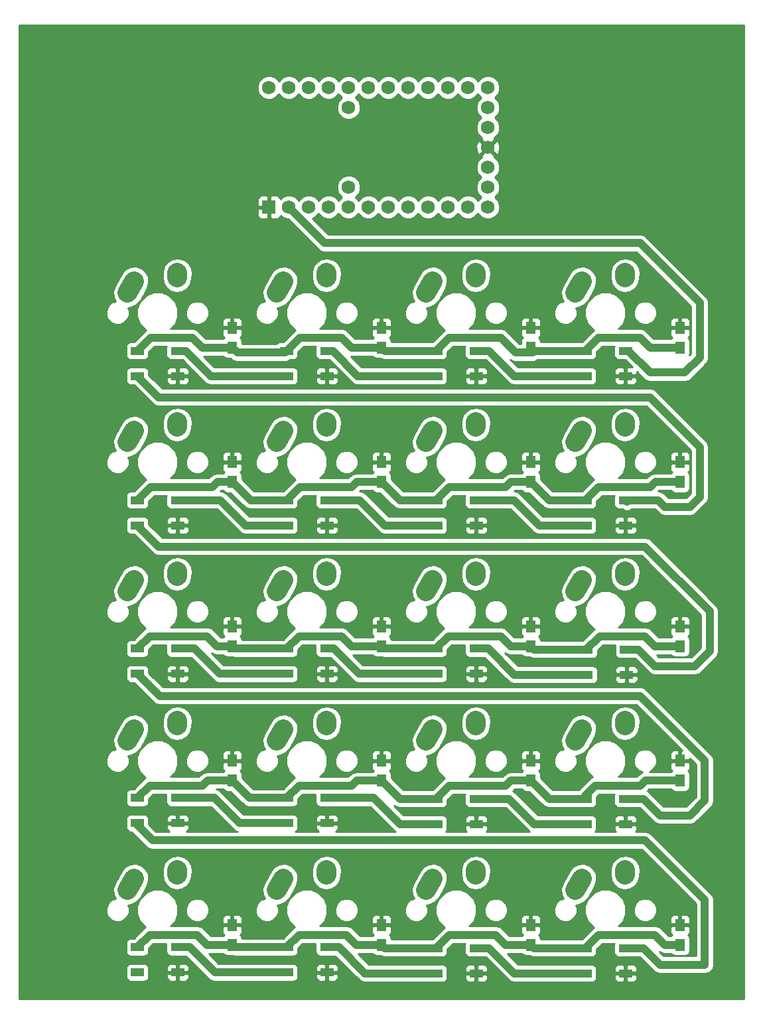
<source format=gbr>
G04 #@! TF.FileFunction,Copper,L1,Top,Signal*
%FSLAX46Y46*%
G04 Gerber Fmt 4.6, Leading zero omitted, Abs format (unit mm)*
G04 Created by KiCad (PCBNEW 4.0.6) date 02/17/18 19:20:01*
%MOMM*%
%LPD*%
G01*
G04 APERTURE LIST*
%ADD10C,0.100000*%
%ADD11R,1.250000X1.500000*%
%ADD12C,2.500000*%
%ADD13R,1.651000X1.000000*%
%ADD14R,1.752600X1.752600*%
%ADD15C,1.752600*%
%ADD16C,1.000000*%
%ADD17C,0.254000*%
G04 APERTURE END LIST*
D10*
D11*
X149225000Y-65425000D03*
X149225000Y-67925000D03*
X168275000Y-65425000D03*
X168275000Y-67925000D03*
X187325000Y-65425000D03*
X187325000Y-67925000D03*
X206375000Y-67925000D03*
X206375000Y-65425000D03*
X149225000Y-85070000D03*
X149225000Y-82570000D03*
X168275000Y-85070000D03*
X168275000Y-82570000D03*
X187325000Y-85070000D03*
X187325000Y-82570000D03*
X206375000Y-85070000D03*
X206375000Y-82570000D03*
X149225000Y-103525000D03*
X149225000Y-106025000D03*
X168275000Y-103525000D03*
X168275000Y-106025000D03*
X187325000Y-103525000D03*
X187325000Y-106025000D03*
X206375000Y-103525000D03*
X206375000Y-106025000D03*
X149225000Y-120670000D03*
X149225000Y-123170000D03*
X168275000Y-120670000D03*
X168275000Y-123170000D03*
X187325000Y-120670000D03*
X187325000Y-123170000D03*
X206375000Y-120670000D03*
X206375000Y-123170000D03*
X149225000Y-141625000D03*
X149225000Y-144125000D03*
X168275000Y-141625000D03*
X168275000Y-144125000D03*
X187325000Y-141625000D03*
X187325000Y-144125000D03*
X206375000Y-141625000D03*
X206375000Y-144125000D03*
D12*
X136700453Y-59500046D02*
X135889547Y-60959954D01*
X142239724Y-58420672D02*
X142200276Y-58999328D01*
X155750453Y-59500046D02*
X154939547Y-60959954D01*
X161289724Y-58420672D02*
X161250276Y-58999328D01*
X174800453Y-59500046D02*
X173989547Y-60959954D01*
X180339724Y-58420672D02*
X180300276Y-58999328D01*
X193850453Y-59500046D02*
X193039547Y-60959954D01*
X199389724Y-58420672D02*
X199350276Y-58999328D01*
X136700453Y-78550046D02*
X135889547Y-80009954D01*
X142239724Y-77470672D02*
X142200276Y-78049328D01*
X155750453Y-78550046D02*
X154939547Y-80009954D01*
X161289724Y-77470672D02*
X161250276Y-78049328D01*
X174800453Y-78550046D02*
X173989547Y-80009954D01*
X180339724Y-77470672D02*
X180300276Y-78049328D01*
X193850453Y-78550046D02*
X193039547Y-80009954D01*
X199389724Y-77470672D02*
X199350276Y-78049328D01*
X136700453Y-97600046D02*
X135889547Y-99059954D01*
X142239724Y-96520672D02*
X142200276Y-97099328D01*
X155750453Y-97600046D02*
X154939547Y-99059954D01*
X161289724Y-96520672D02*
X161250276Y-97099328D01*
X174800453Y-97600046D02*
X173989547Y-99059954D01*
X180339724Y-96520672D02*
X180300276Y-97099328D01*
X193850453Y-97600046D02*
X193039547Y-99059954D01*
X199389724Y-96520672D02*
X199350276Y-97099328D01*
X136700453Y-116650046D02*
X135889547Y-118109954D01*
X142239724Y-115570672D02*
X142200276Y-116149328D01*
X155750453Y-116650046D02*
X154939547Y-118109954D01*
X161289724Y-115570672D02*
X161250276Y-116149328D01*
X174800453Y-116650046D02*
X173989547Y-118109954D01*
X180339724Y-115570672D02*
X180300276Y-116149328D01*
X193850453Y-116650046D02*
X193039547Y-118109954D01*
X199389724Y-115570672D02*
X199350276Y-116149328D01*
X136700453Y-135700046D02*
X135889547Y-137159954D01*
X142239724Y-134620672D02*
X142200276Y-135199328D01*
X155750453Y-135700046D02*
X154939547Y-137159954D01*
X161289724Y-134620672D02*
X161250276Y-135199328D01*
X174800453Y-135700046D02*
X173989547Y-137159954D01*
X180339724Y-134620672D02*
X180300276Y-135199328D01*
X193850453Y-135700046D02*
X193039547Y-137159954D01*
X199389724Y-134620672D02*
X199350276Y-135199328D01*
D13*
X137123000Y-68377000D03*
X142277000Y-68377000D03*
X142277000Y-71577000D03*
X137123000Y-71577000D03*
X156173000Y-68377000D03*
X161327000Y-68377000D03*
X161327000Y-71577000D03*
X156173000Y-71577000D03*
X175223000Y-68377000D03*
X180377000Y-68377000D03*
X180377000Y-71577000D03*
X175223000Y-71577000D03*
X194273000Y-68377000D03*
X199427000Y-68377000D03*
X199427000Y-71577000D03*
X194273000Y-71577000D03*
X137123000Y-87427000D03*
X142277000Y-87427000D03*
X142277000Y-90627000D03*
X137123000Y-90627000D03*
X156173000Y-87427000D03*
X161327000Y-87427000D03*
X161327000Y-90627000D03*
X156173000Y-90627000D03*
X175223000Y-87427000D03*
X180377000Y-87427000D03*
X180377000Y-90627000D03*
X175223000Y-90627000D03*
X194273000Y-87427000D03*
X199427000Y-87427000D03*
X199427000Y-90627000D03*
X194273000Y-90627000D03*
X137123000Y-106350000D03*
X142277000Y-106350000D03*
X142277000Y-109550000D03*
X137123000Y-109550000D03*
X156173000Y-106350000D03*
X161327000Y-106350000D03*
X161327000Y-109550000D03*
X156173000Y-109550000D03*
X175223000Y-106350000D03*
X180377000Y-106350000D03*
X180377000Y-109550000D03*
X175223000Y-109550000D03*
X194400000Y-106477000D03*
X199554000Y-106477000D03*
X199554000Y-109677000D03*
X194400000Y-109677000D03*
X137123000Y-125400000D03*
X142277000Y-125400000D03*
X142277000Y-128600000D03*
X137123000Y-128600000D03*
X156173000Y-125400000D03*
X161327000Y-125400000D03*
X161327000Y-128600000D03*
X156173000Y-128600000D03*
X175223000Y-125527000D03*
X180377000Y-125527000D03*
X180377000Y-128727000D03*
X175223000Y-128727000D03*
X194273000Y-125527000D03*
X199427000Y-125527000D03*
X199427000Y-128727000D03*
X194273000Y-128727000D03*
X137123000Y-144450000D03*
X142277000Y-144450000D03*
X142277000Y-147650000D03*
X137123000Y-147650000D03*
X156173000Y-144450000D03*
X161327000Y-144450000D03*
X161327000Y-147650000D03*
X156173000Y-147650000D03*
X175223000Y-144577000D03*
X180377000Y-144577000D03*
X180377000Y-147777000D03*
X175223000Y-147777000D03*
X194273000Y-144577000D03*
X199427000Y-144577000D03*
X199427000Y-147777000D03*
X194273000Y-147777000D03*
D14*
X153924000Y-50038000D03*
D15*
X156464000Y-50038000D03*
X159004000Y-50038000D03*
X161544000Y-50038000D03*
X164084000Y-50038000D03*
X166624000Y-50038000D03*
X169164000Y-50038000D03*
X171704000Y-50038000D03*
X174244000Y-50038000D03*
X176784000Y-50038000D03*
X179324000Y-50038000D03*
X181864000Y-50038000D03*
X181864000Y-47498000D03*
X181864000Y-44958000D03*
X181864000Y-42418000D03*
X181864000Y-39878000D03*
X181864000Y-37338000D03*
X181864000Y-34798000D03*
X179324000Y-34798000D03*
X176784000Y-34798000D03*
X174244000Y-34798000D03*
X171704000Y-34798000D03*
X169164000Y-34798000D03*
X166624000Y-34798000D03*
X164084000Y-34798000D03*
X161544000Y-34798000D03*
X159004000Y-34798000D03*
X156464000Y-34798000D03*
X153924000Y-34798000D03*
X164084000Y-37338000D03*
X164084000Y-47498000D03*
D16*
X156173000Y-71577000D02*
X146507000Y-71577000D01*
X143307000Y-68377000D02*
X142277000Y-68377000D01*
X146507000Y-71577000D02*
X143307000Y-68377000D01*
X199427000Y-87427000D02*
X203632000Y-87427000D01*
X139841000Y-74295000D02*
X137123000Y-71577000D01*
X202565000Y-74295000D02*
X139841000Y-74295000D01*
X208915000Y-80645000D02*
X202565000Y-74295000D01*
X208915000Y-86995000D02*
X208915000Y-80645000D01*
X207645000Y-88265000D02*
X208915000Y-86995000D01*
X204470000Y-88265000D02*
X207645000Y-88265000D01*
X203632000Y-87427000D02*
X204470000Y-88265000D01*
X199630000Y-87630000D02*
X199427000Y-87427000D01*
X175223000Y-71577000D02*
X165278000Y-71577000D01*
X165278000Y-71577000D02*
X162078000Y-68377000D01*
X162078000Y-68377000D02*
X161327000Y-68377000D01*
X194273000Y-71577000D02*
X185242000Y-71577000D01*
X182042000Y-68377000D02*
X180377000Y-68377000D01*
X185242000Y-71577000D02*
X182042000Y-68377000D01*
X199427000Y-68377000D02*
X199822000Y-68377000D01*
X199822000Y-68377000D02*
X202565000Y-71120000D01*
X161036000Y-54610000D02*
X156464000Y-50038000D01*
X201295000Y-54610000D02*
X161036000Y-54610000D01*
X208915000Y-62230000D02*
X201295000Y-54610000D01*
X208915000Y-69215000D02*
X208915000Y-62230000D01*
X207010000Y-71120000D02*
X208915000Y-69215000D01*
X202565000Y-71120000D02*
X207010000Y-71120000D01*
X156173000Y-90627000D02*
X150952000Y-90627000D01*
X147752000Y-87427000D02*
X142277000Y-87427000D01*
X150952000Y-90627000D02*
X147752000Y-87427000D01*
X199554000Y-106477000D02*
X201092000Y-106477000D01*
X139841000Y-93345000D02*
X137123000Y-90627000D01*
X201930000Y-93345000D02*
X139841000Y-93345000D01*
X210185000Y-101600000D02*
X201930000Y-93345000D01*
X210185000Y-106680000D02*
X210185000Y-101600000D01*
X208280000Y-108585000D02*
X210185000Y-106680000D01*
X203200000Y-108585000D02*
X208280000Y-108585000D01*
X201092000Y-106477000D02*
X203200000Y-108585000D01*
X175223000Y-90627000D02*
X168732000Y-90627000D01*
X165532000Y-87427000D02*
X161327000Y-87427000D01*
X168732000Y-90627000D02*
X165532000Y-87427000D01*
X194273000Y-90627000D02*
X188417000Y-90627000D01*
X185217000Y-87427000D02*
X180377000Y-87427000D01*
X188417000Y-90627000D02*
X185217000Y-87427000D01*
X156173000Y-109550000D02*
X147650000Y-109550000D01*
X144450000Y-106350000D02*
X142277000Y-106350000D01*
X147650000Y-109550000D02*
X144450000Y-106350000D01*
X199427000Y-125527000D02*
X201727000Y-125527000D01*
X139968000Y-112395000D02*
X137123000Y-109550000D01*
X201295000Y-112395000D02*
X139968000Y-112395000D01*
X209550000Y-120650000D02*
X201295000Y-112395000D01*
X209550000Y-125730000D02*
X209550000Y-120650000D01*
X207645000Y-127635000D02*
X209550000Y-125730000D01*
X203835000Y-127635000D02*
X207645000Y-127635000D01*
X201727000Y-125527000D02*
X203835000Y-127635000D01*
X175223000Y-109550000D02*
X165430000Y-109550000D01*
X162230000Y-106350000D02*
X161327000Y-106350000D01*
X165430000Y-109550000D02*
X162230000Y-106350000D01*
X194400000Y-109677000D02*
X185242000Y-109677000D01*
X181915000Y-106350000D02*
X180377000Y-106350000D01*
X185242000Y-109677000D02*
X181915000Y-106350000D01*
X156173000Y-128600000D02*
X150190000Y-128600000D01*
X146990000Y-125400000D02*
X142277000Y-125400000D01*
X150190000Y-128600000D02*
X146990000Y-125400000D01*
X137123000Y-128600000D02*
X137123000Y-128868000D01*
X137123000Y-128868000D02*
X139065000Y-130810000D01*
X139065000Y-130810000D02*
X201930000Y-130810000D01*
X201930000Y-130810000D02*
X209550000Y-138430000D01*
X209550000Y-138430000D02*
X209550000Y-146685000D01*
X209550000Y-146685000D02*
X203835000Y-146685000D01*
X203835000Y-146685000D02*
X201727000Y-144577000D01*
X201727000Y-144577000D02*
X199427000Y-144577000D01*
X175223000Y-128727000D02*
X170637000Y-128727000D01*
X167310000Y-125400000D02*
X161327000Y-125400000D01*
X170637000Y-128727000D02*
X167310000Y-125400000D01*
X194273000Y-128727000D02*
X187782000Y-128727000D01*
X184582000Y-125527000D02*
X180377000Y-125527000D01*
X187782000Y-128727000D02*
X184582000Y-125527000D01*
X156173000Y-147650000D02*
X147015000Y-147650000D01*
X143815000Y-144450000D02*
X142277000Y-144450000D01*
X147015000Y-147650000D02*
X143815000Y-144450000D01*
X175223000Y-147777000D02*
X166192000Y-147777000D01*
X162865000Y-144450000D02*
X161327000Y-144450000D01*
X166192000Y-147777000D02*
X162865000Y-144450000D01*
X194273000Y-147777000D02*
X185242000Y-147777000D01*
X182042000Y-144577000D02*
X180377000Y-144577000D01*
X185242000Y-147777000D02*
X182042000Y-144577000D01*
X149225000Y-144125000D02*
X146030000Y-144125000D01*
X138698000Y-142875000D02*
X137123000Y-144450000D01*
X144780000Y-142875000D02*
X138698000Y-142875000D01*
X146030000Y-144125000D02*
X144780000Y-142875000D01*
X156173000Y-144450000D02*
X149550000Y-144450000D01*
X149550000Y-144450000D02*
X149225000Y-144125000D01*
X168275000Y-144125000D02*
X165080000Y-144125000D01*
X157748000Y-142875000D02*
X156173000Y-144450000D01*
X163830000Y-142875000D02*
X157748000Y-142875000D01*
X165080000Y-144125000D02*
X163830000Y-142875000D01*
X175223000Y-144577000D02*
X168727000Y-144577000D01*
X168727000Y-144577000D02*
X168275000Y-144125000D01*
X187325000Y-144125000D02*
X184130000Y-144125000D01*
X176925000Y-142875000D02*
X175223000Y-144577000D01*
X182880000Y-142875000D02*
X176925000Y-142875000D01*
X184130000Y-144125000D02*
X182880000Y-142875000D01*
X194273000Y-144577000D02*
X187777000Y-144577000D01*
X187777000Y-144577000D02*
X187325000Y-144125000D01*
X206375000Y-144125000D02*
X204450000Y-144125000D01*
X195975000Y-142875000D02*
X194273000Y-144577000D01*
X203200000Y-142875000D02*
X195975000Y-142875000D01*
X204450000Y-144125000D02*
X203200000Y-142875000D01*
X149225000Y-123170000D02*
X146070000Y-123170000D01*
X138698000Y-123825000D02*
X137123000Y-125400000D01*
X145415000Y-123825000D02*
X138698000Y-123825000D01*
X146070000Y-123170000D02*
X145415000Y-123825000D01*
X156173000Y-125400000D02*
X151455000Y-125400000D01*
X151455000Y-125400000D02*
X149225000Y-123170000D01*
X168275000Y-123170000D02*
X165120000Y-123170000D01*
X157748000Y-123825000D02*
X156173000Y-125400000D01*
X164465000Y-123825000D02*
X157748000Y-123825000D01*
X165120000Y-123170000D02*
X164465000Y-123825000D01*
X175223000Y-125527000D02*
X170632000Y-125527000D01*
X170632000Y-125527000D02*
X168275000Y-123170000D01*
X187325000Y-123170000D02*
X184805000Y-123170000D01*
X176925000Y-123825000D02*
X175223000Y-125527000D01*
X184150000Y-123825000D02*
X176925000Y-123825000D01*
X184805000Y-123170000D02*
X184150000Y-123825000D01*
X194273000Y-125527000D02*
X189682000Y-125527000D01*
X189682000Y-125527000D02*
X187325000Y-123170000D01*
X206375000Y-123170000D02*
X201950000Y-123170000D01*
X195580000Y-123825000D02*
X194273000Y-125132000D01*
X201295000Y-123825000D02*
X195580000Y-123825000D01*
X201950000Y-123170000D02*
X201295000Y-123825000D01*
X194273000Y-125132000D02*
X194273000Y-125527000D01*
X149225000Y-106025000D02*
X147300000Y-106025000D01*
X138698000Y-104775000D02*
X137123000Y-106350000D01*
X146050000Y-104775000D02*
X138698000Y-104775000D01*
X147300000Y-106025000D02*
X146050000Y-104775000D01*
X156173000Y-106350000D02*
X149550000Y-106350000D01*
X149550000Y-106350000D02*
X149225000Y-106025000D01*
X168275000Y-106025000D02*
X164445000Y-106025000D01*
X157748000Y-104775000D02*
X156173000Y-106350000D01*
X163195000Y-104775000D02*
X157748000Y-104775000D01*
X164445000Y-106025000D02*
X163195000Y-104775000D01*
X175223000Y-106350000D02*
X168600000Y-106350000D01*
X168600000Y-106350000D02*
X168275000Y-106025000D01*
X187325000Y-106025000D02*
X184765000Y-106025000D01*
X176798000Y-104775000D02*
X175223000Y-106350000D01*
X183515000Y-104775000D02*
X176798000Y-104775000D01*
X184765000Y-106025000D02*
X183515000Y-104775000D01*
X194400000Y-106477000D02*
X187777000Y-106477000D01*
X187777000Y-106477000D02*
X187325000Y-106025000D01*
X206375000Y-106025000D02*
X203180000Y-106025000D01*
X196102000Y-104775000D02*
X194400000Y-106477000D01*
X201930000Y-104775000D02*
X196102000Y-104775000D01*
X203180000Y-106025000D02*
X201930000Y-104775000D01*
X149225000Y-85070000D02*
X147340000Y-85070000D01*
X138825000Y-85725000D02*
X137123000Y-87427000D01*
X146685000Y-85725000D02*
X138825000Y-85725000D01*
X147340000Y-85070000D02*
X146685000Y-85725000D01*
X156173000Y-87427000D02*
X151582000Y-87427000D01*
X151582000Y-87427000D02*
X149225000Y-85070000D01*
X168275000Y-85070000D02*
X165120000Y-85070000D01*
X157875000Y-85725000D02*
X156173000Y-87427000D01*
X164465000Y-85725000D02*
X157875000Y-85725000D01*
X165120000Y-85070000D02*
X164465000Y-85725000D01*
X175223000Y-87427000D02*
X170632000Y-87427000D01*
X170632000Y-87427000D02*
X168275000Y-85070000D01*
X187325000Y-85070000D02*
X184805000Y-85070000D01*
X176925000Y-85725000D02*
X175223000Y-87427000D01*
X184150000Y-85725000D02*
X176925000Y-85725000D01*
X184805000Y-85070000D02*
X184150000Y-85725000D01*
X194273000Y-87427000D02*
X189682000Y-87427000D01*
X189682000Y-87427000D02*
X187325000Y-85070000D01*
X206375000Y-85070000D02*
X203220000Y-85070000D01*
X195975000Y-85725000D02*
X194273000Y-87427000D01*
X202565000Y-85725000D02*
X195975000Y-85725000D01*
X203220000Y-85070000D02*
X202565000Y-85725000D01*
X206375000Y-67925000D02*
X202545000Y-67925000D01*
X195975000Y-66675000D02*
X194273000Y-68377000D01*
X201295000Y-66675000D02*
X195975000Y-66675000D01*
X202545000Y-67925000D02*
X201295000Y-66675000D01*
X175223000Y-68377000D02*
X168727000Y-68377000D01*
X168727000Y-68377000D02*
X168295000Y-67945000D01*
X168295000Y-67945000D02*
X164465000Y-67945000D01*
X164465000Y-67945000D02*
X163195000Y-66675000D01*
X163195000Y-66675000D02*
X157875000Y-66675000D01*
X157875000Y-66675000D02*
X155970000Y-68580000D01*
X155970000Y-68580000D02*
X149880000Y-68580000D01*
X149880000Y-68580000D02*
X149245000Y-67945000D01*
X149245000Y-67945000D02*
X145415000Y-67945000D01*
X145415000Y-67945000D02*
X144145000Y-66675000D01*
X144145000Y-66675000D02*
X138825000Y-66675000D01*
X138825000Y-66675000D02*
X137123000Y-68377000D01*
X194273000Y-68377000D02*
X187777000Y-68377000D01*
X187777000Y-68377000D02*
X187574000Y-68580000D01*
X187574000Y-68580000D02*
X185420000Y-68580000D01*
X185420000Y-68580000D02*
X183515000Y-66675000D01*
X183515000Y-66675000D02*
X176925000Y-66675000D01*
X176925000Y-66675000D02*
X175223000Y-68377000D01*
X166624000Y-50038000D02*
X166624000Y-50419000D01*
D17*
G36*
X214503000Y-151003000D02*
X122047000Y-151003000D01*
X122047000Y-147150000D01*
X135650060Y-147150000D01*
X135650060Y-148150000D01*
X135694338Y-148385317D01*
X135833410Y-148601441D01*
X136045610Y-148746431D01*
X136297500Y-148797440D01*
X137948500Y-148797440D01*
X138183817Y-148753162D01*
X138399941Y-148614090D01*
X138544931Y-148401890D01*
X138595940Y-148150000D01*
X138595940Y-147935750D01*
X140816500Y-147935750D01*
X140816500Y-148276310D01*
X140913173Y-148509699D01*
X141091802Y-148688327D01*
X141325191Y-148785000D01*
X141991250Y-148785000D01*
X142150000Y-148626250D01*
X142150000Y-147777000D01*
X142404000Y-147777000D01*
X142404000Y-148626250D01*
X142562750Y-148785000D01*
X143228809Y-148785000D01*
X143462198Y-148688327D01*
X143640827Y-148509699D01*
X143737500Y-148276310D01*
X143737500Y-147935750D01*
X143578750Y-147777000D01*
X142404000Y-147777000D01*
X142150000Y-147777000D01*
X140975250Y-147777000D01*
X140816500Y-147935750D01*
X138595940Y-147935750D01*
X138595940Y-147150000D01*
X138572174Y-147023690D01*
X140816500Y-147023690D01*
X140816500Y-147364250D01*
X140975250Y-147523000D01*
X142150000Y-147523000D01*
X142150000Y-146673750D01*
X142404000Y-146673750D01*
X142404000Y-147523000D01*
X143578750Y-147523000D01*
X143737500Y-147364250D01*
X143737500Y-147023690D01*
X143640827Y-146790301D01*
X143462198Y-146611673D01*
X143228809Y-146515000D01*
X142562750Y-146515000D01*
X142404000Y-146673750D01*
X142150000Y-146673750D01*
X141991250Y-146515000D01*
X141325191Y-146515000D01*
X141091802Y-146611673D01*
X140913173Y-146790301D01*
X140816500Y-147023690D01*
X138572174Y-147023690D01*
X138551662Y-146914683D01*
X138412590Y-146698559D01*
X138200390Y-146553569D01*
X137948500Y-146502560D01*
X136297500Y-146502560D01*
X136062183Y-146546838D01*
X135846059Y-146685910D01*
X135701069Y-146898110D01*
X135650060Y-147150000D01*
X122047000Y-147150000D01*
X122047000Y-139994267D01*
X133133842Y-139994267D01*
X133359580Y-140540595D01*
X133777206Y-140958951D01*
X134323139Y-141185642D01*
X134914267Y-141186158D01*
X135460595Y-140960420D01*
X135878951Y-140542794D01*
X136105642Y-139996861D01*
X136106158Y-139405733D01*
X135960652Y-139053582D01*
X136381667Y-139018968D01*
X137035825Y-138682777D01*
X137511532Y-138121842D01*
X138374188Y-136568766D01*
X138599024Y-135868484D01*
X138538758Y-135135467D01*
X138527536Y-135113630D01*
X140316742Y-135113630D01*
X140410833Y-135843077D01*
X140776909Y-136480992D01*
X141359238Y-136930257D01*
X142069166Y-137122476D01*
X142798613Y-137028385D01*
X143436528Y-136662309D01*
X143885793Y-136079980D01*
X144078012Y-135370052D01*
X144123258Y-134706369D01*
X144029167Y-133976922D01*
X143663091Y-133339008D01*
X143080762Y-132889743D01*
X142370834Y-132697524D01*
X141641387Y-132791614D01*
X141003472Y-133157691D01*
X140554207Y-133740020D01*
X140361988Y-134449948D01*
X140316742Y-135113630D01*
X138527536Y-135113630D01*
X138202567Y-134481309D01*
X137641632Y-134005602D01*
X136941350Y-133780766D01*
X136208332Y-133841032D01*
X135554175Y-134177223D01*
X135078467Y-134738158D01*
X134215812Y-136291234D01*
X133990976Y-136991516D01*
X134051242Y-137724533D01*
X134306744Y-138221688D01*
X133779405Y-138439580D01*
X133361049Y-138857206D01*
X133134358Y-139403139D01*
X133133842Y-139994267D01*
X122047000Y-139994267D01*
X122047000Y-120944267D01*
X133133842Y-120944267D01*
X133359580Y-121490595D01*
X133777206Y-121908951D01*
X134323139Y-122135642D01*
X134914267Y-122136158D01*
X135460595Y-121910420D01*
X135878951Y-121492794D01*
X136105642Y-120946861D01*
X136106158Y-120355733D01*
X135960652Y-120003582D01*
X136381667Y-119968968D01*
X137035825Y-119632777D01*
X137511532Y-119071842D01*
X138374188Y-117518766D01*
X138599024Y-116818484D01*
X138538758Y-116085467D01*
X138527536Y-116063630D01*
X140316742Y-116063630D01*
X140410833Y-116793077D01*
X140776909Y-117430992D01*
X141359238Y-117880257D01*
X142069166Y-118072476D01*
X142798613Y-117978385D01*
X143436528Y-117612309D01*
X143885793Y-117029980D01*
X144078012Y-116320052D01*
X144123258Y-115656369D01*
X144029167Y-114926922D01*
X143663091Y-114289008D01*
X143080762Y-113839743D01*
X142370834Y-113647524D01*
X141641387Y-113741614D01*
X141003472Y-114107691D01*
X140554207Y-114690020D01*
X140361988Y-115399948D01*
X140316742Y-116063630D01*
X138527536Y-116063630D01*
X138202567Y-115431309D01*
X137641632Y-114955602D01*
X136941350Y-114730766D01*
X136208332Y-114791032D01*
X135554175Y-115127223D01*
X135078467Y-115688158D01*
X134215812Y-117241234D01*
X133990976Y-117941516D01*
X134051242Y-118674533D01*
X134306744Y-119171688D01*
X133779405Y-119389580D01*
X133361049Y-119807206D01*
X133134358Y-120353139D01*
X133133842Y-120944267D01*
X122047000Y-120944267D01*
X122047000Y-109050000D01*
X135650060Y-109050000D01*
X135650060Y-110050000D01*
X135694338Y-110285317D01*
X135833410Y-110501441D01*
X136045610Y-110646431D01*
X136297500Y-110697440D01*
X136665308Y-110697440D01*
X139165434Y-113197566D01*
X139533655Y-113443604D01*
X139968000Y-113530000D01*
X200824868Y-113530000D01*
X206620309Y-119325441D01*
X206502000Y-119443750D01*
X206502000Y-120543000D01*
X207476250Y-120543000D01*
X207635000Y-120384250D01*
X207635000Y-120340132D01*
X208415000Y-121120132D01*
X208415000Y-125259868D01*
X207174868Y-126500000D01*
X204305132Y-126500000D01*
X202529566Y-124724434D01*
X202489487Y-124697654D01*
X202212533Y-124512599D01*
X202420132Y-124305000D01*
X205243156Y-124305000D01*
X205285910Y-124371441D01*
X205498110Y-124516431D01*
X205750000Y-124567440D01*
X207000000Y-124567440D01*
X207235317Y-124523162D01*
X207451441Y-124384090D01*
X207596431Y-124171890D01*
X207647440Y-123920000D01*
X207647440Y-122420000D01*
X207603162Y-122184683D01*
X207464090Y-121968559D01*
X207395994Y-121922031D01*
X207538327Y-121779698D01*
X207635000Y-121546309D01*
X207635000Y-120955750D01*
X207476250Y-120797000D01*
X206502000Y-120797000D01*
X206502000Y-120817000D01*
X206248000Y-120817000D01*
X206248000Y-120797000D01*
X205273750Y-120797000D01*
X205115000Y-120955750D01*
X205115000Y-121546309D01*
X205211673Y-121779698D01*
X205352910Y-121920936D01*
X205298559Y-121955910D01*
X205244519Y-122035000D01*
X202469088Y-122035000D01*
X202770595Y-121910420D01*
X203188951Y-121492794D01*
X203415642Y-120946861D01*
X203416158Y-120355733D01*
X203190420Y-119809405D01*
X203174734Y-119793691D01*
X205115000Y-119793691D01*
X205115000Y-120384250D01*
X205273750Y-120543000D01*
X206248000Y-120543000D01*
X206248000Y-119443750D01*
X206089250Y-119285000D01*
X205623690Y-119285000D01*
X205390301Y-119381673D01*
X205211673Y-119560302D01*
X205115000Y-119793691D01*
X203174734Y-119793691D01*
X202772794Y-119391049D01*
X202226861Y-119164358D01*
X201635733Y-119163842D01*
X201089405Y-119389580D01*
X200671049Y-119807206D01*
X200444358Y-120353139D01*
X200443842Y-120944267D01*
X200669580Y-121490595D01*
X201087206Y-121908951D01*
X201571893Y-122110210D01*
X201515654Y-122121397D01*
X201147434Y-122367434D01*
X200824868Y-122690000D01*
X198527511Y-122690000D01*
X199077373Y-122141096D01*
X199478442Y-121175215D01*
X199479355Y-120129374D01*
X199079972Y-119162793D01*
X198341096Y-118422627D01*
X197375215Y-118021558D01*
X196329374Y-118020645D01*
X195362793Y-118420028D01*
X194622627Y-119158904D01*
X194221558Y-120124785D01*
X194220645Y-121170626D01*
X194620028Y-122137207D01*
X195239474Y-122757735D01*
X195145654Y-122776397D01*
X194777434Y-123022434D01*
X193470434Y-124329434D01*
X193435422Y-124381833D01*
X193381387Y-124392000D01*
X190152132Y-124392000D01*
X188597440Y-122837308D01*
X188597440Y-122420000D01*
X188553162Y-122184683D01*
X188414090Y-121968559D01*
X188345994Y-121922031D01*
X188488327Y-121779698D01*
X188585000Y-121546309D01*
X188585000Y-120955750D01*
X188573517Y-120944267D01*
X190283842Y-120944267D01*
X190509580Y-121490595D01*
X190927206Y-121908951D01*
X191473139Y-122135642D01*
X192064267Y-122136158D01*
X192610595Y-121910420D01*
X193028951Y-121492794D01*
X193255642Y-120946861D01*
X193256158Y-120355733D01*
X193110652Y-120003582D01*
X193531667Y-119968968D01*
X194185825Y-119632777D01*
X194661532Y-119071842D01*
X195524188Y-117518766D01*
X195749024Y-116818484D01*
X195688758Y-116085467D01*
X195677536Y-116063630D01*
X197466742Y-116063630D01*
X197560833Y-116793077D01*
X197926909Y-117430992D01*
X198509238Y-117880257D01*
X199219166Y-118072476D01*
X199948613Y-117978385D01*
X200586528Y-117612309D01*
X201035793Y-117029980D01*
X201228012Y-116320052D01*
X201273258Y-115656369D01*
X201179167Y-114926922D01*
X200813091Y-114289008D01*
X200230762Y-113839743D01*
X199520834Y-113647524D01*
X198791387Y-113741614D01*
X198153472Y-114107691D01*
X197704207Y-114690020D01*
X197511988Y-115399948D01*
X197466742Y-116063630D01*
X195677536Y-116063630D01*
X195352567Y-115431309D01*
X194791632Y-114955602D01*
X194091350Y-114730766D01*
X193358332Y-114791032D01*
X192704175Y-115127223D01*
X192228467Y-115688158D01*
X191365812Y-117241234D01*
X191140976Y-117941516D01*
X191201242Y-118674533D01*
X191456744Y-119171688D01*
X190929405Y-119389580D01*
X190511049Y-119807206D01*
X190284358Y-120353139D01*
X190283842Y-120944267D01*
X188573517Y-120944267D01*
X188426250Y-120797000D01*
X187452000Y-120797000D01*
X187452000Y-120817000D01*
X187198000Y-120817000D01*
X187198000Y-120797000D01*
X186223750Y-120797000D01*
X186065000Y-120955750D01*
X186065000Y-121546309D01*
X186161673Y-121779698D01*
X186302910Y-121920936D01*
X186248559Y-121955910D01*
X186194519Y-122035000D01*
X184805000Y-122035000D01*
X184370654Y-122121397D01*
X184002434Y-122367434D01*
X183679868Y-122690000D01*
X179477511Y-122690000D01*
X180027373Y-122141096D01*
X180428442Y-121175215D01*
X180428643Y-120944267D01*
X181393842Y-120944267D01*
X181619580Y-121490595D01*
X182037206Y-121908951D01*
X182583139Y-122135642D01*
X183174267Y-122136158D01*
X183720595Y-121910420D01*
X184138951Y-121492794D01*
X184365642Y-120946861D01*
X184366158Y-120355733D01*
X184140420Y-119809405D01*
X184124734Y-119793691D01*
X186065000Y-119793691D01*
X186065000Y-120384250D01*
X186223750Y-120543000D01*
X187198000Y-120543000D01*
X187198000Y-119443750D01*
X187452000Y-119443750D01*
X187452000Y-120543000D01*
X188426250Y-120543000D01*
X188585000Y-120384250D01*
X188585000Y-119793691D01*
X188488327Y-119560302D01*
X188309699Y-119381673D01*
X188076310Y-119285000D01*
X187610750Y-119285000D01*
X187452000Y-119443750D01*
X187198000Y-119443750D01*
X187039250Y-119285000D01*
X186573690Y-119285000D01*
X186340301Y-119381673D01*
X186161673Y-119560302D01*
X186065000Y-119793691D01*
X184124734Y-119793691D01*
X183722794Y-119391049D01*
X183176861Y-119164358D01*
X182585733Y-119163842D01*
X182039405Y-119389580D01*
X181621049Y-119807206D01*
X181394358Y-120353139D01*
X181393842Y-120944267D01*
X180428643Y-120944267D01*
X180429355Y-120129374D01*
X180029972Y-119162793D01*
X179291096Y-118422627D01*
X178325215Y-118021558D01*
X177279374Y-118020645D01*
X176312793Y-118420028D01*
X175572627Y-119158904D01*
X175171558Y-120124785D01*
X175170645Y-121170626D01*
X175570028Y-122137207D01*
X176308904Y-122877373D01*
X176327794Y-122885217D01*
X176122433Y-123022434D01*
X174765308Y-124379560D01*
X174397500Y-124379560D01*
X174331387Y-124392000D01*
X171102132Y-124392000D01*
X169547440Y-122837308D01*
X169547440Y-122420000D01*
X169503162Y-122184683D01*
X169364090Y-121968559D01*
X169295994Y-121922031D01*
X169438327Y-121779698D01*
X169535000Y-121546309D01*
X169535000Y-120955750D01*
X169523517Y-120944267D01*
X171233842Y-120944267D01*
X171459580Y-121490595D01*
X171877206Y-121908951D01*
X172423139Y-122135642D01*
X173014267Y-122136158D01*
X173560595Y-121910420D01*
X173978951Y-121492794D01*
X174205642Y-120946861D01*
X174206158Y-120355733D01*
X174060652Y-120003582D01*
X174481667Y-119968968D01*
X175135825Y-119632777D01*
X175611532Y-119071842D01*
X176474188Y-117518766D01*
X176699024Y-116818484D01*
X176638758Y-116085467D01*
X176627536Y-116063630D01*
X178416742Y-116063630D01*
X178510833Y-116793077D01*
X178876909Y-117430992D01*
X179459238Y-117880257D01*
X180169166Y-118072476D01*
X180898613Y-117978385D01*
X181536528Y-117612309D01*
X181985793Y-117029980D01*
X182178012Y-116320052D01*
X182223258Y-115656369D01*
X182129167Y-114926922D01*
X181763091Y-114289008D01*
X181180762Y-113839743D01*
X180470834Y-113647524D01*
X179741387Y-113741614D01*
X179103472Y-114107691D01*
X178654207Y-114690020D01*
X178461988Y-115399948D01*
X178416742Y-116063630D01*
X176627536Y-116063630D01*
X176302567Y-115431309D01*
X175741632Y-114955602D01*
X175041350Y-114730766D01*
X174308332Y-114791032D01*
X173654175Y-115127223D01*
X173178467Y-115688158D01*
X172315812Y-117241234D01*
X172090976Y-117941516D01*
X172151242Y-118674533D01*
X172406744Y-119171688D01*
X171879405Y-119389580D01*
X171461049Y-119807206D01*
X171234358Y-120353139D01*
X171233842Y-120944267D01*
X169523517Y-120944267D01*
X169376250Y-120797000D01*
X168402000Y-120797000D01*
X168402000Y-120817000D01*
X168148000Y-120817000D01*
X168148000Y-120797000D01*
X167173750Y-120797000D01*
X167015000Y-120955750D01*
X167015000Y-121546309D01*
X167111673Y-121779698D01*
X167252910Y-121920936D01*
X167198559Y-121955910D01*
X167144519Y-122035000D01*
X165120000Y-122035000D01*
X164685654Y-122121397D01*
X164317434Y-122367434D01*
X163994868Y-122690000D01*
X160427511Y-122690000D01*
X160977373Y-122141096D01*
X161378442Y-121175215D01*
X161378643Y-120944267D01*
X162343842Y-120944267D01*
X162569580Y-121490595D01*
X162987206Y-121908951D01*
X163533139Y-122135642D01*
X164124267Y-122136158D01*
X164670595Y-121910420D01*
X165088951Y-121492794D01*
X165315642Y-120946861D01*
X165316158Y-120355733D01*
X165090420Y-119809405D01*
X165074734Y-119793691D01*
X167015000Y-119793691D01*
X167015000Y-120384250D01*
X167173750Y-120543000D01*
X168148000Y-120543000D01*
X168148000Y-119443750D01*
X168402000Y-119443750D01*
X168402000Y-120543000D01*
X169376250Y-120543000D01*
X169535000Y-120384250D01*
X169535000Y-119793691D01*
X169438327Y-119560302D01*
X169259699Y-119381673D01*
X169026310Y-119285000D01*
X168560750Y-119285000D01*
X168402000Y-119443750D01*
X168148000Y-119443750D01*
X167989250Y-119285000D01*
X167523690Y-119285000D01*
X167290301Y-119381673D01*
X167111673Y-119560302D01*
X167015000Y-119793691D01*
X165074734Y-119793691D01*
X164672794Y-119391049D01*
X164126861Y-119164358D01*
X163535733Y-119163842D01*
X162989405Y-119389580D01*
X162571049Y-119807206D01*
X162344358Y-120353139D01*
X162343842Y-120944267D01*
X161378643Y-120944267D01*
X161379355Y-120129374D01*
X160979972Y-119162793D01*
X160241096Y-118422627D01*
X159275215Y-118021558D01*
X158229374Y-118020645D01*
X157262793Y-118420028D01*
X156522627Y-119158904D01*
X156121558Y-120124785D01*
X156120645Y-121170626D01*
X156520028Y-122137207D01*
X157220343Y-122838745D01*
X156945434Y-123022434D01*
X155715308Y-124252560D01*
X155347500Y-124252560D01*
X155281387Y-124265000D01*
X151925132Y-124265000D01*
X150497440Y-122837308D01*
X150497440Y-122420000D01*
X150453162Y-122184683D01*
X150314090Y-121968559D01*
X150245994Y-121922031D01*
X150388327Y-121779698D01*
X150485000Y-121546309D01*
X150485000Y-120955750D01*
X150473517Y-120944267D01*
X152183842Y-120944267D01*
X152409580Y-121490595D01*
X152827206Y-121908951D01*
X153373139Y-122135642D01*
X153964267Y-122136158D01*
X154510595Y-121910420D01*
X154928951Y-121492794D01*
X155155642Y-120946861D01*
X155156158Y-120355733D01*
X155010652Y-120003582D01*
X155431667Y-119968968D01*
X156085825Y-119632777D01*
X156561532Y-119071842D01*
X157424188Y-117518766D01*
X157649024Y-116818484D01*
X157588758Y-116085467D01*
X157577536Y-116063630D01*
X159366742Y-116063630D01*
X159460833Y-116793077D01*
X159826909Y-117430992D01*
X160409238Y-117880257D01*
X161119166Y-118072476D01*
X161848613Y-117978385D01*
X162486528Y-117612309D01*
X162935793Y-117029980D01*
X163128012Y-116320052D01*
X163173258Y-115656369D01*
X163079167Y-114926922D01*
X162713091Y-114289008D01*
X162130762Y-113839743D01*
X161420834Y-113647524D01*
X160691387Y-113741614D01*
X160053472Y-114107691D01*
X159604207Y-114690020D01*
X159411988Y-115399948D01*
X159366742Y-116063630D01*
X157577536Y-116063630D01*
X157252567Y-115431309D01*
X156691632Y-114955602D01*
X155991350Y-114730766D01*
X155258332Y-114791032D01*
X154604175Y-115127223D01*
X154128467Y-115688158D01*
X153265812Y-117241234D01*
X153040976Y-117941516D01*
X153101242Y-118674533D01*
X153356744Y-119171688D01*
X152829405Y-119389580D01*
X152411049Y-119807206D01*
X152184358Y-120353139D01*
X152183842Y-120944267D01*
X150473517Y-120944267D01*
X150326250Y-120797000D01*
X149352000Y-120797000D01*
X149352000Y-120817000D01*
X149098000Y-120817000D01*
X149098000Y-120797000D01*
X148123750Y-120797000D01*
X147965000Y-120955750D01*
X147965000Y-121546309D01*
X148061673Y-121779698D01*
X148202910Y-121920936D01*
X148148559Y-121955910D01*
X148094519Y-122035000D01*
X146070000Y-122035000D01*
X145635654Y-122121397D01*
X145267434Y-122367434D01*
X144944868Y-122690000D01*
X141377511Y-122690000D01*
X141927373Y-122141096D01*
X142328442Y-121175215D01*
X142328643Y-120944267D01*
X143293842Y-120944267D01*
X143519580Y-121490595D01*
X143937206Y-121908951D01*
X144483139Y-122135642D01*
X145074267Y-122136158D01*
X145620595Y-121910420D01*
X146038951Y-121492794D01*
X146265642Y-120946861D01*
X146266158Y-120355733D01*
X146040420Y-119809405D01*
X146024734Y-119793691D01*
X147965000Y-119793691D01*
X147965000Y-120384250D01*
X148123750Y-120543000D01*
X149098000Y-120543000D01*
X149098000Y-119443750D01*
X149352000Y-119443750D01*
X149352000Y-120543000D01*
X150326250Y-120543000D01*
X150485000Y-120384250D01*
X150485000Y-119793691D01*
X150388327Y-119560302D01*
X150209699Y-119381673D01*
X149976310Y-119285000D01*
X149510750Y-119285000D01*
X149352000Y-119443750D01*
X149098000Y-119443750D01*
X148939250Y-119285000D01*
X148473690Y-119285000D01*
X148240301Y-119381673D01*
X148061673Y-119560302D01*
X147965000Y-119793691D01*
X146024734Y-119793691D01*
X145622794Y-119391049D01*
X145076861Y-119164358D01*
X144485733Y-119163842D01*
X143939405Y-119389580D01*
X143521049Y-119807206D01*
X143294358Y-120353139D01*
X143293842Y-120944267D01*
X142328643Y-120944267D01*
X142329355Y-120129374D01*
X141929972Y-119162793D01*
X141191096Y-118422627D01*
X140225215Y-118021558D01*
X139179374Y-118020645D01*
X138212793Y-118420028D01*
X137472627Y-119158904D01*
X137071558Y-120124785D01*
X137070645Y-121170626D01*
X137470028Y-122137207D01*
X138170343Y-122838745D01*
X137895434Y-123022434D01*
X136665308Y-124252560D01*
X136297500Y-124252560D01*
X136062183Y-124296838D01*
X135846059Y-124435910D01*
X135701069Y-124648110D01*
X135650060Y-124900000D01*
X135650060Y-125900000D01*
X135694338Y-126135317D01*
X135833410Y-126351441D01*
X136045610Y-126496431D01*
X136297500Y-126547440D01*
X137948500Y-126547440D01*
X138183817Y-126503162D01*
X138399941Y-126364090D01*
X138544931Y-126151890D01*
X138595940Y-125900000D01*
X138595940Y-125532192D01*
X139168132Y-124960000D01*
X140804060Y-124960000D01*
X140804060Y-125900000D01*
X140848338Y-126135317D01*
X140987410Y-126351441D01*
X141199610Y-126496431D01*
X141451500Y-126547440D01*
X143102500Y-126547440D01*
X143168613Y-126535000D01*
X146519868Y-126535000D01*
X149387434Y-129402566D01*
X149755654Y-129648603D01*
X149888360Y-129675000D01*
X143373662Y-129675000D01*
X143462198Y-129638327D01*
X143640827Y-129459699D01*
X143737500Y-129226310D01*
X143737500Y-128885750D01*
X143578750Y-128727000D01*
X142404000Y-128727000D01*
X142404000Y-128747000D01*
X142150000Y-128747000D01*
X142150000Y-128727000D01*
X140975250Y-128727000D01*
X140816500Y-128885750D01*
X140816500Y-129226310D01*
X140913173Y-129459699D01*
X141091802Y-129638327D01*
X141180338Y-129675000D01*
X139535132Y-129675000D01*
X138595940Y-128735808D01*
X138595940Y-128100000D01*
X138572174Y-127973690D01*
X140816500Y-127973690D01*
X140816500Y-128314250D01*
X140975250Y-128473000D01*
X142150000Y-128473000D01*
X142150000Y-127623750D01*
X142404000Y-127623750D01*
X142404000Y-128473000D01*
X143578750Y-128473000D01*
X143737500Y-128314250D01*
X143737500Y-127973690D01*
X143640827Y-127740301D01*
X143462198Y-127561673D01*
X143228809Y-127465000D01*
X142562750Y-127465000D01*
X142404000Y-127623750D01*
X142150000Y-127623750D01*
X141991250Y-127465000D01*
X141325191Y-127465000D01*
X141091802Y-127561673D01*
X140913173Y-127740301D01*
X140816500Y-127973690D01*
X138572174Y-127973690D01*
X138551662Y-127864683D01*
X138412590Y-127648559D01*
X138200390Y-127503569D01*
X137948500Y-127452560D01*
X136297500Y-127452560D01*
X136062183Y-127496838D01*
X135846059Y-127635910D01*
X135701069Y-127848110D01*
X135650060Y-128100000D01*
X135650060Y-129100000D01*
X135694338Y-129335317D01*
X135833410Y-129551441D01*
X136045610Y-129696431D01*
X136297500Y-129747440D01*
X136397308Y-129747440D01*
X138262434Y-131612566D01*
X138630654Y-131858603D01*
X139065000Y-131945000D01*
X201459868Y-131945000D01*
X208415000Y-138900132D01*
X208415000Y-145550000D01*
X204305132Y-145550000D01*
X203753708Y-144998576D01*
X204015654Y-145173603D01*
X204450000Y-145260000D01*
X205243156Y-145260000D01*
X205285910Y-145326441D01*
X205498110Y-145471431D01*
X205750000Y-145522440D01*
X207000000Y-145522440D01*
X207235317Y-145478162D01*
X207451441Y-145339090D01*
X207596431Y-145126890D01*
X207647440Y-144875000D01*
X207647440Y-143375000D01*
X207603162Y-143139683D01*
X207464090Y-142923559D01*
X207395994Y-142877031D01*
X207538327Y-142734698D01*
X207635000Y-142501309D01*
X207635000Y-141910750D01*
X207476250Y-141752000D01*
X206502000Y-141752000D01*
X206502000Y-141772000D01*
X206248000Y-141772000D01*
X206248000Y-141752000D01*
X205273750Y-141752000D01*
X205115000Y-141910750D01*
X205115000Y-142501309D01*
X205211673Y-142734698D01*
X205352910Y-142875936D01*
X205298559Y-142910910D01*
X205244519Y-142990000D01*
X204920132Y-142990000D01*
X204002566Y-142072434D01*
X203634346Y-141826397D01*
X203200000Y-141740000D01*
X198527511Y-141740000D01*
X199077373Y-141191096D01*
X199478442Y-140225215D01*
X199478643Y-139994267D01*
X200443842Y-139994267D01*
X200669580Y-140540595D01*
X201087206Y-140958951D01*
X201633139Y-141185642D01*
X202224267Y-141186158D01*
X202770595Y-140960420D01*
X202982694Y-140748691D01*
X205115000Y-140748691D01*
X205115000Y-141339250D01*
X205273750Y-141498000D01*
X206248000Y-141498000D01*
X206248000Y-140398750D01*
X206502000Y-140398750D01*
X206502000Y-141498000D01*
X207476250Y-141498000D01*
X207635000Y-141339250D01*
X207635000Y-140748691D01*
X207538327Y-140515302D01*
X207359699Y-140336673D01*
X207126310Y-140240000D01*
X206660750Y-140240000D01*
X206502000Y-140398750D01*
X206248000Y-140398750D01*
X206089250Y-140240000D01*
X205623690Y-140240000D01*
X205390301Y-140336673D01*
X205211673Y-140515302D01*
X205115000Y-140748691D01*
X202982694Y-140748691D01*
X203188951Y-140542794D01*
X203415642Y-139996861D01*
X203416158Y-139405733D01*
X203190420Y-138859405D01*
X202772794Y-138441049D01*
X202226861Y-138214358D01*
X201635733Y-138213842D01*
X201089405Y-138439580D01*
X200671049Y-138857206D01*
X200444358Y-139403139D01*
X200443842Y-139994267D01*
X199478643Y-139994267D01*
X199479355Y-139179374D01*
X199079972Y-138212793D01*
X198341096Y-137472627D01*
X197375215Y-137071558D01*
X196329374Y-137070645D01*
X195362793Y-137470028D01*
X194622627Y-138208904D01*
X194221558Y-139174785D01*
X194220645Y-140220626D01*
X194620028Y-141187207D01*
X195358904Y-141927373D01*
X195377794Y-141935217D01*
X195172433Y-142072434D01*
X193815308Y-143429560D01*
X193447500Y-143429560D01*
X193381387Y-143442000D01*
X188597440Y-143442000D01*
X188597440Y-143375000D01*
X188553162Y-143139683D01*
X188414090Y-142923559D01*
X188345994Y-142877031D01*
X188488327Y-142734698D01*
X188585000Y-142501309D01*
X188585000Y-141910750D01*
X188426250Y-141752000D01*
X187452000Y-141752000D01*
X187452000Y-141772000D01*
X187198000Y-141772000D01*
X187198000Y-141752000D01*
X186223750Y-141752000D01*
X186065000Y-141910750D01*
X186065000Y-142501309D01*
X186161673Y-142734698D01*
X186302910Y-142875936D01*
X186248559Y-142910910D01*
X186194519Y-142990000D01*
X184600132Y-142990000D01*
X183682566Y-142072434D01*
X183314346Y-141826397D01*
X182880000Y-141740000D01*
X179477511Y-141740000D01*
X180027373Y-141191096D01*
X180428442Y-140225215D01*
X180428643Y-139994267D01*
X181393842Y-139994267D01*
X181619580Y-140540595D01*
X182037206Y-140958951D01*
X182583139Y-141185642D01*
X183174267Y-141186158D01*
X183720595Y-140960420D01*
X183932694Y-140748691D01*
X186065000Y-140748691D01*
X186065000Y-141339250D01*
X186223750Y-141498000D01*
X187198000Y-141498000D01*
X187198000Y-140398750D01*
X187452000Y-140398750D01*
X187452000Y-141498000D01*
X188426250Y-141498000D01*
X188585000Y-141339250D01*
X188585000Y-140748691D01*
X188488327Y-140515302D01*
X188309699Y-140336673D01*
X188076310Y-140240000D01*
X187610750Y-140240000D01*
X187452000Y-140398750D01*
X187198000Y-140398750D01*
X187039250Y-140240000D01*
X186573690Y-140240000D01*
X186340301Y-140336673D01*
X186161673Y-140515302D01*
X186065000Y-140748691D01*
X183932694Y-140748691D01*
X184138951Y-140542794D01*
X184365642Y-139996861D01*
X184365644Y-139994267D01*
X190283842Y-139994267D01*
X190509580Y-140540595D01*
X190927206Y-140958951D01*
X191473139Y-141185642D01*
X192064267Y-141186158D01*
X192610595Y-140960420D01*
X193028951Y-140542794D01*
X193255642Y-139996861D01*
X193256158Y-139405733D01*
X193110652Y-139053582D01*
X193531667Y-139018968D01*
X194185825Y-138682777D01*
X194661532Y-138121842D01*
X195524188Y-136568766D01*
X195749024Y-135868484D01*
X195688758Y-135135467D01*
X195677536Y-135113630D01*
X197466742Y-135113630D01*
X197560833Y-135843077D01*
X197926909Y-136480992D01*
X198509238Y-136930257D01*
X199219166Y-137122476D01*
X199948613Y-137028385D01*
X200586528Y-136662309D01*
X201035793Y-136079980D01*
X201228012Y-135370052D01*
X201273258Y-134706369D01*
X201179167Y-133976922D01*
X200813091Y-133339008D01*
X200230762Y-132889743D01*
X199520834Y-132697524D01*
X198791387Y-132791614D01*
X198153472Y-133157691D01*
X197704207Y-133740020D01*
X197511988Y-134449948D01*
X197466742Y-135113630D01*
X195677536Y-135113630D01*
X195352567Y-134481309D01*
X194791632Y-134005602D01*
X194091350Y-133780766D01*
X193358332Y-133841032D01*
X192704175Y-134177223D01*
X192228467Y-134738158D01*
X191365812Y-136291234D01*
X191140976Y-136991516D01*
X191201242Y-137724533D01*
X191456744Y-138221688D01*
X190929405Y-138439580D01*
X190511049Y-138857206D01*
X190284358Y-139403139D01*
X190283842Y-139994267D01*
X184365644Y-139994267D01*
X184366158Y-139405733D01*
X184140420Y-138859405D01*
X183722794Y-138441049D01*
X183176861Y-138214358D01*
X182585733Y-138213842D01*
X182039405Y-138439580D01*
X181621049Y-138857206D01*
X181394358Y-139403139D01*
X181393842Y-139994267D01*
X180428643Y-139994267D01*
X180429355Y-139179374D01*
X180029972Y-138212793D01*
X179291096Y-137472627D01*
X178325215Y-137071558D01*
X177279374Y-137070645D01*
X176312793Y-137470028D01*
X175572627Y-138208904D01*
X175171558Y-139174785D01*
X175170645Y-140220626D01*
X175570028Y-141187207D01*
X176308904Y-141927373D01*
X176327794Y-141935217D01*
X176122433Y-142072434D01*
X174765308Y-143429560D01*
X174397500Y-143429560D01*
X174331387Y-143442000D01*
X169547440Y-143442000D01*
X169547440Y-143375000D01*
X169503162Y-143139683D01*
X169364090Y-142923559D01*
X169295994Y-142877031D01*
X169438327Y-142734698D01*
X169535000Y-142501309D01*
X169535000Y-141910750D01*
X169376250Y-141752000D01*
X168402000Y-141752000D01*
X168402000Y-141772000D01*
X168148000Y-141772000D01*
X168148000Y-141752000D01*
X167173750Y-141752000D01*
X167015000Y-141910750D01*
X167015000Y-142501309D01*
X167111673Y-142734698D01*
X167252910Y-142875936D01*
X167198559Y-142910910D01*
X167144519Y-142990000D01*
X165550132Y-142990000D01*
X164632566Y-142072434D01*
X164264346Y-141826397D01*
X163830000Y-141740000D01*
X160427511Y-141740000D01*
X160977373Y-141191096D01*
X161378442Y-140225215D01*
X161378643Y-139994267D01*
X162343842Y-139994267D01*
X162569580Y-140540595D01*
X162987206Y-140958951D01*
X163533139Y-141185642D01*
X164124267Y-141186158D01*
X164670595Y-140960420D01*
X164882694Y-140748691D01*
X167015000Y-140748691D01*
X167015000Y-141339250D01*
X167173750Y-141498000D01*
X168148000Y-141498000D01*
X168148000Y-140398750D01*
X168402000Y-140398750D01*
X168402000Y-141498000D01*
X169376250Y-141498000D01*
X169535000Y-141339250D01*
X169535000Y-140748691D01*
X169438327Y-140515302D01*
X169259699Y-140336673D01*
X169026310Y-140240000D01*
X168560750Y-140240000D01*
X168402000Y-140398750D01*
X168148000Y-140398750D01*
X167989250Y-140240000D01*
X167523690Y-140240000D01*
X167290301Y-140336673D01*
X167111673Y-140515302D01*
X167015000Y-140748691D01*
X164882694Y-140748691D01*
X165088951Y-140542794D01*
X165315642Y-139996861D01*
X165315644Y-139994267D01*
X171233842Y-139994267D01*
X171459580Y-140540595D01*
X171877206Y-140958951D01*
X172423139Y-141185642D01*
X173014267Y-141186158D01*
X173560595Y-140960420D01*
X173978951Y-140542794D01*
X174205642Y-139996861D01*
X174206158Y-139405733D01*
X174060652Y-139053582D01*
X174481667Y-139018968D01*
X175135825Y-138682777D01*
X175611532Y-138121842D01*
X176474188Y-136568766D01*
X176699024Y-135868484D01*
X176638758Y-135135467D01*
X176627536Y-135113630D01*
X178416742Y-135113630D01*
X178510833Y-135843077D01*
X178876909Y-136480992D01*
X179459238Y-136930257D01*
X180169166Y-137122476D01*
X180898613Y-137028385D01*
X181536528Y-136662309D01*
X181985793Y-136079980D01*
X182178012Y-135370052D01*
X182223258Y-134706369D01*
X182129167Y-133976922D01*
X181763091Y-133339008D01*
X181180762Y-132889743D01*
X180470834Y-132697524D01*
X179741387Y-132791614D01*
X179103472Y-133157691D01*
X178654207Y-133740020D01*
X178461988Y-134449948D01*
X178416742Y-135113630D01*
X176627536Y-135113630D01*
X176302567Y-134481309D01*
X175741632Y-134005602D01*
X175041350Y-133780766D01*
X174308332Y-133841032D01*
X173654175Y-134177223D01*
X173178467Y-134738158D01*
X172315812Y-136291234D01*
X172090976Y-136991516D01*
X172151242Y-137724533D01*
X172406744Y-138221688D01*
X171879405Y-138439580D01*
X171461049Y-138857206D01*
X171234358Y-139403139D01*
X171233842Y-139994267D01*
X165315644Y-139994267D01*
X165316158Y-139405733D01*
X165090420Y-138859405D01*
X164672794Y-138441049D01*
X164126861Y-138214358D01*
X163535733Y-138213842D01*
X162989405Y-138439580D01*
X162571049Y-138857206D01*
X162344358Y-139403139D01*
X162343842Y-139994267D01*
X161378643Y-139994267D01*
X161379355Y-139179374D01*
X160979972Y-138212793D01*
X160241096Y-137472627D01*
X159275215Y-137071558D01*
X158229374Y-137070645D01*
X157262793Y-137470028D01*
X156522627Y-138208904D01*
X156121558Y-139174785D01*
X156120645Y-140220626D01*
X156520028Y-141187207D01*
X157220343Y-141888745D01*
X156945434Y-142072434D01*
X155715308Y-143302560D01*
X155347500Y-143302560D01*
X155281387Y-143315000D01*
X150486150Y-143315000D01*
X150453162Y-143139683D01*
X150314090Y-142923559D01*
X150245994Y-142877031D01*
X150388327Y-142734698D01*
X150485000Y-142501309D01*
X150485000Y-141910750D01*
X150326250Y-141752000D01*
X149352000Y-141752000D01*
X149352000Y-141772000D01*
X149098000Y-141772000D01*
X149098000Y-141752000D01*
X148123750Y-141752000D01*
X147965000Y-141910750D01*
X147965000Y-142501309D01*
X148061673Y-142734698D01*
X148202910Y-142875936D01*
X148148559Y-142910910D01*
X148094519Y-142990000D01*
X146500132Y-142990000D01*
X145582566Y-142072434D01*
X145214346Y-141826397D01*
X144780000Y-141740000D01*
X141377511Y-141740000D01*
X141927373Y-141191096D01*
X142328442Y-140225215D01*
X142328643Y-139994267D01*
X143293842Y-139994267D01*
X143519580Y-140540595D01*
X143937206Y-140958951D01*
X144483139Y-141185642D01*
X145074267Y-141186158D01*
X145620595Y-140960420D01*
X145832694Y-140748691D01*
X147965000Y-140748691D01*
X147965000Y-141339250D01*
X148123750Y-141498000D01*
X149098000Y-141498000D01*
X149098000Y-140398750D01*
X149352000Y-140398750D01*
X149352000Y-141498000D01*
X150326250Y-141498000D01*
X150485000Y-141339250D01*
X150485000Y-140748691D01*
X150388327Y-140515302D01*
X150209699Y-140336673D01*
X149976310Y-140240000D01*
X149510750Y-140240000D01*
X149352000Y-140398750D01*
X149098000Y-140398750D01*
X148939250Y-140240000D01*
X148473690Y-140240000D01*
X148240301Y-140336673D01*
X148061673Y-140515302D01*
X147965000Y-140748691D01*
X145832694Y-140748691D01*
X146038951Y-140542794D01*
X146265642Y-139996861D01*
X146265644Y-139994267D01*
X152183842Y-139994267D01*
X152409580Y-140540595D01*
X152827206Y-140958951D01*
X153373139Y-141185642D01*
X153964267Y-141186158D01*
X154510595Y-140960420D01*
X154928951Y-140542794D01*
X155155642Y-139996861D01*
X155156158Y-139405733D01*
X155010652Y-139053582D01*
X155431667Y-139018968D01*
X156085825Y-138682777D01*
X156561532Y-138121842D01*
X157424188Y-136568766D01*
X157649024Y-135868484D01*
X157588758Y-135135467D01*
X157577536Y-135113630D01*
X159366742Y-135113630D01*
X159460833Y-135843077D01*
X159826909Y-136480992D01*
X160409238Y-136930257D01*
X161119166Y-137122476D01*
X161848613Y-137028385D01*
X162486528Y-136662309D01*
X162935793Y-136079980D01*
X163128012Y-135370052D01*
X163173258Y-134706369D01*
X163079167Y-133976922D01*
X162713091Y-133339008D01*
X162130762Y-132889743D01*
X161420834Y-132697524D01*
X160691387Y-132791614D01*
X160053472Y-133157691D01*
X159604207Y-133740020D01*
X159411988Y-134449948D01*
X159366742Y-135113630D01*
X157577536Y-135113630D01*
X157252567Y-134481309D01*
X156691632Y-134005602D01*
X155991350Y-133780766D01*
X155258332Y-133841032D01*
X154604175Y-134177223D01*
X154128467Y-134738158D01*
X153265812Y-136291234D01*
X153040976Y-136991516D01*
X153101242Y-137724533D01*
X153356744Y-138221688D01*
X152829405Y-138439580D01*
X152411049Y-138857206D01*
X152184358Y-139403139D01*
X152183842Y-139994267D01*
X146265644Y-139994267D01*
X146266158Y-139405733D01*
X146040420Y-138859405D01*
X145622794Y-138441049D01*
X145076861Y-138214358D01*
X144485733Y-138213842D01*
X143939405Y-138439580D01*
X143521049Y-138857206D01*
X143294358Y-139403139D01*
X143293842Y-139994267D01*
X142328643Y-139994267D01*
X142329355Y-139179374D01*
X141929972Y-138212793D01*
X141191096Y-137472627D01*
X140225215Y-137071558D01*
X139179374Y-137070645D01*
X138212793Y-137470028D01*
X137472627Y-138208904D01*
X137071558Y-139174785D01*
X137070645Y-140220626D01*
X137470028Y-141187207D01*
X138170343Y-141888745D01*
X137895434Y-142072434D01*
X136665308Y-143302560D01*
X136297500Y-143302560D01*
X136062183Y-143346838D01*
X135846059Y-143485910D01*
X135701069Y-143698110D01*
X135650060Y-143950000D01*
X135650060Y-144950000D01*
X135694338Y-145185317D01*
X135833410Y-145401441D01*
X136045610Y-145546431D01*
X136297500Y-145597440D01*
X137948500Y-145597440D01*
X138183817Y-145553162D01*
X138399941Y-145414090D01*
X138544931Y-145201890D01*
X138595940Y-144950000D01*
X138595940Y-144582192D01*
X139168132Y-144010000D01*
X140804060Y-144010000D01*
X140804060Y-144950000D01*
X140848338Y-145185317D01*
X140987410Y-145401441D01*
X141199610Y-145546431D01*
X141451500Y-145597440D01*
X143102500Y-145597440D01*
X143168613Y-145585000D01*
X143344868Y-145585000D01*
X146212434Y-148452566D01*
X146580654Y-148698603D01*
X147015000Y-148785000D01*
X155286069Y-148785000D01*
X155347500Y-148797440D01*
X156998500Y-148797440D01*
X157233817Y-148753162D01*
X157449941Y-148614090D01*
X157594931Y-148401890D01*
X157645940Y-148150000D01*
X157645940Y-147935750D01*
X159866500Y-147935750D01*
X159866500Y-148276310D01*
X159963173Y-148509699D01*
X160141802Y-148688327D01*
X160375191Y-148785000D01*
X161041250Y-148785000D01*
X161200000Y-148626250D01*
X161200000Y-147777000D01*
X161454000Y-147777000D01*
X161454000Y-148626250D01*
X161612750Y-148785000D01*
X162278809Y-148785000D01*
X162512198Y-148688327D01*
X162690827Y-148509699D01*
X162787500Y-148276310D01*
X162787500Y-147935750D01*
X162628750Y-147777000D01*
X161454000Y-147777000D01*
X161200000Y-147777000D01*
X160025250Y-147777000D01*
X159866500Y-147935750D01*
X157645940Y-147935750D01*
X157645940Y-147150000D01*
X157622174Y-147023690D01*
X159866500Y-147023690D01*
X159866500Y-147364250D01*
X160025250Y-147523000D01*
X161200000Y-147523000D01*
X161200000Y-146673750D01*
X161454000Y-146673750D01*
X161454000Y-147523000D01*
X162628750Y-147523000D01*
X162787500Y-147364250D01*
X162787500Y-147023690D01*
X162690827Y-146790301D01*
X162512198Y-146611673D01*
X162278809Y-146515000D01*
X161612750Y-146515000D01*
X161454000Y-146673750D01*
X161200000Y-146673750D01*
X161041250Y-146515000D01*
X160375191Y-146515000D01*
X160141802Y-146611673D01*
X159963173Y-146790301D01*
X159866500Y-147023690D01*
X157622174Y-147023690D01*
X157601662Y-146914683D01*
X157462590Y-146698559D01*
X157250390Y-146553569D01*
X156998500Y-146502560D01*
X155347500Y-146502560D01*
X155281387Y-146515000D01*
X147485132Y-146515000D01*
X146230132Y-145260000D01*
X148093156Y-145260000D01*
X148135910Y-145326441D01*
X148348110Y-145471431D01*
X148600000Y-145522440D01*
X149235490Y-145522440D01*
X149550000Y-145585000D01*
X155286069Y-145585000D01*
X155347500Y-145597440D01*
X156998500Y-145597440D01*
X157233817Y-145553162D01*
X157449941Y-145414090D01*
X157594931Y-145201890D01*
X157645940Y-144950000D01*
X157645940Y-144582192D01*
X158218132Y-144010000D01*
X159854060Y-144010000D01*
X159854060Y-144950000D01*
X159898338Y-145185317D01*
X160037410Y-145401441D01*
X160249610Y-145546431D01*
X160501500Y-145597440D01*
X162152500Y-145597440D01*
X162218613Y-145585000D01*
X162394868Y-145585000D01*
X165389434Y-148579567D01*
X165757655Y-148825604D01*
X166192000Y-148912000D01*
X174336069Y-148912000D01*
X174397500Y-148924440D01*
X176048500Y-148924440D01*
X176283817Y-148880162D01*
X176499941Y-148741090D01*
X176644931Y-148528890D01*
X176695940Y-148277000D01*
X176695940Y-148062750D01*
X178916500Y-148062750D01*
X178916500Y-148403310D01*
X179013173Y-148636699D01*
X179191802Y-148815327D01*
X179425191Y-148912000D01*
X180091250Y-148912000D01*
X180250000Y-148753250D01*
X180250000Y-147904000D01*
X180504000Y-147904000D01*
X180504000Y-148753250D01*
X180662750Y-148912000D01*
X181328809Y-148912000D01*
X181562198Y-148815327D01*
X181740827Y-148636699D01*
X181837500Y-148403310D01*
X181837500Y-148062750D01*
X181678750Y-147904000D01*
X180504000Y-147904000D01*
X180250000Y-147904000D01*
X179075250Y-147904000D01*
X178916500Y-148062750D01*
X176695940Y-148062750D01*
X176695940Y-147277000D01*
X176672174Y-147150690D01*
X178916500Y-147150690D01*
X178916500Y-147491250D01*
X179075250Y-147650000D01*
X180250000Y-147650000D01*
X180250000Y-146800750D01*
X180504000Y-146800750D01*
X180504000Y-147650000D01*
X181678750Y-147650000D01*
X181837500Y-147491250D01*
X181837500Y-147150690D01*
X181740827Y-146917301D01*
X181562198Y-146738673D01*
X181328809Y-146642000D01*
X180662750Y-146642000D01*
X180504000Y-146800750D01*
X180250000Y-146800750D01*
X180091250Y-146642000D01*
X179425191Y-146642000D01*
X179191802Y-146738673D01*
X179013173Y-146917301D01*
X178916500Y-147150690D01*
X176672174Y-147150690D01*
X176651662Y-147041683D01*
X176512590Y-146825559D01*
X176300390Y-146680569D01*
X176048500Y-146629560D01*
X174397500Y-146629560D01*
X174331387Y-146642000D01*
X166662133Y-146642000D01*
X165280132Y-145260000D01*
X167143156Y-145260000D01*
X167185910Y-145326441D01*
X167398110Y-145471431D01*
X167650000Y-145522440D01*
X168138259Y-145522440D01*
X168292655Y-145625604D01*
X168727000Y-145712000D01*
X174336069Y-145712000D01*
X174397500Y-145724440D01*
X176048500Y-145724440D01*
X176283817Y-145680162D01*
X176499941Y-145541090D01*
X176644931Y-145328890D01*
X176695940Y-145077000D01*
X176695940Y-144709192D01*
X177395133Y-144010000D01*
X178917628Y-144010000D01*
X178904060Y-144077000D01*
X178904060Y-145077000D01*
X178948338Y-145312317D01*
X179087410Y-145528441D01*
X179299610Y-145673431D01*
X179551500Y-145724440D01*
X181202500Y-145724440D01*
X181268613Y-145712000D01*
X181571868Y-145712000D01*
X184439434Y-148579566D01*
X184807654Y-148825603D01*
X185242000Y-148912000D01*
X193386069Y-148912000D01*
X193447500Y-148924440D01*
X195098500Y-148924440D01*
X195333817Y-148880162D01*
X195549941Y-148741090D01*
X195694931Y-148528890D01*
X195745940Y-148277000D01*
X195745940Y-148062750D01*
X197966500Y-148062750D01*
X197966500Y-148403310D01*
X198063173Y-148636699D01*
X198241802Y-148815327D01*
X198475191Y-148912000D01*
X199141250Y-148912000D01*
X199300000Y-148753250D01*
X199300000Y-147904000D01*
X199554000Y-147904000D01*
X199554000Y-148753250D01*
X199712750Y-148912000D01*
X200378809Y-148912000D01*
X200612198Y-148815327D01*
X200790827Y-148636699D01*
X200887500Y-148403310D01*
X200887500Y-148062750D01*
X200728750Y-147904000D01*
X199554000Y-147904000D01*
X199300000Y-147904000D01*
X198125250Y-147904000D01*
X197966500Y-148062750D01*
X195745940Y-148062750D01*
X195745940Y-147277000D01*
X195722174Y-147150690D01*
X197966500Y-147150690D01*
X197966500Y-147491250D01*
X198125250Y-147650000D01*
X199300000Y-147650000D01*
X199300000Y-146800750D01*
X199554000Y-146800750D01*
X199554000Y-147650000D01*
X200728750Y-147650000D01*
X200887500Y-147491250D01*
X200887500Y-147150690D01*
X200790827Y-146917301D01*
X200612198Y-146738673D01*
X200378809Y-146642000D01*
X199712750Y-146642000D01*
X199554000Y-146800750D01*
X199300000Y-146800750D01*
X199141250Y-146642000D01*
X198475191Y-146642000D01*
X198241802Y-146738673D01*
X198063173Y-146917301D01*
X197966500Y-147150690D01*
X195722174Y-147150690D01*
X195701662Y-147041683D01*
X195562590Y-146825559D01*
X195350390Y-146680569D01*
X195098500Y-146629560D01*
X193447500Y-146629560D01*
X193381387Y-146642000D01*
X185712132Y-146642000D01*
X184330132Y-145260000D01*
X186193156Y-145260000D01*
X186235910Y-145326441D01*
X186448110Y-145471431D01*
X186700000Y-145522440D01*
X187188259Y-145522440D01*
X187342655Y-145625604D01*
X187777000Y-145712000D01*
X193386069Y-145712000D01*
X193447500Y-145724440D01*
X195098500Y-145724440D01*
X195333817Y-145680162D01*
X195549941Y-145541090D01*
X195694931Y-145328890D01*
X195745940Y-145077000D01*
X195745940Y-144709192D01*
X196445133Y-144010000D01*
X197967628Y-144010000D01*
X197954060Y-144077000D01*
X197954060Y-145077000D01*
X197998338Y-145312317D01*
X198137410Y-145528441D01*
X198349610Y-145673431D01*
X198601500Y-145724440D01*
X200252500Y-145724440D01*
X200318613Y-145712000D01*
X201256868Y-145712000D01*
X203032434Y-147487566D01*
X203400654Y-147733603D01*
X203835000Y-147820000D01*
X209550000Y-147820000D01*
X209984346Y-147733603D01*
X210352566Y-147487566D01*
X210598603Y-147119346D01*
X210685000Y-146685000D01*
X210685000Y-138430000D01*
X210598603Y-137995654D01*
X210352566Y-137627434D01*
X202732566Y-130007434D01*
X202596628Y-129916603D01*
X202364346Y-129761397D01*
X201930000Y-129675000D01*
X200702526Y-129675000D01*
X200790827Y-129586699D01*
X200887500Y-129353310D01*
X200887500Y-129012750D01*
X200728750Y-128854000D01*
X199554000Y-128854000D01*
X199554000Y-128874000D01*
X199300000Y-128874000D01*
X199300000Y-128854000D01*
X198125250Y-128854000D01*
X197966500Y-129012750D01*
X197966500Y-129353310D01*
X198063173Y-129586699D01*
X198151474Y-129675000D01*
X195560935Y-129675000D01*
X195694931Y-129478890D01*
X195745940Y-129227000D01*
X195745940Y-128227000D01*
X195722174Y-128100690D01*
X197966500Y-128100690D01*
X197966500Y-128441250D01*
X198125250Y-128600000D01*
X199300000Y-128600000D01*
X199300000Y-127750750D01*
X199554000Y-127750750D01*
X199554000Y-128600000D01*
X200728750Y-128600000D01*
X200887500Y-128441250D01*
X200887500Y-128100690D01*
X200790827Y-127867301D01*
X200612198Y-127688673D01*
X200378809Y-127592000D01*
X199712750Y-127592000D01*
X199554000Y-127750750D01*
X199300000Y-127750750D01*
X199141250Y-127592000D01*
X198475191Y-127592000D01*
X198241802Y-127688673D01*
X198063173Y-127867301D01*
X197966500Y-128100690D01*
X195722174Y-128100690D01*
X195701662Y-127991683D01*
X195562590Y-127775559D01*
X195350390Y-127630569D01*
X195098500Y-127579560D01*
X193447500Y-127579560D01*
X193381387Y-127592000D01*
X188252132Y-127592000D01*
X185384566Y-124724434D01*
X185344487Y-124697654D01*
X185067533Y-124512599D01*
X185275132Y-124305000D01*
X186193156Y-124305000D01*
X186235910Y-124371441D01*
X186448110Y-124516431D01*
X186700000Y-124567440D01*
X187117308Y-124567440D01*
X188879434Y-126329566D01*
X189247654Y-126575603D01*
X189682000Y-126662000D01*
X193386069Y-126662000D01*
X193447500Y-126674440D01*
X195098500Y-126674440D01*
X195333817Y-126630162D01*
X195549941Y-126491090D01*
X195694931Y-126278890D01*
X195745940Y-126027000D01*
X195745940Y-125264192D01*
X196050132Y-124960000D01*
X197967628Y-124960000D01*
X197954060Y-125027000D01*
X197954060Y-126027000D01*
X197998338Y-126262317D01*
X198137410Y-126478441D01*
X198349610Y-126623431D01*
X198601500Y-126674440D01*
X200252500Y-126674440D01*
X200318613Y-126662000D01*
X201256868Y-126662000D01*
X203032434Y-128437566D01*
X203400654Y-128683603D01*
X203835000Y-128770000D01*
X207645000Y-128770000D01*
X208079346Y-128683603D01*
X208447566Y-128437566D01*
X210352566Y-126532566D01*
X210522067Y-126278890D01*
X210598603Y-126164346D01*
X210685000Y-125730000D01*
X210685000Y-120650000D01*
X210598603Y-120215654D01*
X210352566Y-119847434D01*
X202097566Y-111592434D01*
X201729346Y-111346397D01*
X201295000Y-111260000D01*
X140438132Y-111260000D01*
X139013882Y-109835750D01*
X140816500Y-109835750D01*
X140816500Y-110176310D01*
X140913173Y-110409699D01*
X141091802Y-110588327D01*
X141325191Y-110685000D01*
X141991250Y-110685000D01*
X142150000Y-110526250D01*
X142150000Y-109677000D01*
X142404000Y-109677000D01*
X142404000Y-110526250D01*
X142562750Y-110685000D01*
X143228809Y-110685000D01*
X143462198Y-110588327D01*
X143640827Y-110409699D01*
X143737500Y-110176310D01*
X143737500Y-109835750D01*
X143578750Y-109677000D01*
X142404000Y-109677000D01*
X142150000Y-109677000D01*
X140975250Y-109677000D01*
X140816500Y-109835750D01*
X139013882Y-109835750D01*
X138595940Y-109417808D01*
X138595940Y-109050000D01*
X138572174Y-108923690D01*
X140816500Y-108923690D01*
X140816500Y-109264250D01*
X140975250Y-109423000D01*
X142150000Y-109423000D01*
X142150000Y-108573750D01*
X142404000Y-108573750D01*
X142404000Y-109423000D01*
X143578750Y-109423000D01*
X143737500Y-109264250D01*
X143737500Y-108923690D01*
X143640827Y-108690301D01*
X143462198Y-108511673D01*
X143228809Y-108415000D01*
X142562750Y-108415000D01*
X142404000Y-108573750D01*
X142150000Y-108573750D01*
X141991250Y-108415000D01*
X141325191Y-108415000D01*
X141091802Y-108511673D01*
X140913173Y-108690301D01*
X140816500Y-108923690D01*
X138572174Y-108923690D01*
X138551662Y-108814683D01*
X138412590Y-108598559D01*
X138200390Y-108453569D01*
X137948500Y-108402560D01*
X136297500Y-108402560D01*
X136062183Y-108446838D01*
X135846059Y-108585910D01*
X135701069Y-108798110D01*
X135650060Y-109050000D01*
X122047000Y-109050000D01*
X122047000Y-101894267D01*
X133133842Y-101894267D01*
X133359580Y-102440595D01*
X133777206Y-102858951D01*
X134323139Y-103085642D01*
X134914267Y-103086158D01*
X135460595Y-102860420D01*
X135878951Y-102442794D01*
X136105642Y-101896861D01*
X136106158Y-101305733D01*
X135960652Y-100953582D01*
X136381667Y-100918968D01*
X137035825Y-100582777D01*
X137511532Y-100021842D01*
X138374188Y-98468766D01*
X138599024Y-97768484D01*
X138538758Y-97035467D01*
X138527536Y-97013630D01*
X140316742Y-97013630D01*
X140410833Y-97743077D01*
X140776909Y-98380992D01*
X141359238Y-98830257D01*
X142069166Y-99022476D01*
X142798613Y-98928385D01*
X143436528Y-98562309D01*
X143885793Y-97979980D01*
X144078012Y-97270052D01*
X144123258Y-96606369D01*
X144029167Y-95876922D01*
X143663091Y-95239008D01*
X143080762Y-94789743D01*
X142370834Y-94597524D01*
X141641387Y-94691614D01*
X141003472Y-95057691D01*
X140554207Y-95640020D01*
X140361988Y-96349948D01*
X140316742Y-97013630D01*
X138527536Y-97013630D01*
X138202567Y-96381309D01*
X137641632Y-95905602D01*
X136941350Y-95680766D01*
X136208332Y-95741032D01*
X135554175Y-96077223D01*
X135078467Y-96638158D01*
X134215812Y-98191234D01*
X133990976Y-98891516D01*
X134051242Y-99624533D01*
X134306744Y-100121688D01*
X133779405Y-100339580D01*
X133361049Y-100757206D01*
X133134358Y-101303139D01*
X133133842Y-101894267D01*
X122047000Y-101894267D01*
X122047000Y-90127000D01*
X135650060Y-90127000D01*
X135650060Y-91127000D01*
X135694338Y-91362317D01*
X135833410Y-91578441D01*
X136045610Y-91723431D01*
X136297500Y-91774440D01*
X136665308Y-91774440D01*
X139038433Y-94147566D01*
X139406654Y-94393603D01*
X139841000Y-94480000D01*
X201459868Y-94480000D01*
X209050000Y-102070132D01*
X209050000Y-106209868D01*
X207809868Y-107450000D01*
X203670132Y-107450000D01*
X203380132Y-107160000D01*
X205243156Y-107160000D01*
X205285910Y-107226441D01*
X205498110Y-107371431D01*
X205750000Y-107422440D01*
X207000000Y-107422440D01*
X207235317Y-107378162D01*
X207451441Y-107239090D01*
X207596431Y-107026890D01*
X207647440Y-106775000D01*
X207647440Y-105275000D01*
X207603162Y-105039683D01*
X207464090Y-104823559D01*
X207395994Y-104777031D01*
X207538327Y-104634698D01*
X207635000Y-104401309D01*
X207635000Y-103810750D01*
X207476250Y-103652000D01*
X206502000Y-103652000D01*
X206502000Y-103672000D01*
X206248000Y-103672000D01*
X206248000Y-103652000D01*
X205273750Y-103652000D01*
X205115000Y-103810750D01*
X205115000Y-104401309D01*
X205211673Y-104634698D01*
X205352910Y-104775936D01*
X205298559Y-104810910D01*
X205244519Y-104890000D01*
X203650132Y-104890000D01*
X202732566Y-103972434D01*
X202364346Y-103726397D01*
X201930000Y-103640000D01*
X198527511Y-103640000D01*
X199077373Y-103091096D01*
X199478442Y-102125215D01*
X199478643Y-101894267D01*
X200443842Y-101894267D01*
X200669580Y-102440595D01*
X201087206Y-102858951D01*
X201633139Y-103085642D01*
X202224267Y-103086158D01*
X202770595Y-102860420D01*
X202982694Y-102648691D01*
X205115000Y-102648691D01*
X205115000Y-103239250D01*
X205273750Y-103398000D01*
X206248000Y-103398000D01*
X206248000Y-102298750D01*
X206502000Y-102298750D01*
X206502000Y-103398000D01*
X207476250Y-103398000D01*
X207635000Y-103239250D01*
X207635000Y-102648691D01*
X207538327Y-102415302D01*
X207359699Y-102236673D01*
X207126310Y-102140000D01*
X206660750Y-102140000D01*
X206502000Y-102298750D01*
X206248000Y-102298750D01*
X206089250Y-102140000D01*
X205623690Y-102140000D01*
X205390301Y-102236673D01*
X205211673Y-102415302D01*
X205115000Y-102648691D01*
X202982694Y-102648691D01*
X203188951Y-102442794D01*
X203415642Y-101896861D01*
X203416158Y-101305733D01*
X203190420Y-100759405D01*
X202772794Y-100341049D01*
X202226861Y-100114358D01*
X201635733Y-100113842D01*
X201089405Y-100339580D01*
X200671049Y-100757206D01*
X200444358Y-101303139D01*
X200443842Y-101894267D01*
X199478643Y-101894267D01*
X199479355Y-101079374D01*
X199079972Y-100112793D01*
X198341096Y-99372627D01*
X197375215Y-98971558D01*
X196329374Y-98970645D01*
X195362793Y-99370028D01*
X194622627Y-100108904D01*
X194221558Y-101074785D01*
X194220645Y-102120626D01*
X194620028Y-103087207D01*
X195358904Y-103827373D01*
X195456119Y-103867740D01*
X195299433Y-103972434D01*
X193942308Y-105329560D01*
X193574500Y-105329560D01*
X193508387Y-105342000D01*
X188597440Y-105342000D01*
X188597440Y-105275000D01*
X188553162Y-105039683D01*
X188414090Y-104823559D01*
X188345994Y-104777031D01*
X188488327Y-104634698D01*
X188585000Y-104401309D01*
X188585000Y-103810750D01*
X188426250Y-103652000D01*
X187452000Y-103652000D01*
X187452000Y-103672000D01*
X187198000Y-103672000D01*
X187198000Y-103652000D01*
X186223750Y-103652000D01*
X186065000Y-103810750D01*
X186065000Y-104401309D01*
X186161673Y-104634698D01*
X186302910Y-104775936D01*
X186248559Y-104810910D01*
X186194519Y-104890000D01*
X185235132Y-104890000D01*
X184317566Y-103972434D01*
X183949346Y-103726397D01*
X183515000Y-103640000D01*
X179477511Y-103640000D01*
X180027373Y-103091096D01*
X180428442Y-102125215D01*
X180428643Y-101894267D01*
X181393842Y-101894267D01*
X181619580Y-102440595D01*
X182037206Y-102858951D01*
X182583139Y-103085642D01*
X183174267Y-103086158D01*
X183720595Y-102860420D01*
X183932694Y-102648691D01*
X186065000Y-102648691D01*
X186065000Y-103239250D01*
X186223750Y-103398000D01*
X187198000Y-103398000D01*
X187198000Y-102298750D01*
X187452000Y-102298750D01*
X187452000Y-103398000D01*
X188426250Y-103398000D01*
X188585000Y-103239250D01*
X188585000Y-102648691D01*
X188488327Y-102415302D01*
X188309699Y-102236673D01*
X188076310Y-102140000D01*
X187610750Y-102140000D01*
X187452000Y-102298750D01*
X187198000Y-102298750D01*
X187039250Y-102140000D01*
X186573690Y-102140000D01*
X186340301Y-102236673D01*
X186161673Y-102415302D01*
X186065000Y-102648691D01*
X183932694Y-102648691D01*
X184138951Y-102442794D01*
X184365642Y-101896861D01*
X184365644Y-101894267D01*
X190283842Y-101894267D01*
X190509580Y-102440595D01*
X190927206Y-102858951D01*
X191473139Y-103085642D01*
X192064267Y-103086158D01*
X192610595Y-102860420D01*
X193028951Y-102442794D01*
X193255642Y-101896861D01*
X193256158Y-101305733D01*
X193110652Y-100953582D01*
X193531667Y-100918968D01*
X194185825Y-100582777D01*
X194661532Y-100021842D01*
X195524188Y-98468766D01*
X195749024Y-97768484D01*
X195688758Y-97035467D01*
X195677536Y-97013630D01*
X197466742Y-97013630D01*
X197560833Y-97743077D01*
X197926909Y-98380992D01*
X198509238Y-98830257D01*
X199219166Y-99022476D01*
X199948613Y-98928385D01*
X200586528Y-98562309D01*
X201035793Y-97979980D01*
X201228012Y-97270052D01*
X201273258Y-96606369D01*
X201179167Y-95876922D01*
X200813091Y-95239008D01*
X200230762Y-94789743D01*
X199520834Y-94597524D01*
X198791387Y-94691614D01*
X198153472Y-95057691D01*
X197704207Y-95640020D01*
X197511988Y-96349948D01*
X197466742Y-97013630D01*
X195677536Y-97013630D01*
X195352567Y-96381309D01*
X194791632Y-95905602D01*
X194091350Y-95680766D01*
X193358332Y-95741032D01*
X192704175Y-96077223D01*
X192228467Y-96638158D01*
X191365812Y-98191234D01*
X191140976Y-98891516D01*
X191201242Y-99624533D01*
X191456744Y-100121688D01*
X190929405Y-100339580D01*
X190511049Y-100757206D01*
X190284358Y-101303139D01*
X190283842Y-101894267D01*
X184365644Y-101894267D01*
X184366158Y-101305733D01*
X184140420Y-100759405D01*
X183722794Y-100341049D01*
X183176861Y-100114358D01*
X182585733Y-100113842D01*
X182039405Y-100339580D01*
X181621049Y-100757206D01*
X181394358Y-101303139D01*
X181393842Y-101894267D01*
X180428643Y-101894267D01*
X180429355Y-101079374D01*
X180029972Y-100112793D01*
X179291096Y-99372627D01*
X178325215Y-98971558D01*
X177279374Y-98970645D01*
X176312793Y-99370028D01*
X175572627Y-100108904D01*
X175171558Y-101074785D01*
X175170645Y-102120626D01*
X175570028Y-103087207D01*
X176270343Y-103788745D01*
X175995434Y-103972434D01*
X174765308Y-105202560D01*
X174397500Y-105202560D01*
X174331387Y-105215000D01*
X169536150Y-105215000D01*
X169503162Y-105039683D01*
X169364090Y-104823559D01*
X169295994Y-104777031D01*
X169438327Y-104634698D01*
X169535000Y-104401309D01*
X169535000Y-103810750D01*
X169376250Y-103652000D01*
X168402000Y-103652000D01*
X168402000Y-103672000D01*
X168148000Y-103672000D01*
X168148000Y-103652000D01*
X167173750Y-103652000D01*
X167015000Y-103810750D01*
X167015000Y-104401309D01*
X167111673Y-104634698D01*
X167252910Y-104775936D01*
X167198559Y-104810910D01*
X167144519Y-104890000D01*
X164915132Y-104890000D01*
X163997566Y-103972434D01*
X163629346Y-103726397D01*
X163195000Y-103640000D01*
X160427511Y-103640000D01*
X160977373Y-103091096D01*
X161378442Y-102125215D01*
X161378643Y-101894267D01*
X162343842Y-101894267D01*
X162569580Y-102440595D01*
X162987206Y-102858951D01*
X163533139Y-103085642D01*
X164124267Y-103086158D01*
X164670595Y-102860420D01*
X164882694Y-102648691D01*
X167015000Y-102648691D01*
X167015000Y-103239250D01*
X167173750Y-103398000D01*
X168148000Y-103398000D01*
X168148000Y-102298750D01*
X168402000Y-102298750D01*
X168402000Y-103398000D01*
X169376250Y-103398000D01*
X169535000Y-103239250D01*
X169535000Y-102648691D01*
X169438327Y-102415302D01*
X169259699Y-102236673D01*
X169026310Y-102140000D01*
X168560750Y-102140000D01*
X168402000Y-102298750D01*
X168148000Y-102298750D01*
X167989250Y-102140000D01*
X167523690Y-102140000D01*
X167290301Y-102236673D01*
X167111673Y-102415302D01*
X167015000Y-102648691D01*
X164882694Y-102648691D01*
X165088951Y-102442794D01*
X165315642Y-101896861D01*
X165315644Y-101894267D01*
X171233842Y-101894267D01*
X171459580Y-102440595D01*
X171877206Y-102858951D01*
X172423139Y-103085642D01*
X173014267Y-103086158D01*
X173560595Y-102860420D01*
X173978951Y-102442794D01*
X174205642Y-101896861D01*
X174206158Y-101305733D01*
X174060652Y-100953582D01*
X174481667Y-100918968D01*
X175135825Y-100582777D01*
X175611532Y-100021842D01*
X176474188Y-98468766D01*
X176699024Y-97768484D01*
X176638758Y-97035467D01*
X176627536Y-97013630D01*
X178416742Y-97013630D01*
X178510833Y-97743077D01*
X178876909Y-98380992D01*
X179459238Y-98830257D01*
X180169166Y-99022476D01*
X180898613Y-98928385D01*
X181536528Y-98562309D01*
X181985793Y-97979980D01*
X182178012Y-97270052D01*
X182223258Y-96606369D01*
X182129167Y-95876922D01*
X181763091Y-95239008D01*
X181180762Y-94789743D01*
X180470834Y-94597524D01*
X179741387Y-94691614D01*
X179103472Y-95057691D01*
X178654207Y-95640020D01*
X178461988Y-96349948D01*
X178416742Y-97013630D01*
X176627536Y-97013630D01*
X176302567Y-96381309D01*
X175741632Y-95905602D01*
X175041350Y-95680766D01*
X174308332Y-95741032D01*
X173654175Y-96077223D01*
X173178467Y-96638158D01*
X172315812Y-98191234D01*
X172090976Y-98891516D01*
X172151242Y-99624533D01*
X172406744Y-100121688D01*
X171879405Y-100339580D01*
X171461049Y-100757206D01*
X171234358Y-101303139D01*
X171233842Y-101894267D01*
X165315644Y-101894267D01*
X165316158Y-101305733D01*
X165090420Y-100759405D01*
X164672794Y-100341049D01*
X164126861Y-100114358D01*
X163535733Y-100113842D01*
X162989405Y-100339580D01*
X162571049Y-100757206D01*
X162344358Y-101303139D01*
X162343842Y-101894267D01*
X161378643Y-101894267D01*
X161379355Y-101079374D01*
X160979972Y-100112793D01*
X160241096Y-99372627D01*
X159275215Y-98971558D01*
X158229374Y-98970645D01*
X157262793Y-99370028D01*
X156522627Y-100108904D01*
X156121558Y-101074785D01*
X156120645Y-102120626D01*
X156520028Y-103087207D01*
X157220343Y-103788745D01*
X156945434Y-103972434D01*
X155715308Y-105202560D01*
X155347500Y-105202560D01*
X155281387Y-105215000D01*
X150486150Y-105215000D01*
X150453162Y-105039683D01*
X150314090Y-104823559D01*
X150245994Y-104777031D01*
X150388327Y-104634698D01*
X150485000Y-104401309D01*
X150485000Y-103810750D01*
X150326250Y-103652000D01*
X149352000Y-103652000D01*
X149352000Y-103672000D01*
X149098000Y-103672000D01*
X149098000Y-103652000D01*
X148123750Y-103652000D01*
X147965000Y-103810750D01*
X147965000Y-104401309D01*
X148061673Y-104634698D01*
X148202910Y-104775936D01*
X148148559Y-104810910D01*
X148094519Y-104890000D01*
X147770132Y-104890000D01*
X146852566Y-103972434D01*
X146484346Y-103726397D01*
X146050000Y-103640000D01*
X141377511Y-103640000D01*
X141927373Y-103091096D01*
X142328442Y-102125215D01*
X142328643Y-101894267D01*
X143293842Y-101894267D01*
X143519580Y-102440595D01*
X143937206Y-102858951D01*
X144483139Y-103085642D01*
X145074267Y-103086158D01*
X145620595Y-102860420D01*
X145832694Y-102648691D01*
X147965000Y-102648691D01*
X147965000Y-103239250D01*
X148123750Y-103398000D01*
X149098000Y-103398000D01*
X149098000Y-102298750D01*
X149352000Y-102298750D01*
X149352000Y-103398000D01*
X150326250Y-103398000D01*
X150485000Y-103239250D01*
X150485000Y-102648691D01*
X150388327Y-102415302D01*
X150209699Y-102236673D01*
X149976310Y-102140000D01*
X149510750Y-102140000D01*
X149352000Y-102298750D01*
X149098000Y-102298750D01*
X148939250Y-102140000D01*
X148473690Y-102140000D01*
X148240301Y-102236673D01*
X148061673Y-102415302D01*
X147965000Y-102648691D01*
X145832694Y-102648691D01*
X146038951Y-102442794D01*
X146265642Y-101896861D01*
X146265644Y-101894267D01*
X152183842Y-101894267D01*
X152409580Y-102440595D01*
X152827206Y-102858951D01*
X153373139Y-103085642D01*
X153964267Y-103086158D01*
X154510595Y-102860420D01*
X154928951Y-102442794D01*
X155155642Y-101896861D01*
X155156158Y-101305733D01*
X155010652Y-100953582D01*
X155431667Y-100918968D01*
X156085825Y-100582777D01*
X156561532Y-100021842D01*
X157424188Y-98468766D01*
X157649024Y-97768484D01*
X157588758Y-97035467D01*
X157577536Y-97013630D01*
X159366742Y-97013630D01*
X159460833Y-97743077D01*
X159826909Y-98380992D01*
X160409238Y-98830257D01*
X161119166Y-99022476D01*
X161848613Y-98928385D01*
X162486528Y-98562309D01*
X162935793Y-97979980D01*
X163128012Y-97270052D01*
X163173258Y-96606369D01*
X163079167Y-95876922D01*
X162713091Y-95239008D01*
X162130762Y-94789743D01*
X161420834Y-94597524D01*
X160691387Y-94691614D01*
X160053472Y-95057691D01*
X159604207Y-95640020D01*
X159411988Y-96349948D01*
X159366742Y-97013630D01*
X157577536Y-97013630D01*
X157252567Y-96381309D01*
X156691632Y-95905602D01*
X155991350Y-95680766D01*
X155258332Y-95741032D01*
X154604175Y-96077223D01*
X154128467Y-96638158D01*
X153265812Y-98191234D01*
X153040976Y-98891516D01*
X153101242Y-99624533D01*
X153356744Y-100121688D01*
X152829405Y-100339580D01*
X152411049Y-100757206D01*
X152184358Y-101303139D01*
X152183842Y-101894267D01*
X146265644Y-101894267D01*
X146266158Y-101305733D01*
X146040420Y-100759405D01*
X145622794Y-100341049D01*
X145076861Y-100114358D01*
X144485733Y-100113842D01*
X143939405Y-100339580D01*
X143521049Y-100757206D01*
X143294358Y-101303139D01*
X143293842Y-101894267D01*
X142328643Y-101894267D01*
X142329355Y-101079374D01*
X141929972Y-100112793D01*
X141191096Y-99372627D01*
X140225215Y-98971558D01*
X139179374Y-98970645D01*
X138212793Y-99370028D01*
X137472627Y-100108904D01*
X137071558Y-101074785D01*
X137070645Y-102120626D01*
X137470028Y-103087207D01*
X138170343Y-103788745D01*
X137895434Y-103972434D01*
X136665308Y-105202560D01*
X136297500Y-105202560D01*
X136062183Y-105246838D01*
X135846059Y-105385910D01*
X135701069Y-105598110D01*
X135650060Y-105850000D01*
X135650060Y-106850000D01*
X135694338Y-107085317D01*
X135833410Y-107301441D01*
X136045610Y-107446431D01*
X136297500Y-107497440D01*
X137948500Y-107497440D01*
X138183817Y-107453162D01*
X138399941Y-107314090D01*
X138544931Y-107101890D01*
X138595940Y-106850000D01*
X138595940Y-106482192D01*
X139168132Y-105910000D01*
X140804060Y-105910000D01*
X140804060Y-106850000D01*
X140848338Y-107085317D01*
X140987410Y-107301441D01*
X141199610Y-107446431D01*
X141451500Y-107497440D01*
X143102500Y-107497440D01*
X143168613Y-107485000D01*
X143979868Y-107485000D01*
X146847434Y-110352566D01*
X147215654Y-110598603D01*
X147650000Y-110685000D01*
X155286069Y-110685000D01*
X155347500Y-110697440D01*
X156998500Y-110697440D01*
X157233817Y-110653162D01*
X157449941Y-110514090D01*
X157594931Y-110301890D01*
X157645940Y-110050000D01*
X157645940Y-109835750D01*
X159866500Y-109835750D01*
X159866500Y-110176310D01*
X159963173Y-110409699D01*
X160141802Y-110588327D01*
X160375191Y-110685000D01*
X161041250Y-110685000D01*
X161200000Y-110526250D01*
X161200000Y-109677000D01*
X161454000Y-109677000D01*
X161454000Y-110526250D01*
X161612750Y-110685000D01*
X162278809Y-110685000D01*
X162512198Y-110588327D01*
X162690827Y-110409699D01*
X162787500Y-110176310D01*
X162787500Y-109835750D01*
X162628750Y-109677000D01*
X161454000Y-109677000D01*
X161200000Y-109677000D01*
X160025250Y-109677000D01*
X159866500Y-109835750D01*
X157645940Y-109835750D01*
X157645940Y-109050000D01*
X157622174Y-108923690D01*
X159866500Y-108923690D01*
X159866500Y-109264250D01*
X160025250Y-109423000D01*
X161200000Y-109423000D01*
X161200000Y-108573750D01*
X161454000Y-108573750D01*
X161454000Y-109423000D01*
X162628750Y-109423000D01*
X162787500Y-109264250D01*
X162787500Y-108923690D01*
X162690827Y-108690301D01*
X162512198Y-108511673D01*
X162278809Y-108415000D01*
X161612750Y-108415000D01*
X161454000Y-108573750D01*
X161200000Y-108573750D01*
X161041250Y-108415000D01*
X160375191Y-108415000D01*
X160141802Y-108511673D01*
X159963173Y-108690301D01*
X159866500Y-108923690D01*
X157622174Y-108923690D01*
X157601662Y-108814683D01*
X157462590Y-108598559D01*
X157250390Y-108453569D01*
X156998500Y-108402560D01*
X155347500Y-108402560D01*
X155281387Y-108415000D01*
X148120132Y-108415000D01*
X146603709Y-106898577D01*
X146865654Y-107073603D01*
X147300000Y-107160000D01*
X148093156Y-107160000D01*
X148135910Y-107226441D01*
X148348110Y-107371431D01*
X148600000Y-107422440D01*
X149235490Y-107422440D01*
X149550000Y-107485000D01*
X155286069Y-107485000D01*
X155347500Y-107497440D01*
X156998500Y-107497440D01*
X157233817Y-107453162D01*
X157449941Y-107314090D01*
X157594931Y-107101890D01*
X157645940Y-106850000D01*
X157645940Y-106482192D01*
X158218132Y-105910000D01*
X159854060Y-105910000D01*
X159854060Y-106850000D01*
X159898338Y-107085317D01*
X160037410Y-107301441D01*
X160249610Y-107446431D01*
X160501500Y-107497440D01*
X161772308Y-107497440D01*
X164627434Y-110352566D01*
X164995654Y-110598603D01*
X165430000Y-110685000D01*
X174336069Y-110685000D01*
X174397500Y-110697440D01*
X176048500Y-110697440D01*
X176283817Y-110653162D01*
X176499941Y-110514090D01*
X176644931Y-110301890D01*
X176695940Y-110050000D01*
X176695940Y-109835750D01*
X178916500Y-109835750D01*
X178916500Y-110176310D01*
X179013173Y-110409699D01*
X179191802Y-110588327D01*
X179425191Y-110685000D01*
X180091250Y-110685000D01*
X180250000Y-110526250D01*
X180250000Y-109677000D01*
X180504000Y-109677000D01*
X180504000Y-110526250D01*
X180662750Y-110685000D01*
X181328809Y-110685000D01*
X181562198Y-110588327D01*
X181740827Y-110409699D01*
X181837500Y-110176310D01*
X181837500Y-109835750D01*
X181678750Y-109677000D01*
X180504000Y-109677000D01*
X180250000Y-109677000D01*
X179075250Y-109677000D01*
X178916500Y-109835750D01*
X176695940Y-109835750D01*
X176695940Y-109050000D01*
X176672174Y-108923690D01*
X178916500Y-108923690D01*
X178916500Y-109264250D01*
X179075250Y-109423000D01*
X180250000Y-109423000D01*
X180250000Y-108573750D01*
X180504000Y-108573750D01*
X180504000Y-109423000D01*
X181678750Y-109423000D01*
X181837500Y-109264250D01*
X181837500Y-108923690D01*
X181740827Y-108690301D01*
X181562198Y-108511673D01*
X181328809Y-108415000D01*
X180662750Y-108415000D01*
X180504000Y-108573750D01*
X180250000Y-108573750D01*
X180091250Y-108415000D01*
X179425191Y-108415000D01*
X179191802Y-108511673D01*
X179013173Y-108690301D01*
X178916500Y-108923690D01*
X176672174Y-108923690D01*
X176651662Y-108814683D01*
X176512590Y-108598559D01*
X176300390Y-108453569D01*
X176048500Y-108402560D01*
X174397500Y-108402560D01*
X174331387Y-108415000D01*
X165900132Y-108415000D01*
X164645132Y-107160000D01*
X167143156Y-107160000D01*
X167185910Y-107226441D01*
X167398110Y-107371431D01*
X167650000Y-107422440D01*
X168285490Y-107422440D01*
X168600000Y-107485000D01*
X174336069Y-107485000D01*
X174397500Y-107497440D01*
X176048500Y-107497440D01*
X176283817Y-107453162D01*
X176499941Y-107314090D01*
X176644931Y-107101890D01*
X176695940Y-106850000D01*
X176695940Y-106482192D01*
X177268132Y-105910000D01*
X178904060Y-105910000D01*
X178904060Y-106850000D01*
X178948338Y-107085317D01*
X179087410Y-107301441D01*
X179299610Y-107446431D01*
X179551500Y-107497440D01*
X181202500Y-107497440D01*
X181268613Y-107485000D01*
X181444868Y-107485000D01*
X184439434Y-110479567D01*
X184807655Y-110725604D01*
X185242000Y-110812000D01*
X193513069Y-110812000D01*
X193574500Y-110824440D01*
X195225500Y-110824440D01*
X195460817Y-110780162D01*
X195676941Y-110641090D01*
X195821931Y-110428890D01*
X195872940Y-110177000D01*
X195872940Y-109962750D01*
X198093500Y-109962750D01*
X198093500Y-110303310D01*
X198190173Y-110536699D01*
X198368802Y-110715327D01*
X198602191Y-110812000D01*
X199268250Y-110812000D01*
X199427000Y-110653250D01*
X199427000Y-109804000D01*
X199681000Y-109804000D01*
X199681000Y-110653250D01*
X199839750Y-110812000D01*
X200505809Y-110812000D01*
X200739198Y-110715327D01*
X200917827Y-110536699D01*
X201014500Y-110303310D01*
X201014500Y-109962750D01*
X200855750Y-109804000D01*
X199681000Y-109804000D01*
X199427000Y-109804000D01*
X198252250Y-109804000D01*
X198093500Y-109962750D01*
X195872940Y-109962750D01*
X195872940Y-109177000D01*
X195849174Y-109050690D01*
X198093500Y-109050690D01*
X198093500Y-109391250D01*
X198252250Y-109550000D01*
X199427000Y-109550000D01*
X199427000Y-108700750D01*
X199681000Y-108700750D01*
X199681000Y-109550000D01*
X200855750Y-109550000D01*
X201014500Y-109391250D01*
X201014500Y-109050690D01*
X200917827Y-108817301D01*
X200739198Y-108638673D01*
X200505809Y-108542000D01*
X199839750Y-108542000D01*
X199681000Y-108700750D01*
X199427000Y-108700750D01*
X199268250Y-108542000D01*
X198602191Y-108542000D01*
X198368802Y-108638673D01*
X198190173Y-108817301D01*
X198093500Y-109050690D01*
X195849174Y-109050690D01*
X195828662Y-108941683D01*
X195689590Y-108725559D01*
X195477390Y-108580569D01*
X195225500Y-108529560D01*
X193574500Y-108529560D01*
X193508387Y-108542000D01*
X185712133Y-108542000D01*
X184068710Y-106898577D01*
X184330654Y-107073603D01*
X184765000Y-107160000D01*
X186193156Y-107160000D01*
X186235910Y-107226441D01*
X186448110Y-107371431D01*
X186700000Y-107422440D01*
X187188259Y-107422440D01*
X187342655Y-107525604D01*
X187777000Y-107612000D01*
X193513069Y-107612000D01*
X193574500Y-107624440D01*
X195225500Y-107624440D01*
X195460817Y-107580162D01*
X195676941Y-107441090D01*
X195821931Y-107228890D01*
X195872940Y-106977000D01*
X195872940Y-106609192D01*
X196572133Y-105910000D01*
X198094628Y-105910000D01*
X198081060Y-105977000D01*
X198081060Y-106977000D01*
X198125338Y-107212317D01*
X198264410Y-107428441D01*
X198476610Y-107573431D01*
X198728500Y-107624440D01*
X200379500Y-107624440D01*
X200445613Y-107612000D01*
X200621868Y-107612000D01*
X202397434Y-109387566D01*
X202765654Y-109633603D01*
X203200000Y-109720000D01*
X208280000Y-109720000D01*
X208714346Y-109633603D01*
X209082566Y-109387566D01*
X210987566Y-107482566D01*
X211043668Y-107398603D01*
X211233603Y-107114346D01*
X211320000Y-106680000D01*
X211320000Y-101600000D01*
X211233603Y-101165654D01*
X210987566Y-100797434D01*
X202732565Y-92542433D01*
X202364346Y-92296397D01*
X201930000Y-92210000D01*
X140311133Y-92210000D01*
X139013883Y-90912750D01*
X140816500Y-90912750D01*
X140816500Y-91253310D01*
X140913173Y-91486699D01*
X141091802Y-91665327D01*
X141325191Y-91762000D01*
X141991250Y-91762000D01*
X142150000Y-91603250D01*
X142150000Y-90754000D01*
X142404000Y-90754000D01*
X142404000Y-91603250D01*
X142562750Y-91762000D01*
X143228809Y-91762000D01*
X143462198Y-91665327D01*
X143640827Y-91486699D01*
X143737500Y-91253310D01*
X143737500Y-90912750D01*
X143578750Y-90754000D01*
X142404000Y-90754000D01*
X142150000Y-90754000D01*
X140975250Y-90754000D01*
X140816500Y-90912750D01*
X139013883Y-90912750D01*
X138595940Y-90494808D01*
X138595940Y-90127000D01*
X138572174Y-90000690D01*
X140816500Y-90000690D01*
X140816500Y-90341250D01*
X140975250Y-90500000D01*
X142150000Y-90500000D01*
X142150000Y-89650750D01*
X142404000Y-89650750D01*
X142404000Y-90500000D01*
X143578750Y-90500000D01*
X143737500Y-90341250D01*
X143737500Y-90000690D01*
X143640827Y-89767301D01*
X143462198Y-89588673D01*
X143228809Y-89492000D01*
X142562750Y-89492000D01*
X142404000Y-89650750D01*
X142150000Y-89650750D01*
X141991250Y-89492000D01*
X141325191Y-89492000D01*
X141091802Y-89588673D01*
X140913173Y-89767301D01*
X140816500Y-90000690D01*
X138572174Y-90000690D01*
X138551662Y-89891683D01*
X138412590Y-89675559D01*
X138200390Y-89530569D01*
X137948500Y-89479560D01*
X136297500Y-89479560D01*
X136062183Y-89523838D01*
X135846059Y-89662910D01*
X135701069Y-89875110D01*
X135650060Y-90127000D01*
X122047000Y-90127000D01*
X122047000Y-82844267D01*
X133133842Y-82844267D01*
X133359580Y-83390595D01*
X133777206Y-83808951D01*
X134323139Y-84035642D01*
X134914267Y-84036158D01*
X135460595Y-83810420D01*
X135878951Y-83392794D01*
X136105642Y-82846861D01*
X136106158Y-82255733D01*
X135960652Y-81903582D01*
X136381667Y-81868968D01*
X137035825Y-81532777D01*
X137511532Y-80971842D01*
X138374188Y-79418766D01*
X138599024Y-78718484D01*
X138538758Y-77985467D01*
X138527536Y-77963630D01*
X140316742Y-77963630D01*
X140410833Y-78693077D01*
X140776909Y-79330992D01*
X141359238Y-79780257D01*
X142069166Y-79972476D01*
X142798613Y-79878385D01*
X143436528Y-79512309D01*
X143885793Y-78929980D01*
X144078012Y-78220052D01*
X144123258Y-77556369D01*
X144029167Y-76826922D01*
X143663091Y-76189008D01*
X143080762Y-75739743D01*
X142370834Y-75547524D01*
X141641387Y-75641614D01*
X141003472Y-76007691D01*
X140554207Y-76590020D01*
X140361988Y-77299948D01*
X140316742Y-77963630D01*
X138527536Y-77963630D01*
X138202567Y-77331309D01*
X137641632Y-76855602D01*
X136941350Y-76630766D01*
X136208332Y-76691032D01*
X135554175Y-77027223D01*
X135078467Y-77588158D01*
X134215812Y-79141234D01*
X133990976Y-79841516D01*
X134051242Y-80574533D01*
X134306744Y-81071688D01*
X133779405Y-81289580D01*
X133361049Y-81707206D01*
X133134358Y-82253139D01*
X133133842Y-82844267D01*
X122047000Y-82844267D01*
X122047000Y-71077000D01*
X135650060Y-71077000D01*
X135650060Y-72077000D01*
X135694338Y-72312317D01*
X135833410Y-72528441D01*
X136045610Y-72673431D01*
X136297500Y-72724440D01*
X136665308Y-72724440D01*
X139038433Y-75097566D01*
X139406654Y-75343603D01*
X139841000Y-75430000D01*
X202094868Y-75430000D01*
X207780000Y-81115132D01*
X207780000Y-86524868D01*
X207174868Y-87130000D01*
X204940132Y-87130000D01*
X204434566Y-86624434D01*
X204289593Y-86527566D01*
X204066346Y-86378397D01*
X203632000Y-86292000D01*
X203603132Y-86292000D01*
X203690132Y-86205000D01*
X205243156Y-86205000D01*
X205285910Y-86271441D01*
X205498110Y-86416431D01*
X205750000Y-86467440D01*
X207000000Y-86467440D01*
X207235317Y-86423162D01*
X207451441Y-86284090D01*
X207596431Y-86071890D01*
X207647440Y-85820000D01*
X207647440Y-84320000D01*
X207603162Y-84084683D01*
X207464090Y-83868559D01*
X207395994Y-83822031D01*
X207538327Y-83679698D01*
X207635000Y-83446309D01*
X207635000Y-82855750D01*
X207476250Y-82697000D01*
X206502000Y-82697000D01*
X206502000Y-82717000D01*
X206248000Y-82717000D01*
X206248000Y-82697000D01*
X205273750Y-82697000D01*
X205115000Y-82855750D01*
X205115000Y-83446309D01*
X205211673Y-83679698D01*
X205352910Y-83820936D01*
X205298559Y-83855910D01*
X205244519Y-83935000D01*
X203220000Y-83935000D01*
X202785654Y-84021397D01*
X202417434Y-84267434D01*
X202094868Y-84590000D01*
X198527511Y-84590000D01*
X199077373Y-84041096D01*
X199478442Y-83075215D01*
X199478643Y-82844267D01*
X200443842Y-82844267D01*
X200669580Y-83390595D01*
X201087206Y-83808951D01*
X201633139Y-84035642D01*
X202224267Y-84036158D01*
X202770595Y-83810420D01*
X203188951Y-83392794D01*
X203415642Y-82846861D01*
X203416158Y-82255733D01*
X203190420Y-81709405D01*
X203174734Y-81693691D01*
X205115000Y-81693691D01*
X205115000Y-82284250D01*
X205273750Y-82443000D01*
X206248000Y-82443000D01*
X206248000Y-81343750D01*
X206502000Y-81343750D01*
X206502000Y-82443000D01*
X207476250Y-82443000D01*
X207635000Y-82284250D01*
X207635000Y-81693691D01*
X207538327Y-81460302D01*
X207359699Y-81281673D01*
X207126310Y-81185000D01*
X206660750Y-81185000D01*
X206502000Y-81343750D01*
X206248000Y-81343750D01*
X206089250Y-81185000D01*
X205623690Y-81185000D01*
X205390301Y-81281673D01*
X205211673Y-81460302D01*
X205115000Y-81693691D01*
X203174734Y-81693691D01*
X202772794Y-81291049D01*
X202226861Y-81064358D01*
X201635733Y-81063842D01*
X201089405Y-81289580D01*
X200671049Y-81707206D01*
X200444358Y-82253139D01*
X200443842Y-82844267D01*
X199478643Y-82844267D01*
X199479355Y-82029374D01*
X199079972Y-81062793D01*
X198341096Y-80322627D01*
X197375215Y-79921558D01*
X196329374Y-79920645D01*
X195362793Y-80320028D01*
X194622627Y-81058904D01*
X194221558Y-82024785D01*
X194220645Y-83070626D01*
X194620028Y-84037207D01*
X195358904Y-84777373D01*
X195377794Y-84785217D01*
X195172433Y-84922434D01*
X193815308Y-86279560D01*
X193447500Y-86279560D01*
X193381387Y-86292000D01*
X190152132Y-86292000D01*
X188597440Y-84737308D01*
X188597440Y-84320000D01*
X188553162Y-84084683D01*
X188414090Y-83868559D01*
X188345994Y-83822031D01*
X188488327Y-83679698D01*
X188585000Y-83446309D01*
X188585000Y-82855750D01*
X188573517Y-82844267D01*
X190283842Y-82844267D01*
X190509580Y-83390595D01*
X190927206Y-83808951D01*
X191473139Y-84035642D01*
X192064267Y-84036158D01*
X192610595Y-83810420D01*
X193028951Y-83392794D01*
X193255642Y-82846861D01*
X193256158Y-82255733D01*
X193110652Y-81903582D01*
X193531667Y-81868968D01*
X194185825Y-81532777D01*
X194661532Y-80971842D01*
X195524188Y-79418766D01*
X195749024Y-78718484D01*
X195688758Y-77985467D01*
X195677536Y-77963630D01*
X197466742Y-77963630D01*
X197560833Y-78693077D01*
X197926909Y-79330992D01*
X198509238Y-79780257D01*
X199219166Y-79972476D01*
X199948613Y-79878385D01*
X200586528Y-79512309D01*
X201035793Y-78929980D01*
X201228012Y-78220052D01*
X201273258Y-77556369D01*
X201179167Y-76826922D01*
X200813091Y-76189008D01*
X200230762Y-75739743D01*
X199520834Y-75547524D01*
X198791387Y-75641614D01*
X198153472Y-76007691D01*
X197704207Y-76590020D01*
X197511988Y-77299948D01*
X197466742Y-77963630D01*
X195677536Y-77963630D01*
X195352567Y-77331309D01*
X194791632Y-76855602D01*
X194091350Y-76630766D01*
X193358332Y-76691032D01*
X192704175Y-77027223D01*
X192228467Y-77588158D01*
X191365812Y-79141234D01*
X191140976Y-79841516D01*
X191201242Y-80574533D01*
X191456744Y-81071688D01*
X190929405Y-81289580D01*
X190511049Y-81707206D01*
X190284358Y-82253139D01*
X190283842Y-82844267D01*
X188573517Y-82844267D01*
X188426250Y-82697000D01*
X187452000Y-82697000D01*
X187452000Y-82717000D01*
X187198000Y-82717000D01*
X187198000Y-82697000D01*
X186223750Y-82697000D01*
X186065000Y-82855750D01*
X186065000Y-83446309D01*
X186161673Y-83679698D01*
X186302910Y-83820936D01*
X186248559Y-83855910D01*
X186194519Y-83935000D01*
X184805000Y-83935000D01*
X184370654Y-84021397D01*
X184002434Y-84267434D01*
X183679868Y-84590000D01*
X179477511Y-84590000D01*
X180027373Y-84041096D01*
X180428442Y-83075215D01*
X180428643Y-82844267D01*
X181393842Y-82844267D01*
X181619580Y-83390595D01*
X182037206Y-83808951D01*
X182583139Y-84035642D01*
X183174267Y-84036158D01*
X183720595Y-83810420D01*
X184138951Y-83392794D01*
X184365642Y-82846861D01*
X184366158Y-82255733D01*
X184140420Y-81709405D01*
X184124734Y-81693691D01*
X186065000Y-81693691D01*
X186065000Y-82284250D01*
X186223750Y-82443000D01*
X187198000Y-82443000D01*
X187198000Y-81343750D01*
X187452000Y-81343750D01*
X187452000Y-82443000D01*
X188426250Y-82443000D01*
X188585000Y-82284250D01*
X188585000Y-81693691D01*
X188488327Y-81460302D01*
X188309699Y-81281673D01*
X188076310Y-81185000D01*
X187610750Y-81185000D01*
X187452000Y-81343750D01*
X187198000Y-81343750D01*
X187039250Y-81185000D01*
X186573690Y-81185000D01*
X186340301Y-81281673D01*
X186161673Y-81460302D01*
X186065000Y-81693691D01*
X184124734Y-81693691D01*
X183722794Y-81291049D01*
X183176861Y-81064358D01*
X182585733Y-81063842D01*
X182039405Y-81289580D01*
X181621049Y-81707206D01*
X181394358Y-82253139D01*
X181393842Y-82844267D01*
X180428643Y-82844267D01*
X180429355Y-82029374D01*
X180029972Y-81062793D01*
X179291096Y-80322627D01*
X178325215Y-79921558D01*
X177279374Y-79920645D01*
X176312793Y-80320028D01*
X175572627Y-81058904D01*
X175171558Y-82024785D01*
X175170645Y-83070626D01*
X175570028Y-84037207D01*
X176308904Y-84777373D01*
X176327794Y-84785217D01*
X176122433Y-84922434D01*
X174765308Y-86279560D01*
X174397500Y-86279560D01*
X174331387Y-86292000D01*
X171102132Y-86292000D01*
X169547440Y-84737308D01*
X169547440Y-84320000D01*
X169503162Y-84084683D01*
X169364090Y-83868559D01*
X169295994Y-83822031D01*
X169438327Y-83679698D01*
X169535000Y-83446309D01*
X169535000Y-82855750D01*
X169523517Y-82844267D01*
X171233842Y-82844267D01*
X171459580Y-83390595D01*
X171877206Y-83808951D01*
X172423139Y-84035642D01*
X173014267Y-84036158D01*
X173560595Y-83810420D01*
X173978951Y-83392794D01*
X174205642Y-82846861D01*
X174206158Y-82255733D01*
X174060652Y-81903582D01*
X174481667Y-81868968D01*
X175135825Y-81532777D01*
X175611532Y-80971842D01*
X176474188Y-79418766D01*
X176699024Y-78718484D01*
X176638758Y-77985467D01*
X176627536Y-77963630D01*
X178416742Y-77963630D01*
X178510833Y-78693077D01*
X178876909Y-79330992D01*
X179459238Y-79780257D01*
X180169166Y-79972476D01*
X180898613Y-79878385D01*
X181536528Y-79512309D01*
X181985793Y-78929980D01*
X182178012Y-78220052D01*
X182223258Y-77556369D01*
X182129167Y-76826922D01*
X181763091Y-76189008D01*
X181180762Y-75739743D01*
X180470834Y-75547524D01*
X179741387Y-75641614D01*
X179103472Y-76007691D01*
X178654207Y-76590020D01*
X178461988Y-77299948D01*
X178416742Y-77963630D01*
X176627536Y-77963630D01*
X176302567Y-77331309D01*
X175741632Y-76855602D01*
X175041350Y-76630766D01*
X174308332Y-76691032D01*
X173654175Y-77027223D01*
X173178467Y-77588158D01*
X172315812Y-79141234D01*
X172090976Y-79841516D01*
X172151242Y-80574533D01*
X172406744Y-81071688D01*
X171879405Y-81289580D01*
X171461049Y-81707206D01*
X171234358Y-82253139D01*
X171233842Y-82844267D01*
X169523517Y-82844267D01*
X169376250Y-82697000D01*
X168402000Y-82697000D01*
X168402000Y-82717000D01*
X168148000Y-82717000D01*
X168148000Y-82697000D01*
X167173750Y-82697000D01*
X167015000Y-82855750D01*
X167015000Y-83446309D01*
X167111673Y-83679698D01*
X167252910Y-83820936D01*
X167198559Y-83855910D01*
X167144519Y-83935000D01*
X165120000Y-83935000D01*
X164685654Y-84021397D01*
X164317434Y-84267434D01*
X163994868Y-84590000D01*
X160427511Y-84590000D01*
X160977373Y-84041096D01*
X161378442Y-83075215D01*
X161378643Y-82844267D01*
X162343842Y-82844267D01*
X162569580Y-83390595D01*
X162987206Y-83808951D01*
X163533139Y-84035642D01*
X164124267Y-84036158D01*
X164670595Y-83810420D01*
X165088951Y-83392794D01*
X165315642Y-82846861D01*
X165316158Y-82255733D01*
X165090420Y-81709405D01*
X165074734Y-81693691D01*
X167015000Y-81693691D01*
X167015000Y-82284250D01*
X167173750Y-82443000D01*
X168148000Y-82443000D01*
X168148000Y-81343750D01*
X168402000Y-81343750D01*
X168402000Y-82443000D01*
X169376250Y-82443000D01*
X169535000Y-82284250D01*
X169535000Y-81693691D01*
X169438327Y-81460302D01*
X169259699Y-81281673D01*
X169026310Y-81185000D01*
X168560750Y-81185000D01*
X168402000Y-81343750D01*
X168148000Y-81343750D01*
X167989250Y-81185000D01*
X167523690Y-81185000D01*
X167290301Y-81281673D01*
X167111673Y-81460302D01*
X167015000Y-81693691D01*
X165074734Y-81693691D01*
X164672794Y-81291049D01*
X164126861Y-81064358D01*
X163535733Y-81063842D01*
X162989405Y-81289580D01*
X162571049Y-81707206D01*
X162344358Y-82253139D01*
X162343842Y-82844267D01*
X161378643Y-82844267D01*
X161379355Y-82029374D01*
X160979972Y-81062793D01*
X160241096Y-80322627D01*
X159275215Y-79921558D01*
X158229374Y-79920645D01*
X157262793Y-80320028D01*
X156522627Y-81058904D01*
X156121558Y-82024785D01*
X156120645Y-83070626D01*
X156520028Y-84037207D01*
X157258904Y-84777373D01*
X157277794Y-84785217D01*
X157072433Y-84922434D01*
X155715308Y-86279560D01*
X155347500Y-86279560D01*
X155281387Y-86292000D01*
X152052132Y-86292000D01*
X150497440Y-84737308D01*
X150497440Y-84320000D01*
X150453162Y-84084683D01*
X150314090Y-83868559D01*
X150245994Y-83822031D01*
X150388327Y-83679698D01*
X150485000Y-83446309D01*
X150485000Y-82855750D01*
X150473517Y-82844267D01*
X152183842Y-82844267D01*
X152409580Y-83390595D01*
X152827206Y-83808951D01*
X153373139Y-84035642D01*
X153964267Y-84036158D01*
X154510595Y-83810420D01*
X154928951Y-83392794D01*
X155155642Y-82846861D01*
X155156158Y-82255733D01*
X155010652Y-81903582D01*
X155431667Y-81868968D01*
X156085825Y-81532777D01*
X156561532Y-80971842D01*
X157424188Y-79418766D01*
X157649024Y-78718484D01*
X157588758Y-77985467D01*
X157577536Y-77963630D01*
X159366742Y-77963630D01*
X159460833Y-78693077D01*
X159826909Y-79330992D01*
X160409238Y-79780257D01*
X161119166Y-79972476D01*
X161848613Y-79878385D01*
X162486528Y-79512309D01*
X162935793Y-78929980D01*
X163128012Y-78220052D01*
X163173258Y-77556369D01*
X163079167Y-76826922D01*
X162713091Y-76189008D01*
X162130762Y-75739743D01*
X161420834Y-75547524D01*
X160691387Y-75641614D01*
X160053472Y-76007691D01*
X159604207Y-76590020D01*
X159411988Y-77299948D01*
X159366742Y-77963630D01*
X157577536Y-77963630D01*
X157252567Y-77331309D01*
X156691632Y-76855602D01*
X155991350Y-76630766D01*
X155258332Y-76691032D01*
X154604175Y-77027223D01*
X154128467Y-77588158D01*
X153265812Y-79141234D01*
X153040976Y-79841516D01*
X153101242Y-80574533D01*
X153356744Y-81071688D01*
X152829405Y-81289580D01*
X152411049Y-81707206D01*
X152184358Y-82253139D01*
X152183842Y-82844267D01*
X150473517Y-82844267D01*
X150326250Y-82697000D01*
X149352000Y-82697000D01*
X149352000Y-82717000D01*
X149098000Y-82717000D01*
X149098000Y-82697000D01*
X148123750Y-82697000D01*
X147965000Y-82855750D01*
X147965000Y-83446309D01*
X148061673Y-83679698D01*
X148202910Y-83820936D01*
X148148559Y-83855910D01*
X148094519Y-83935000D01*
X147340000Y-83935000D01*
X146905654Y-84021397D01*
X146537434Y-84267434D01*
X146214868Y-84590000D01*
X141377511Y-84590000D01*
X141927373Y-84041096D01*
X142328442Y-83075215D01*
X142328643Y-82844267D01*
X143293842Y-82844267D01*
X143519580Y-83390595D01*
X143937206Y-83808951D01*
X144483139Y-84035642D01*
X145074267Y-84036158D01*
X145620595Y-83810420D01*
X146038951Y-83392794D01*
X146265642Y-82846861D01*
X146266158Y-82255733D01*
X146040420Y-81709405D01*
X146024734Y-81693691D01*
X147965000Y-81693691D01*
X147965000Y-82284250D01*
X148123750Y-82443000D01*
X149098000Y-82443000D01*
X149098000Y-81343750D01*
X149352000Y-81343750D01*
X149352000Y-82443000D01*
X150326250Y-82443000D01*
X150485000Y-82284250D01*
X150485000Y-81693691D01*
X150388327Y-81460302D01*
X150209699Y-81281673D01*
X149976310Y-81185000D01*
X149510750Y-81185000D01*
X149352000Y-81343750D01*
X149098000Y-81343750D01*
X148939250Y-81185000D01*
X148473690Y-81185000D01*
X148240301Y-81281673D01*
X148061673Y-81460302D01*
X147965000Y-81693691D01*
X146024734Y-81693691D01*
X145622794Y-81291049D01*
X145076861Y-81064358D01*
X144485733Y-81063842D01*
X143939405Y-81289580D01*
X143521049Y-81707206D01*
X143294358Y-82253139D01*
X143293842Y-82844267D01*
X142328643Y-82844267D01*
X142329355Y-82029374D01*
X141929972Y-81062793D01*
X141191096Y-80322627D01*
X140225215Y-79921558D01*
X139179374Y-79920645D01*
X138212793Y-80320028D01*
X137472627Y-81058904D01*
X137071558Y-82024785D01*
X137070645Y-83070626D01*
X137470028Y-84037207D01*
X138208904Y-84777373D01*
X138227794Y-84785217D01*
X138022433Y-84922434D01*
X136665308Y-86279560D01*
X136297500Y-86279560D01*
X136062183Y-86323838D01*
X135846059Y-86462910D01*
X135701069Y-86675110D01*
X135650060Y-86927000D01*
X135650060Y-87927000D01*
X135694338Y-88162317D01*
X135833410Y-88378441D01*
X136045610Y-88523431D01*
X136297500Y-88574440D01*
X137948500Y-88574440D01*
X138183817Y-88530162D01*
X138399941Y-88391090D01*
X138544931Y-88178890D01*
X138595940Y-87927000D01*
X138595940Y-87559192D01*
X139295133Y-86860000D01*
X140817628Y-86860000D01*
X140804060Y-86927000D01*
X140804060Y-87927000D01*
X140848338Y-88162317D01*
X140987410Y-88378441D01*
X141199610Y-88523431D01*
X141451500Y-88574440D01*
X143102500Y-88574440D01*
X143168613Y-88562000D01*
X147281868Y-88562000D01*
X150149434Y-91429566D01*
X150517654Y-91675603D01*
X150952000Y-91762000D01*
X155286069Y-91762000D01*
X155347500Y-91774440D01*
X156998500Y-91774440D01*
X157233817Y-91730162D01*
X157449941Y-91591090D01*
X157594931Y-91378890D01*
X157645940Y-91127000D01*
X157645940Y-90912750D01*
X159866500Y-90912750D01*
X159866500Y-91253310D01*
X159963173Y-91486699D01*
X160141802Y-91665327D01*
X160375191Y-91762000D01*
X161041250Y-91762000D01*
X161200000Y-91603250D01*
X161200000Y-90754000D01*
X161454000Y-90754000D01*
X161454000Y-91603250D01*
X161612750Y-91762000D01*
X162278809Y-91762000D01*
X162512198Y-91665327D01*
X162690827Y-91486699D01*
X162787500Y-91253310D01*
X162787500Y-90912750D01*
X162628750Y-90754000D01*
X161454000Y-90754000D01*
X161200000Y-90754000D01*
X160025250Y-90754000D01*
X159866500Y-90912750D01*
X157645940Y-90912750D01*
X157645940Y-90127000D01*
X157622174Y-90000690D01*
X159866500Y-90000690D01*
X159866500Y-90341250D01*
X160025250Y-90500000D01*
X161200000Y-90500000D01*
X161200000Y-89650750D01*
X161454000Y-89650750D01*
X161454000Y-90500000D01*
X162628750Y-90500000D01*
X162787500Y-90341250D01*
X162787500Y-90000690D01*
X162690827Y-89767301D01*
X162512198Y-89588673D01*
X162278809Y-89492000D01*
X161612750Y-89492000D01*
X161454000Y-89650750D01*
X161200000Y-89650750D01*
X161041250Y-89492000D01*
X160375191Y-89492000D01*
X160141802Y-89588673D01*
X159963173Y-89767301D01*
X159866500Y-90000690D01*
X157622174Y-90000690D01*
X157601662Y-89891683D01*
X157462590Y-89675559D01*
X157250390Y-89530569D01*
X156998500Y-89479560D01*
X155347500Y-89479560D01*
X155281387Y-89492000D01*
X151422132Y-89492000D01*
X148554566Y-86624434D01*
X148409593Y-86527566D01*
X148186346Y-86378397D01*
X147752000Y-86292000D01*
X147723132Y-86292000D01*
X147810132Y-86205000D01*
X148093156Y-86205000D01*
X148135910Y-86271441D01*
X148348110Y-86416431D01*
X148600000Y-86467440D01*
X149017308Y-86467440D01*
X150779434Y-88229566D01*
X151147654Y-88475603D01*
X151582000Y-88562000D01*
X155286069Y-88562000D01*
X155347500Y-88574440D01*
X156998500Y-88574440D01*
X157233817Y-88530162D01*
X157449941Y-88391090D01*
X157594931Y-88178890D01*
X157645940Y-87927000D01*
X157645940Y-87559192D01*
X158345133Y-86860000D01*
X159867628Y-86860000D01*
X159854060Y-86927000D01*
X159854060Y-87927000D01*
X159898338Y-88162317D01*
X160037410Y-88378441D01*
X160249610Y-88523431D01*
X160501500Y-88574440D01*
X162152500Y-88574440D01*
X162218613Y-88562000D01*
X165061868Y-88562000D01*
X167929434Y-91429566D01*
X168297654Y-91675603D01*
X168732000Y-91762000D01*
X174336069Y-91762000D01*
X174397500Y-91774440D01*
X176048500Y-91774440D01*
X176283817Y-91730162D01*
X176499941Y-91591090D01*
X176644931Y-91378890D01*
X176695940Y-91127000D01*
X176695940Y-90912750D01*
X178916500Y-90912750D01*
X178916500Y-91253310D01*
X179013173Y-91486699D01*
X179191802Y-91665327D01*
X179425191Y-91762000D01*
X180091250Y-91762000D01*
X180250000Y-91603250D01*
X180250000Y-90754000D01*
X180504000Y-90754000D01*
X180504000Y-91603250D01*
X180662750Y-91762000D01*
X181328809Y-91762000D01*
X181562198Y-91665327D01*
X181740827Y-91486699D01*
X181837500Y-91253310D01*
X181837500Y-90912750D01*
X181678750Y-90754000D01*
X180504000Y-90754000D01*
X180250000Y-90754000D01*
X179075250Y-90754000D01*
X178916500Y-90912750D01*
X176695940Y-90912750D01*
X176695940Y-90127000D01*
X176672174Y-90000690D01*
X178916500Y-90000690D01*
X178916500Y-90341250D01*
X179075250Y-90500000D01*
X180250000Y-90500000D01*
X180250000Y-89650750D01*
X180504000Y-89650750D01*
X180504000Y-90500000D01*
X181678750Y-90500000D01*
X181837500Y-90341250D01*
X181837500Y-90000690D01*
X181740827Y-89767301D01*
X181562198Y-89588673D01*
X181328809Y-89492000D01*
X180662750Y-89492000D01*
X180504000Y-89650750D01*
X180250000Y-89650750D01*
X180091250Y-89492000D01*
X179425191Y-89492000D01*
X179191802Y-89588673D01*
X179013173Y-89767301D01*
X178916500Y-90000690D01*
X176672174Y-90000690D01*
X176651662Y-89891683D01*
X176512590Y-89675559D01*
X176300390Y-89530569D01*
X176048500Y-89479560D01*
X174397500Y-89479560D01*
X174331387Y-89492000D01*
X169202132Y-89492000D01*
X166334566Y-86624434D01*
X166189593Y-86527566D01*
X165966346Y-86378397D01*
X165532000Y-86292000D01*
X165503132Y-86292000D01*
X165590132Y-86205000D01*
X167143156Y-86205000D01*
X167185910Y-86271441D01*
X167398110Y-86416431D01*
X167650000Y-86467440D01*
X168067308Y-86467440D01*
X169829434Y-88229566D01*
X170197654Y-88475603D01*
X170632000Y-88562000D01*
X174336069Y-88562000D01*
X174397500Y-88574440D01*
X176048500Y-88574440D01*
X176283817Y-88530162D01*
X176499941Y-88391090D01*
X176644931Y-88178890D01*
X176695940Y-87927000D01*
X176695940Y-87559192D01*
X177395133Y-86860000D01*
X178917628Y-86860000D01*
X178904060Y-86927000D01*
X178904060Y-87927000D01*
X178948338Y-88162317D01*
X179087410Y-88378441D01*
X179299610Y-88523431D01*
X179551500Y-88574440D01*
X181202500Y-88574440D01*
X181268613Y-88562000D01*
X184746868Y-88562000D01*
X187614434Y-91429566D01*
X187982654Y-91675603D01*
X188417000Y-91762000D01*
X193386069Y-91762000D01*
X193447500Y-91774440D01*
X195098500Y-91774440D01*
X195333817Y-91730162D01*
X195549941Y-91591090D01*
X195694931Y-91378890D01*
X195745940Y-91127000D01*
X195745940Y-90912750D01*
X197966500Y-90912750D01*
X197966500Y-91253310D01*
X198063173Y-91486699D01*
X198241802Y-91665327D01*
X198475191Y-91762000D01*
X199141250Y-91762000D01*
X199300000Y-91603250D01*
X199300000Y-90754000D01*
X199554000Y-90754000D01*
X199554000Y-91603250D01*
X199712750Y-91762000D01*
X200378809Y-91762000D01*
X200612198Y-91665327D01*
X200790827Y-91486699D01*
X200887500Y-91253310D01*
X200887500Y-90912750D01*
X200728750Y-90754000D01*
X199554000Y-90754000D01*
X199300000Y-90754000D01*
X198125250Y-90754000D01*
X197966500Y-90912750D01*
X195745940Y-90912750D01*
X195745940Y-90127000D01*
X195722174Y-90000690D01*
X197966500Y-90000690D01*
X197966500Y-90341250D01*
X198125250Y-90500000D01*
X199300000Y-90500000D01*
X199300000Y-89650750D01*
X199554000Y-89650750D01*
X199554000Y-90500000D01*
X200728750Y-90500000D01*
X200887500Y-90341250D01*
X200887500Y-90000690D01*
X200790827Y-89767301D01*
X200612198Y-89588673D01*
X200378809Y-89492000D01*
X199712750Y-89492000D01*
X199554000Y-89650750D01*
X199300000Y-89650750D01*
X199141250Y-89492000D01*
X198475191Y-89492000D01*
X198241802Y-89588673D01*
X198063173Y-89767301D01*
X197966500Y-90000690D01*
X195722174Y-90000690D01*
X195701662Y-89891683D01*
X195562590Y-89675559D01*
X195350390Y-89530569D01*
X195098500Y-89479560D01*
X193447500Y-89479560D01*
X193381387Y-89492000D01*
X188887132Y-89492000D01*
X186019566Y-86624434D01*
X185874593Y-86527566D01*
X185651346Y-86378397D01*
X185217000Y-86292000D01*
X185188132Y-86292000D01*
X185275132Y-86205000D01*
X186193156Y-86205000D01*
X186235910Y-86271441D01*
X186448110Y-86416431D01*
X186700000Y-86467440D01*
X187117308Y-86467440D01*
X188879434Y-88229566D01*
X189247654Y-88475603D01*
X189682000Y-88562000D01*
X193386069Y-88562000D01*
X193447500Y-88574440D01*
X195098500Y-88574440D01*
X195333817Y-88530162D01*
X195549941Y-88391090D01*
X195694931Y-88178890D01*
X195745940Y-87927000D01*
X195745940Y-87559192D01*
X196445133Y-86860000D01*
X197967628Y-86860000D01*
X197954060Y-86927000D01*
X197954060Y-87927000D01*
X197998338Y-88162317D01*
X198137410Y-88378441D01*
X198349610Y-88523431D01*
X198601500Y-88574440D01*
X199039763Y-88574440D01*
X199195654Y-88678603D01*
X199630000Y-88764999D01*
X200064345Y-88678603D01*
X200220236Y-88574440D01*
X200252500Y-88574440D01*
X200318613Y-88562000D01*
X203161868Y-88562000D01*
X203667434Y-89067566D01*
X204035654Y-89313603D01*
X204470000Y-89400000D01*
X207645000Y-89400000D01*
X208079346Y-89313603D01*
X208447566Y-89067566D01*
X209717566Y-87797566D01*
X209941494Y-87462434D01*
X209963603Y-87429346D01*
X210050000Y-86995000D01*
X210050000Y-80645000D01*
X209963603Y-80210654D01*
X209717566Y-79842434D01*
X203367565Y-73492433D01*
X202999346Y-73246397D01*
X202565000Y-73160000D01*
X140311133Y-73160000D01*
X139013883Y-71862750D01*
X140816500Y-71862750D01*
X140816500Y-72203310D01*
X140913173Y-72436699D01*
X141091802Y-72615327D01*
X141325191Y-72712000D01*
X141991250Y-72712000D01*
X142150000Y-72553250D01*
X142150000Y-71704000D01*
X142404000Y-71704000D01*
X142404000Y-72553250D01*
X142562750Y-72712000D01*
X143228809Y-72712000D01*
X143462198Y-72615327D01*
X143640827Y-72436699D01*
X143737500Y-72203310D01*
X143737500Y-71862750D01*
X143578750Y-71704000D01*
X142404000Y-71704000D01*
X142150000Y-71704000D01*
X140975250Y-71704000D01*
X140816500Y-71862750D01*
X139013883Y-71862750D01*
X138595940Y-71444808D01*
X138595940Y-71077000D01*
X138572174Y-70950690D01*
X140816500Y-70950690D01*
X140816500Y-71291250D01*
X140975250Y-71450000D01*
X142150000Y-71450000D01*
X142150000Y-70600750D01*
X142404000Y-70600750D01*
X142404000Y-71450000D01*
X143578750Y-71450000D01*
X143737500Y-71291250D01*
X143737500Y-70950690D01*
X143640827Y-70717301D01*
X143462198Y-70538673D01*
X143228809Y-70442000D01*
X142562750Y-70442000D01*
X142404000Y-70600750D01*
X142150000Y-70600750D01*
X141991250Y-70442000D01*
X141325191Y-70442000D01*
X141091802Y-70538673D01*
X140913173Y-70717301D01*
X140816500Y-70950690D01*
X138572174Y-70950690D01*
X138551662Y-70841683D01*
X138412590Y-70625559D01*
X138200390Y-70480569D01*
X137948500Y-70429560D01*
X136297500Y-70429560D01*
X136062183Y-70473838D01*
X135846059Y-70612910D01*
X135701069Y-70825110D01*
X135650060Y-71077000D01*
X122047000Y-71077000D01*
X122047000Y-67877000D01*
X135650060Y-67877000D01*
X135650060Y-68877000D01*
X135694338Y-69112317D01*
X135833410Y-69328441D01*
X136045610Y-69473431D01*
X136297500Y-69524440D01*
X137948500Y-69524440D01*
X138183817Y-69480162D01*
X138399941Y-69341090D01*
X138544931Y-69128890D01*
X138595940Y-68877000D01*
X138595940Y-68509192D01*
X139295133Y-67810000D01*
X140817628Y-67810000D01*
X140804060Y-67877000D01*
X140804060Y-68877000D01*
X140848338Y-69112317D01*
X140987410Y-69328441D01*
X141199610Y-69473431D01*
X141451500Y-69524440D01*
X142849308Y-69524440D01*
X145704434Y-72379566D01*
X146072654Y-72625603D01*
X146507000Y-72712000D01*
X155286069Y-72712000D01*
X155347500Y-72724440D01*
X156998500Y-72724440D01*
X157233817Y-72680162D01*
X157449941Y-72541090D01*
X157594931Y-72328890D01*
X157645940Y-72077000D01*
X157645940Y-71862750D01*
X159866500Y-71862750D01*
X159866500Y-72203310D01*
X159963173Y-72436699D01*
X160141802Y-72615327D01*
X160375191Y-72712000D01*
X161041250Y-72712000D01*
X161200000Y-72553250D01*
X161200000Y-71704000D01*
X161454000Y-71704000D01*
X161454000Y-72553250D01*
X161612750Y-72712000D01*
X162278809Y-72712000D01*
X162512198Y-72615327D01*
X162690827Y-72436699D01*
X162787500Y-72203310D01*
X162787500Y-71862750D01*
X162628750Y-71704000D01*
X161454000Y-71704000D01*
X161200000Y-71704000D01*
X160025250Y-71704000D01*
X159866500Y-71862750D01*
X157645940Y-71862750D01*
X157645940Y-71077000D01*
X157622174Y-70950690D01*
X159866500Y-70950690D01*
X159866500Y-71291250D01*
X160025250Y-71450000D01*
X161200000Y-71450000D01*
X161200000Y-70600750D01*
X161454000Y-70600750D01*
X161454000Y-71450000D01*
X162628750Y-71450000D01*
X162787500Y-71291250D01*
X162787500Y-70950690D01*
X162690827Y-70717301D01*
X162512198Y-70538673D01*
X162278809Y-70442000D01*
X161612750Y-70442000D01*
X161454000Y-70600750D01*
X161200000Y-70600750D01*
X161041250Y-70442000D01*
X160375191Y-70442000D01*
X160141802Y-70538673D01*
X159963173Y-70717301D01*
X159866500Y-70950690D01*
X157622174Y-70950690D01*
X157601662Y-70841683D01*
X157462590Y-70625559D01*
X157250390Y-70480569D01*
X156998500Y-70429560D01*
X155347500Y-70429560D01*
X155281387Y-70442000D01*
X146977132Y-70442000D01*
X145615132Y-69080000D01*
X148106026Y-69080000D01*
X148135910Y-69126441D01*
X148348110Y-69271431D01*
X148600000Y-69322440D01*
X149017308Y-69322440D01*
X149077434Y-69382566D01*
X149445655Y-69628604D01*
X149880000Y-69715000D01*
X155970000Y-69715000D01*
X156404346Y-69628603D01*
X156560237Y-69524440D01*
X156998500Y-69524440D01*
X157233817Y-69480162D01*
X157449941Y-69341090D01*
X157594931Y-69128890D01*
X157645940Y-68877000D01*
X157645940Y-68509192D01*
X158345132Y-67810000D01*
X159867628Y-67810000D01*
X159854060Y-67877000D01*
X159854060Y-68877000D01*
X159898338Y-69112317D01*
X160037410Y-69328441D01*
X160249610Y-69473431D01*
X160501500Y-69524440D01*
X161620308Y-69524440D01*
X164475434Y-72379566D01*
X164843654Y-72625603D01*
X165278000Y-72712000D01*
X174336069Y-72712000D01*
X174397500Y-72724440D01*
X176048500Y-72724440D01*
X176283817Y-72680162D01*
X176499941Y-72541090D01*
X176644931Y-72328890D01*
X176695940Y-72077000D01*
X176695940Y-71862750D01*
X178916500Y-71862750D01*
X178916500Y-72203310D01*
X179013173Y-72436699D01*
X179191802Y-72615327D01*
X179425191Y-72712000D01*
X180091250Y-72712000D01*
X180250000Y-72553250D01*
X180250000Y-71704000D01*
X180504000Y-71704000D01*
X180504000Y-72553250D01*
X180662750Y-72712000D01*
X181328809Y-72712000D01*
X181562198Y-72615327D01*
X181740827Y-72436699D01*
X181837500Y-72203310D01*
X181837500Y-71862750D01*
X181678750Y-71704000D01*
X180504000Y-71704000D01*
X180250000Y-71704000D01*
X179075250Y-71704000D01*
X178916500Y-71862750D01*
X176695940Y-71862750D01*
X176695940Y-71077000D01*
X176672174Y-70950690D01*
X178916500Y-70950690D01*
X178916500Y-71291250D01*
X179075250Y-71450000D01*
X180250000Y-71450000D01*
X180250000Y-70600750D01*
X180504000Y-70600750D01*
X180504000Y-71450000D01*
X181678750Y-71450000D01*
X181837500Y-71291250D01*
X181837500Y-70950690D01*
X181740827Y-70717301D01*
X181562198Y-70538673D01*
X181328809Y-70442000D01*
X180662750Y-70442000D01*
X180504000Y-70600750D01*
X180250000Y-70600750D01*
X180091250Y-70442000D01*
X179425191Y-70442000D01*
X179191802Y-70538673D01*
X179013173Y-70717301D01*
X178916500Y-70950690D01*
X176672174Y-70950690D01*
X176651662Y-70841683D01*
X176512590Y-70625559D01*
X176300390Y-70480569D01*
X176048500Y-70429560D01*
X174397500Y-70429560D01*
X174331387Y-70442000D01*
X165748132Y-70442000D01*
X164366549Y-69060417D01*
X164465000Y-69080000D01*
X167156026Y-69080000D01*
X167185910Y-69126441D01*
X167398110Y-69271431D01*
X167650000Y-69322440D01*
X168138260Y-69322440D01*
X168292654Y-69425603D01*
X168727000Y-69512000D01*
X174336069Y-69512000D01*
X174397500Y-69524440D01*
X176048500Y-69524440D01*
X176283817Y-69480162D01*
X176499941Y-69341090D01*
X176644931Y-69128890D01*
X176695940Y-68877000D01*
X176695940Y-68509192D01*
X177395133Y-67810000D01*
X178917628Y-67810000D01*
X178904060Y-67877000D01*
X178904060Y-68877000D01*
X178948338Y-69112317D01*
X179087410Y-69328441D01*
X179299610Y-69473431D01*
X179551500Y-69524440D01*
X181202500Y-69524440D01*
X181268613Y-69512000D01*
X181571868Y-69512000D01*
X184439434Y-72379566D01*
X184807654Y-72625603D01*
X185242000Y-72712000D01*
X193386069Y-72712000D01*
X193447500Y-72724440D01*
X195098500Y-72724440D01*
X195333817Y-72680162D01*
X195549941Y-72541090D01*
X195694931Y-72328890D01*
X195745940Y-72077000D01*
X195745940Y-71862750D01*
X197966500Y-71862750D01*
X197966500Y-72203310D01*
X198063173Y-72436699D01*
X198241802Y-72615327D01*
X198475191Y-72712000D01*
X199141250Y-72712000D01*
X199300000Y-72553250D01*
X199300000Y-71704000D01*
X199554000Y-71704000D01*
X199554000Y-72553250D01*
X199712750Y-72712000D01*
X200378809Y-72712000D01*
X200612198Y-72615327D01*
X200790827Y-72436699D01*
X200887500Y-72203310D01*
X200887500Y-71862750D01*
X200728750Y-71704000D01*
X199554000Y-71704000D01*
X199300000Y-71704000D01*
X198125250Y-71704000D01*
X197966500Y-71862750D01*
X195745940Y-71862750D01*
X195745940Y-71077000D01*
X195722174Y-70950690D01*
X197966500Y-70950690D01*
X197966500Y-71291250D01*
X198125250Y-71450000D01*
X199300000Y-71450000D01*
X199300000Y-70600750D01*
X199141250Y-70442000D01*
X198475191Y-70442000D01*
X198241802Y-70538673D01*
X198063173Y-70717301D01*
X197966500Y-70950690D01*
X195722174Y-70950690D01*
X195701662Y-70841683D01*
X195562590Y-70625559D01*
X195350390Y-70480569D01*
X195098500Y-70429560D01*
X193447500Y-70429560D01*
X193381387Y-70442000D01*
X185712132Y-70442000D01*
X184723708Y-69453576D01*
X184985654Y-69628603D01*
X185420000Y-69715000D01*
X187574000Y-69715000D01*
X188008346Y-69628603D01*
X188182855Y-69512000D01*
X193386069Y-69512000D01*
X193447500Y-69524440D01*
X195098500Y-69524440D01*
X195333817Y-69480162D01*
X195549941Y-69341090D01*
X195694931Y-69128890D01*
X195745940Y-68877000D01*
X195745940Y-68509192D01*
X196445133Y-67810000D01*
X197967628Y-67810000D01*
X197954060Y-67877000D01*
X197954060Y-68877000D01*
X197998338Y-69112317D01*
X198137410Y-69328441D01*
X198349610Y-69473431D01*
X198601500Y-69524440D01*
X199364308Y-69524440D01*
X200281868Y-70442000D01*
X199712750Y-70442000D01*
X199554000Y-70600750D01*
X199554000Y-71450000D01*
X200728750Y-71450000D01*
X200887500Y-71291250D01*
X200887500Y-71047632D01*
X201762434Y-71922566D01*
X202130654Y-72168603D01*
X202565000Y-72255000D01*
X207010000Y-72255000D01*
X207444346Y-72168603D01*
X207812566Y-71922566D01*
X209717566Y-70017566D01*
X209919734Y-69715000D01*
X209963603Y-69649346D01*
X210050000Y-69215000D01*
X210050000Y-62230000D01*
X209963603Y-61795654D01*
X209717566Y-61427434D01*
X202097566Y-53807434D01*
X201729346Y-53561397D01*
X201295000Y-53475000D01*
X161506132Y-53475000D01*
X159499588Y-51468456D01*
X159858964Y-51319965D01*
X160274351Y-50905302D01*
X160686800Y-51318471D01*
X161242065Y-51549037D01*
X161843297Y-51549562D01*
X162398964Y-51319965D01*
X162814351Y-50905302D01*
X163226800Y-51318471D01*
X163782065Y-51549037D01*
X164383297Y-51549562D01*
X164938964Y-51319965D01*
X165354351Y-50905302D01*
X165766800Y-51318471D01*
X166322065Y-51549037D01*
X166600271Y-51549280D01*
X166624000Y-51554000D01*
X166647522Y-51549321D01*
X166923297Y-51549562D01*
X167478964Y-51319965D01*
X167894351Y-50905302D01*
X168306800Y-51318471D01*
X168862065Y-51549037D01*
X169463297Y-51549562D01*
X170018964Y-51319965D01*
X170434351Y-50905302D01*
X170846800Y-51318471D01*
X171402065Y-51549037D01*
X172003297Y-51549562D01*
X172558964Y-51319965D01*
X172974351Y-50905302D01*
X173386800Y-51318471D01*
X173942065Y-51549037D01*
X174543297Y-51549562D01*
X175098964Y-51319965D01*
X175514351Y-50905302D01*
X175926800Y-51318471D01*
X176482065Y-51549037D01*
X177083297Y-51549562D01*
X177638964Y-51319965D01*
X178054351Y-50905302D01*
X178466800Y-51318471D01*
X179022065Y-51549037D01*
X179623297Y-51549562D01*
X180178964Y-51319965D01*
X180594351Y-50905302D01*
X181006800Y-51318471D01*
X181562065Y-51549037D01*
X182163297Y-51549562D01*
X182718964Y-51319965D01*
X183144471Y-50895200D01*
X183375037Y-50339935D01*
X183375562Y-49738703D01*
X183145965Y-49183036D01*
X182731302Y-48767649D01*
X183144471Y-48355200D01*
X183375037Y-47799935D01*
X183375562Y-47198703D01*
X183145965Y-46643036D01*
X182731302Y-46227649D01*
X183144471Y-45815200D01*
X183375037Y-45259935D01*
X183375562Y-44658703D01*
X183145965Y-44103036D01*
X182721200Y-43677529D01*
X182687408Y-43663497D01*
X182747396Y-43481001D01*
X181864000Y-42597605D01*
X180980604Y-43481001D01*
X181040447Y-43663056D01*
X181009036Y-43676035D01*
X180583529Y-44100800D01*
X180352963Y-44656065D01*
X180352438Y-45257297D01*
X180582035Y-45812964D01*
X180996698Y-46228351D01*
X180583529Y-46640800D01*
X180352963Y-47196065D01*
X180352438Y-47797297D01*
X180582035Y-48352964D01*
X180996698Y-48768351D01*
X180593649Y-49170698D01*
X180181200Y-48757529D01*
X179625935Y-48526963D01*
X179024703Y-48526438D01*
X178469036Y-48756035D01*
X178053649Y-49170698D01*
X177641200Y-48757529D01*
X177085935Y-48526963D01*
X176484703Y-48526438D01*
X175929036Y-48756035D01*
X175513649Y-49170698D01*
X175101200Y-48757529D01*
X174545935Y-48526963D01*
X173944703Y-48526438D01*
X173389036Y-48756035D01*
X172973649Y-49170698D01*
X172561200Y-48757529D01*
X172005935Y-48526963D01*
X171404703Y-48526438D01*
X170849036Y-48756035D01*
X170433649Y-49170698D01*
X170021200Y-48757529D01*
X169465935Y-48526963D01*
X168864703Y-48526438D01*
X168309036Y-48756035D01*
X167893649Y-49170698D01*
X167481200Y-48757529D01*
X166925935Y-48526963D01*
X166324703Y-48526438D01*
X165769036Y-48756035D01*
X165353649Y-49170698D01*
X164951302Y-48767649D01*
X165364471Y-48355200D01*
X165595037Y-47799935D01*
X165595562Y-47198703D01*
X165365965Y-46643036D01*
X164941200Y-46217529D01*
X164385935Y-45986963D01*
X163784703Y-45986438D01*
X163229036Y-46216035D01*
X162803529Y-46640800D01*
X162572963Y-47196065D01*
X162572438Y-47797297D01*
X162802035Y-48352964D01*
X163216698Y-48768351D01*
X162813649Y-49170698D01*
X162401200Y-48757529D01*
X161845935Y-48526963D01*
X161244703Y-48526438D01*
X160689036Y-48756035D01*
X160273649Y-49170698D01*
X159861200Y-48757529D01*
X159305935Y-48526963D01*
X158704703Y-48526438D01*
X158149036Y-48756035D01*
X157733649Y-49170698D01*
X157321200Y-48757529D01*
X156765935Y-48526963D01*
X156164703Y-48526438D01*
X155609036Y-48756035D01*
X155404260Y-48960454D01*
X155338627Y-48802001D01*
X155159998Y-48623373D01*
X154926609Y-48526700D01*
X154209750Y-48526700D01*
X154051000Y-48685450D01*
X154051000Y-49911000D01*
X154071000Y-49911000D01*
X154071000Y-50165000D01*
X154051000Y-50165000D01*
X154051000Y-51390550D01*
X154209750Y-51549300D01*
X154926609Y-51549300D01*
X155159998Y-51452627D01*
X155338627Y-51273999D01*
X155404251Y-51115568D01*
X155606800Y-51318471D01*
X156162065Y-51549037D01*
X156370087Y-51549219D01*
X160233434Y-55412566D01*
X160601654Y-55658603D01*
X161036000Y-55745000D01*
X200824868Y-55745000D01*
X207780000Y-62700132D01*
X207780000Y-68744868D01*
X207593094Y-68931774D01*
X207596431Y-68926890D01*
X207647440Y-68675000D01*
X207647440Y-67175000D01*
X207603162Y-66939683D01*
X207464090Y-66723559D01*
X207395994Y-66677031D01*
X207538327Y-66534698D01*
X207635000Y-66301309D01*
X207635000Y-65710750D01*
X207476250Y-65552000D01*
X206502000Y-65552000D01*
X206502000Y-65572000D01*
X206248000Y-65572000D01*
X206248000Y-65552000D01*
X205273750Y-65552000D01*
X205115000Y-65710750D01*
X205115000Y-66301309D01*
X205211673Y-66534698D01*
X205352910Y-66675936D01*
X205298559Y-66710910D01*
X205244519Y-66790000D01*
X203015132Y-66790000D01*
X202097566Y-65872434D01*
X201729346Y-65626397D01*
X201295000Y-65540000D01*
X198527511Y-65540000D01*
X199077373Y-64991096D01*
X199478442Y-64025215D01*
X199478643Y-63794267D01*
X200443842Y-63794267D01*
X200669580Y-64340595D01*
X201087206Y-64758951D01*
X201633139Y-64985642D01*
X202224267Y-64986158D01*
X202770595Y-64760420D01*
X202982694Y-64548691D01*
X205115000Y-64548691D01*
X205115000Y-65139250D01*
X205273750Y-65298000D01*
X206248000Y-65298000D01*
X206248000Y-64198750D01*
X206502000Y-64198750D01*
X206502000Y-65298000D01*
X207476250Y-65298000D01*
X207635000Y-65139250D01*
X207635000Y-64548691D01*
X207538327Y-64315302D01*
X207359699Y-64136673D01*
X207126310Y-64040000D01*
X206660750Y-64040000D01*
X206502000Y-64198750D01*
X206248000Y-64198750D01*
X206089250Y-64040000D01*
X205623690Y-64040000D01*
X205390301Y-64136673D01*
X205211673Y-64315302D01*
X205115000Y-64548691D01*
X202982694Y-64548691D01*
X203188951Y-64342794D01*
X203415642Y-63796861D01*
X203416158Y-63205733D01*
X203190420Y-62659405D01*
X202772794Y-62241049D01*
X202226861Y-62014358D01*
X201635733Y-62013842D01*
X201089405Y-62239580D01*
X200671049Y-62657206D01*
X200444358Y-63203139D01*
X200443842Y-63794267D01*
X199478643Y-63794267D01*
X199479355Y-62979374D01*
X199079972Y-62012793D01*
X198341096Y-61272627D01*
X197375215Y-60871558D01*
X196329374Y-60870645D01*
X195362793Y-61270028D01*
X194622627Y-62008904D01*
X194221558Y-62974785D01*
X194220645Y-64020626D01*
X194620028Y-64987207D01*
X195358904Y-65727373D01*
X195377794Y-65735217D01*
X195172433Y-65872434D01*
X193815308Y-67229560D01*
X193447500Y-67229560D01*
X193381387Y-67242000D01*
X188597440Y-67242000D01*
X188597440Y-67175000D01*
X188553162Y-66939683D01*
X188414090Y-66723559D01*
X188345994Y-66677031D01*
X188488327Y-66534698D01*
X188585000Y-66301309D01*
X188585000Y-65710750D01*
X188426250Y-65552000D01*
X187452000Y-65552000D01*
X187452000Y-65572000D01*
X187198000Y-65572000D01*
X187198000Y-65552000D01*
X186223750Y-65552000D01*
X186065000Y-65710750D01*
X186065000Y-66301309D01*
X186161673Y-66534698D01*
X186302910Y-66675936D01*
X186248559Y-66710910D01*
X186103569Y-66923110D01*
X186052560Y-67175000D01*
X186052560Y-67445000D01*
X185890132Y-67445000D01*
X184317566Y-65872434D01*
X183949346Y-65626397D01*
X183515000Y-65540000D01*
X179477511Y-65540000D01*
X180027373Y-64991096D01*
X180428442Y-64025215D01*
X180428643Y-63794267D01*
X181393842Y-63794267D01*
X181619580Y-64340595D01*
X182037206Y-64758951D01*
X182583139Y-64985642D01*
X183174267Y-64986158D01*
X183720595Y-64760420D01*
X183932694Y-64548691D01*
X186065000Y-64548691D01*
X186065000Y-65139250D01*
X186223750Y-65298000D01*
X187198000Y-65298000D01*
X187198000Y-64198750D01*
X187452000Y-64198750D01*
X187452000Y-65298000D01*
X188426250Y-65298000D01*
X188585000Y-65139250D01*
X188585000Y-64548691D01*
X188488327Y-64315302D01*
X188309699Y-64136673D01*
X188076310Y-64040000D01*
X187610750Y-64040000D01*
X187452000Y-64198750D01*
X187198000Y-64198750D01*
X187039250Y-64040000D01*
X186573690Y-64040000D01*
X186340301Y-64136673D01*
X186161673Y-64315302D01*
X186065000Y-64548691D01*
X183932694Y-64548691D01*
X184138951Y-64342794D01*
X184365642Y-63796861D01*
X184365644Y-63794267D01*
X190283842Y-63794267D01*
X190509580Y-64340595D01*
X190927206Y-64758951D01*
X191473139Y-64985642D01*
X192064267Y-64986158D01*
X192610595Y-64760420D01*
X193028951Y-64342794D01*
X193255642Y-63796861D01*
X193256158Y-63205733D01*
X193110652Y-62853582D01*
X193531667Y-62818968D01*
X194185825Y-62482777D01*
X194661532Y-61921842D01*
X195524188Y-60368766D01*
X195749024Y-59668484D01*
X195688758Y-58935467D01*
X195677536Y-58913630D01*
X197466742Y-58913630D01*
X197560833Y-59643077D01*
X197926909Y-60280992D01*
X198509238Y-60730257D01*
X199219166Y-60922476D01*
X199948613Y-60828385D01*
X200586528Y-60462309D01*
X201035793Y-59879980D01*
X201228012Y-59170052D01*
X201273258Y-58506369D01*
X201179167Y-57776922D01*
X200813091Y-57139008D01*
X200230762Y-56689743D01*
X199520834Y-56497524D01*
X198791387Y-56591614D01*
X198153472Y-56957691D01*
X197704207Y-57540020D01*
X197511988Y-58249948D01*
X197466742Y-58913630D01*
X195677536Y-58913630D01*
X195352567Y-58281309D01*
X194791632Y-57805602D01*
X194091350Y-57580766D01*
X193358332Y-57641032D01*
X192704175Y-57977223D01*
X192228467Y-58538158D01*
X191365812Y-60091234D01*
X191140976Y-60791516D01*
X191201242Y-61524533D01*
X191456744Y-62021688D01*
X190929405Y-62239580D01*
X190511049Y-62657206D01*
X190284358Y-63203139D01*
X190283842Y-63794267D01*
X184365644Y-63794267D01*
X184366158Y-63205733D01*
X184140420Y-62659405D01*
X183722794Y-62241049D01*
X183176861Y-62014358D01*
X182585733Y-62013842D01*
X182039405Y-62239580D01*
X181621049Y-62657206D01*
X181394358Y-63203139D01*
X181393842Y-63794267D01*
X180428643Y-63794267D01*
X180429355Y-62979374D01*
X180029972Y-62012793D01*
X179291096Y-61272627D01*
X178325215Y-60871558D01*
X177279374Y-60870645D01*
X176312793Y-61270028D01*
X175572627Y-62008904D01*
X175171558Y-62974785D01*
X175170645Y-64020626D01*
X175570028Y-64987207D01*
X176308904Y-65727373D01*
X176327794Y-65735217D01*
X176122433Y-65872434D01*
X174765308Y-67229560D01*
X174397500Y-67229560D01*
X174331387Y-67242000D01*
X169547440Y-67242000D01*
X169547440Y-67175000D01*
X169503162Y-66939683D01*
X169364090Y-66723559D01*
X169295994Y-66677031D01*
X169438327Y-66534698D01*
X169535000Y-66301309D01*
X169535000Y-65710750D01*
X169376250Y-65552000D01*
X168402000Y-65552000D01*
X168402000Y-65572000D01*
X168148000Y-65572000D01*
X168148000Y-65552000D01*
X167173750Y-65552000D01*
X167015000Y-65710750D01*
X167015000Y-66301309D01*
X167111673Y-66534698D01*
X167252910Y-66675936D01*
X167198559Y-66710910D01*
X167130854Y-66810000D01*
X164935132Y-66810000D01*
X163997566Y-65872434D01*
X163629346Y-65626397D01*
X163195000Y-65540000D01*
X160427511Y-65540000D01*
X160977373Y-64991096D01*
X161378442Y-64025215D01*
X161378643Y-63794267D01*
X162343842Y-63794267D01*
X162569580Y-64340595D01*
X162987206Y-64758951D01*
X163533139Y-64985642D01*
X164124267Y-64986158D01*
X164670595Y-64760420D01*
X164882694Y-64548691D01*
X167015000Y-64548691D01*
X167015000Y-65139250D01*
X167173750Y-65298000D01*
X168148000Y-65298000D01*
X168148000Y-64198750D01*
X168402000Y-64198750D01*
X168402000Y-65298000D01*
X169376250Y-65298000D01*
X169535000Y-65139250D01*
X169535000Y-64548691D01*
X169438327Y-64315302D01*
X169259699Y-64136673D01*
X169026310Y-64040000D01*
X168560750Y-64040000D01*
X168402000Y-64198750D01*
X168148000Y-64198750D01*
X167989250Y-64040000D01*
X167523690Y-64040000D01*
X167290301Y-64136673D01*
X167111673Y-64315302D01*
X167015000Y-64548691D01*
X164882694Y-64548691D01*
X165088951Y-64342794D01*
X165315642Y-63796861D01*
X165315644Y-63794267D01*
X171233842Y-63794267D01*
X171459580Y-64340595D01*
X171877206Y-64758951D01*
X172423139Y-64985642D01*
X173014267Y-64986158D01*
X173560595Y-64760420D01*
X173978951Y-64342794D01*
X174205642Y-63796861D01*
X174206158Y-63205733D01*
X174060652Y-62853582D01*
X174481667Y-62818968D01*
X175135825Y-62482777D01*
X175611532Y-61921842D01*
X176474188Y-60368766D01*
X176699024Y-59668484D01*
X176638758Y-58935467D01*
X176627536Y-58913630D01*
X178416742Y-58913630D01*
X178510833Y-59643077D01*
X178876909Y-60280992D01*
X179459238Y-60730257D01*
X180169166Y-60922476D01*
X180898613Y-60828385D01*
X181536528Y-60462309D01*
X181985793Y-59879980D01*
X182178012Y-59170052D01*
X182223258Y-58506369D01*
X182129167Y-57776922D01*
X181763091Y-57139008D01*
X181180762Y-56689743D01*
X180470834Y-56497524D01*
X179741387Y-56591614D01*
X179103472Y-56957691D01*
X178654207Y-57540020D01*
X178461988Y-58249948D01*
X178416742Y-58913630D01*
X176627536Y-58913630D01*
X176302567Y-58281309D01*
X175741632Y-57805602D01*
X175041350Y-57580766D01*
X174308332Y-57641032D01*
X173654175Y-57977223D01*
X173178467Y-58538158D01*
X172315812Y-60091234D01*
X172090976Y-60791516D01*
X172151242Y-61524533D01*
X172406744Y-62021688D01*
X171879405Y-62239580D01*
X171461049Y-62657206D01*
X171234358Y-63203139D01*
X171233842Y-63794267D01*
X165315644Y-63794267D01*
X165316158Y-63205733D01*
X165090420Y-62659405D01*
X164672794Y-62241049D01*
X164126861Y-62014358D01*
X163535733Y-62013842D01*
X162989405Y-62239580D01*
X162571049Y-62657206D01*
X162344358Y-63203139D01*
X162343842Y-63794267D01*
X161378643Y-63794267D01*
X161379355Y-62979374D01*
X160979972Y-62012793D01*
X160241096Y-61272627D01*
X159275215Y-60871558D01*
X158229374Y-60870645D01*
X157262793Y-61270028D01*
X156522627Y-62008904D01*
X156121558Y-62974785D01*
X156120645Y-64020626D01*
X156520028Y-64987207D01*
X157258904Y-65727373D01*
X157277794Y-65735217D01*
X157072434Y-65872434D01*
X155715308Y-67229560D01*
X155347500Y-67229560D01*
X155112183Y-67273838D01*
X154896059Y-67412910D01*
X154874133Y-67445000D01*
X150497440Y-67445000D01*
X150497440Y-67175000D01*
X150453162Y-66939683D01*
X150314090Y-66723559D01*
X150245994Y-66677031D01*
X150388327Y-66534698D01*
X150485000Y-66301309D01*
X150485000Y-65710750D01*
X150326250Y-65552000D01*
X149352000Y-65552000D01*
X149352000Y-65572000D01*
X149098000Y-65572000D01*
X149098000Y-65552000D01*
X148123750Y-65552000D01*
X147965000Y-65710750D01*
X147965000Y-66301309D01*
X148061673Y-66534698D01*
X148202910Y-66675936D01*
X148148559Y-66710910D01*
X148080854Y-66810000D01*
X145885132Y-66810000D01*
X144947566Y-65872434D01*
X144579346Y-65626397D01*
X144145000Y-65540000D01*
X141377511Y-65540000D01*
X141927373Y-64991096D01*
X142328442Y-64025215D01*
X142328643Y-63794267D01*
X143293842Y-63794267D01*
X143519580Y-64340595D01*
X143937206Y-64758951D01*
X144483139Y-64985642D01*
X145074267Y-64986158D01*
X145620595Y-64760420D01*
X145832694Y-64548691D01*
X147965000Y-64548691D01*
X147965000Y-65139250D01*
X148123750Y-65298000D01*
X149098000Y-65298000D01*
X149098000Y-64198750D01*
X149352000Y-64198750D01*
X149352000Y-65298000D01*
X150326250Y-65298000D01*
X150485000Y-65139250D01*
X150485000Y-64548691D01*
X150388327Y-64315302D01*
X150209699Y-64136673D01*
X149976310Y-64040000D01*
X149510750Y-64040000D01*
X149352000Y-64198750D01*
X149098000Y-64198750D01*
X148939250Y-64040000D01*
X148473690Y-64040000D01*
X148240301Y-64136673D01*
X148061673Y-64315302D01*
X147965000Y-64548691D01*
X145832694Y-64548691D01*
X146038951Y-64342794D01*
X146265642Y-63796861D01*
X146265644Y-63794267D01*
X152183842Y-63794267D01*
X152409580Y-64340595D01*
X152827206Y-64758951D01*
X153373139Y-64985642D01*
X153964267Y-64986158D01*
X154510595Y-64760420D01*
X154928951Y-64342794D01*
X155155642Y-63796861D01*
X155156158Y-63205733D01*
X155010652Y-62853582D01*
X155431667Y-62818968D01*
X156085825Y-62482777D01*
X156561532Y-61921842D01*
X157424188Y-60368766D01*
X157649024Y-59668484D01*
X157588758Y-58935467D01*
X157577536Y-58913630D01*
X159366742Y-58913630D01*
X159460833Y-59643077D01*
X159826909Y-60280992D01*
X160409238Y-60730257D01*
X161119166Y-60922476D01*
X161848613Y-60828385D01*
X162486528Y-60462309D01*
X162935793Y-59879980D01*
X163128012Y-59170052D01*
X163173258Y-58506369D01*
X163079167Y-57776922D01*
X162713091Y-57139008D01*
X162130762Y-56689743D01*
X161420834Y-56497524D01*
X160691387Y-56591614D01*
X160053472Y-56957691D01*
X159604207Y-57540020D01*
X159411988Y-58249948D01*
X159366742Y-58913630D01*
X157577536Y-58913630D01*
X157252567Y-58281309D01*
X156691632Y-57805602D01*
X155991350Y-57580766D01*
X155258332Y-57641032D01*
X154604175Y-57977223D01*
X154128467Y-58538158D01*
X153265812Y-60091234D01*
X153040976Y-60791516D01*
X153101242Y-61524533D01*
X153356744Y-62021688D01*
X152829405Y-62239580D01*
X152411049Y-62657206D01*
X152184358Y-63203139D01*
X152183842Y-63794267D01*
X146265644Y-63794267D01*
X146266158Y-63205733D01*
X146040420Y-62659405D01*
X145622794Y-62241049D01*
X145076861Y-62014358D01*
X144485733Y-62013842D01*
X143939405Y-62239580D01*
X143521049Y-62657206D01*
X143294358Y-63203139D01*
X143293842Y-63794267D01*
X142328643Y-63794267D01*
X142329355Y-62979374D01*
X141929972Y-62012793D01*
X141191096Y-61272627D01*
X140225215Y-60871558D01*
X139179374Y-60870645D01*
X138212793Y-61270028D01*
X137472627Y-62008904D01*
X137071558Y-62974785D01*
X137070645Y-64020626D01*
X137470028Y-64987207D01*
X138208904Y-65727373D01*
X138227794Y-65735217D01*
X138022433Y-65872434D01*
X136665308Y-67229560D01*
X136297500Y-67229560D01*
X136062183Y-67273838D01*
X135846059Y-67412910D01*
X135701069Y-67625110D01*
X135650060Y-67877000D01*
X122047000Y-67877000D01*
X122047000Y-63794267D01*
X133133842Y-63794267D01*
X133359580Y-64340595D01*
X133777206Y-64758951D01*
X134323139Y-64985642D01*
X134914267Y-64986158D01*
X135460595Y-64760420D01*
X135878951Y-64342794D01*
X136105642Y-63796861D01*
X136106158Y-63205733D01*
X135960652Y-62853582D01*
X136381667Y-62818968D01*
X137035825Y-62482777D01*
X137511532Y-61921842D01*
X138374188Y-60368766D01*
X138599024Y-59668484D01*
X138538758Y-58935467D01*
X138527536Y-58913630D01*
X140316742Y-58913630D01*
X140410833Y-59643077D01*
X140776909Y-60280992D01*
X141359238Y-60730257D01*
X142069166Y-60922476D01*
X142798613Y-60828385D01*
X143436528Y-60462309D01*
X143885793Y-59879980D01*
X144078012Y-59170052D01*
X144123258Y-58506369D01*
X144029167Y-57776922D01*
X143663091Y-57139008D01*
X143080762Y-56689743D01*
X142370834Y-56497524D01*
X141641387Y-56591614D01*
X141003472Y-56957691D01*
X140554207Y-57540020D01*
X140361988Y-58249948D01*
X140316742Y-58913630D01*
X138527536Y-58913630D01*
X138202567Y-58281309D01*
X137641632Y-57805602D01*
X136941350Y-57580766D01*
X136208332Y-57641032D01*
X135554175Y-57977223D01*
X135078467Y-58538158D01*
X134215812Y-60091234D01*
X133990976Y-60791516D01*
X134051242Y-61524533D01*
X134306744Y-62021688D01*
X133779405Y-62239580D01*
X133361049Y-62657206D01*
X133134358Y-63203139D01*
X133133842Y-63794267D01*
X122047000Y-63794267D01*
X122047000Y-50323750D01*
X152412700Y-50323750D01*
X152412700Y-51040610D01*
X152509373Y-51273999D01*
X152688002Y-51452627D01*
X152921391Y-51549300D01*
X153638250Y-51549300D01*
X153797000Y-51390550D01*
X153797000Y-50165000D01*
X152571450Y-50165000D01*
X152412700Y-50323750D01*
X122047000Y-50323750D01*
X122047000Y-49035390D01*
X152412700Y-49035390D01*
X152412700Y-49752250D01*
X152571450Y-49911000D01*
X153797000Y-49911000D01*
X153797000Y-48685450D01*
X153638250Y-48526700D01*
X152921391Y-48526700D01*
X152688002Y-48623373D01*
X152509373Y-48802001D01*
X152412700Y-49035390D01*
X122047000Y-49035390D01*
X122047000Y-42182997D01*
X180341118Y-42182997D01*
X180367109Y-42783668D01*
X180546973Y-43217896D01*
X180800999Y-43301396D01*
X181684395Y-42418000D01*
X182043605Y-42418000D01*
X182927001Y-43301396D01*
X183181027Y-43217896D01*
X183386882Y-42653003D01*
X183360891Y-42052332D01*
X183181027Y-41618104D01*
X182927001Y-41534604D01*
X182043605Y-42418000D01*
X181684395Y-42418000D01*
X180800999Y-41534604D01*
X180546973Y-41618104D01*
X180341118Y-42182997D01*
X122047000Y-42182997D01*
X122047000Y-35097297D01*
X152412438Y-35097297D01*
X152642035Y-35652964D01*
X153066800Y-36078471D01*
X153622065Y-36309037D01*
X154223297Y-36309562D01*
X154778964Y-36079965D01*
X155194351Y-35665302D01*
X155606800Y-36078471D01*
X156162065Y-36309037D01*
X156763297Y-36309562D01*
X157318964Y-36079965D01*
X157734351Y-35665302D01*
X158146800Y-36078471D01*
X158702065Y-36309037D01*
X159303297Y-36309562D01*
X159858964Y-36079965D01*
X160274351Y-35665302D01*
X160686800Y-36078471D01*
X161242065Y-36309037D01*
X161843297Y-36309562D01*
X162398964Y-36079965D01*
X162814351Y-35665302D01*
X163216698Y-36068351D01*
X162803529Y-36480800D01*
X162572963Y-37036065D01*
X162572438Y-37637297D01*
X162802035Y-38192964D01*
X163226800Y-38618471D01*
X163782065Y-38849037D01*
X164383297Y-38849562D01*
X164938964Y-38619965D01*
X165364471Y-38195200D01*
X165595037Y-37639935D01*
X165595562Y-37038703D01*
X165365965Y-36483036D01*
X164951302Y-36067649D01*
X165354351Y-35665302D01*
X165766800Y-36078471D01*
X166322065Y-36309037D01*
X166923297Y-36309562D01*
X167478964Y-36079965D01*
X167894351Y-35665302D01*
X168306800Y-36078471D01*
X168862065Y-36309037D01*
X169463297Y-36309562D01*
X170018964Y-36079965D01*
X170434351Y-35665302D01*
X170846800Y-36078471D01*
X171402065Y-36309037D01*
X172003297Y-36309562D01*
X172558964Y-36079965D01*
X172974351Y-35665302D01*
X173386800Y-36078471D01*
X173942065Y-36309037D01*
X174543297Y-36309562D01*
X175098964Y-36079965D01*
X175514351Y-35665302D01*
X175926800Y-36078471D01*
X176482065Y-36309037D01*
X177083297Y-36309562D01*
X177638964Y-36079965D01*
X178054351Y-35665302D01*
X178466800Y-36078471D01*
X179022065Y-36309037D01*
X179623297Y-36309562D01*
X180178964Y-36079965D01*
X180594351Y-35665302D01*
X180996698Y-36068351D01*
X180583529Y-36480800D01*
X180352963Y-37036065D01*
X180352438Y-37637297D01*
X180582035Y-38192964D01*
X180996698Y-38608351D01*
X180583529Y-39020800D01*
X180352963Y-39576065D01*
X180352438Y-40177297D01*
X180582035Y-40732964D01*
X181006800Y-41158471D01*
X181040592Y-41172503D01*
X180980604Y-41354999D01*
X181864000Y-42238395D01*
X182747396Y-41354999D01*
X182687553Y-41172944D01*
X182718964Y-41159965D01*
X183144471Y-40735200D01*
X183375037Y-40179935D01*
X183375562Y-39578703D01*
X183145965Y-39023036D01*
X182731302Y-38607649D01*
X183144471Y-38195200D01*
X183375037Y-37639935D01*
X183375562Y-37038703D01*
X183145965Y-36483036D01*
X182731302Y-36067649D01*
X183144471Y-35655200D01*
X183375037Y-35099935D01*
X183375562Y-34498703D01*
X183145965Y-33943036D01*
X182721200Y-33517529D01*
X182165935Y-33286963D01*
X181564703Y-33286438D01*
X181009036Y-33516035D01*
X180593649Y-33930698D01*
X180181200Y-33517529D01*
X179625935Y-33286963D01*
X179024703Y-33286438D01*
X178469036Y-33516035D01*
X178053649Y-33930698D01*
X177641200Y-33517529D01*
X177085935Y-33286963D01*
X176484703Y-33286438D01*
X175929036Y-33516035D01*
X175513649Y-33930698D01*
X175101200Y-33517529D01*
X174545935Y-33286963D01*
X173944703Y-33286438D01*
X173389036Y-33516035D01*
X172973649Y-33930698D01*
X172561200Y-33517529D01*
X172005935Y-33286963D01*
X171404703Y-33286438D01*
X170849036Y-33516035D01*
X170433649Y-33930698D01*
X170021200Y-33517529D01*
X169465935Y-33286963D01*
X168864703Y-33286438D01*
X168309036Y-33516035D01*
X167893649Y-33930698D01*
X167481200Y-33517529D01*
X166925935Y-33286963D01*
X166324703Y-33286438D01*
X165769036Y-33516035D01*
X165353649Y-33930698D01*
X164941200Y-33517529D01*
X164385935Y-33286963D01*
X163784703Y-33286438D01*
X163229036Y-33516035D01*
X162813649Y-33930698D01*
X162401200Y-33517529D01*
X161845935Y-33286963D01*
X161244703Y-33286438D01*
X160689036Y-33516035D01*
X160273649Y-33930698D01*
X159861200Y-33517529D01*
X159305935Y-33286963D01*
X158704703Y-33286438D01*
X158149036Y-33516035D01*
X157733649Y-33930698D01*
X157321200Y-33517529D01*
X156765935Y-33286963D01*
X156164703Y-33286438D01*
X155609036Y-33516035D01*
X155193649Y-33930698D01*
X154781200Y-33517529D01*
X154225935Y-33286963D01*
X153624703Y-33286438D01*
X153069036Y-33516035D01*
X152643529Y-33940800D01*
X152412963Y-34496065D01*
X152412438Y-35097297D01*
X122047000Y-35097297D01*
X122047000Y-26797000D01*
X214503000Y-26797000D01*
X214503000Y-151003000D01*
X214503000Y-151003000D01*
G37*
X214503000Y-151003000D02*
X122047000Y-151003000D01*
X122047000Y-147150000D01*
X135650060Y-147150000D01*
X135650060Y-148150000D01*
X135694338Y-148385317D01*
X135833410Y-148601441D01*
X136045610Y-148746431D01*
X136297500Y-148797440D01*
X137948500Y-148797440D01*
X138183817Y-148753162D01*
X138399941Y-148614090D01*
X138544931Y-148401890D01*
X138595940Y-148150000D01*
X138595940Y-147935750D01*
X140816500Y-147935750D01*
X140816500Y-148276310D01*
X140913173Y-148509699D01*
X141091802Y-148688327D01*
X141325191Y-148785000D01*
X141991250Y-148785000D01*
X142150000Y-148626250D01*
X142150000Y-147777000D01*
X142404000Y-147777000D01*
X142404000Y-148626250D01*
X142562750Y-148785000D01*
X143228809Y-148785000D01*
X143462198Y-148688327D01*
X143640827Y-148509699D01*
X143737500Y-148276310D01*
X143737500Y-147935750D01*
X143578750Y-147777000D01*
X142404000Y-147777000D01*
X142150000Y-147777000D01*
X140975250Y-147777000D01*
X140816500Y-147935750D01*
X138595940Y-147935750D01*
X138595940Y-147150000D01*
X138572174Y-147023690D01*
X140816500Y-147023690D01*
X140816500Y-147364250D01*
X140975250Y-147523000D01*
X142150000Y-147523000D01*
X142150000Y-146673750D01*
X142404000Y-146673750D01*
X142404000Y-147523000D01*
X143578750Y-147523000D01*
X143737500Y-147364250D01*
X143737500Y-147023690D01*
X143640827Y-146790301D01*
X143462198Y-146611673D01*
X143228809Y-146515000D01*
X142562750Y-146515000D01*
X142404000Y-146673750D01*
X142150000Y-146673750D01*
X141991250Y-146515000D01*
X141325191Y-146515000D01*
X141091802Y-146611673D01*
X140913173Y-146790301D01*
X140816500Y-147023690D01*
X138572174Y-147023690D01*
X138551662Y-146914683D01*
X138412590Y-146698559D01*
X138200390Y-146553569D01*
X137948500Y-146502560D01*
X136297500Y-146502560D01*
X136062183Y-146546838D01*
X135846059Y-146685910D01*
X135701069Y-146898110D01*
X135650060Y-147150000D01*
X122047000Y-147150000D01*
X122047000Y-139994267D01*
X133133842Y-139994267D01*
X133359580Y-140540595D01*
X133777206Y-140958951D01*
X134323139Y-141185642D01*
X134914267Y-141186158D01*
X135460595Y-140960420D01*
X135878951Y-140542794D01*
X136105642Y-139996861D01*
X136106158Y-139405733D01*
X135960652Y-139053582D01*
X136381667Y-139018968D01*
X137035825Y-138682777D01*
X137511532Y-138121842D01*
X138374188Y-136568766D01*
X138599024Y-135868484D01*
X138538758Y-135135467D01*
X138527536Y-135113630D01*
X140316742Y-135113630D01*
X140410833Y-135843077D01*
X140776909Y-136480992D01*
X141359238Y-136930257D01*
X142069166Y-137122476D01*
X142798613Y-137028385D01*
X143436528Y-136662309D01*
X143885793Y-136079980D01*
X144078012Y-135370052D01*
X144123258Y-134706369D01*
X144029167Y-133976922D01*
X143663091Y-133339008D01*
X143080762Y-132889743D01*
X142370834Y-132697524D01*
X141641387Y-132791614D01*
X141003472Y-133157691D01*
X140554207Y-133740020D01*
X140361988Y-134449948D01*
X140316742Y-135113630D01*
X138527536Y-135113630D01*
X138202567Y-134481309D01*
X137641632Y-134005602D01*
X136941350Y-133780766D01*
X136208332Y-133841032D01*
X135554175Y-134177223D01*
X135078467Y-134738158D01*
X134215812Y-136291234D01*
X133990976Y-136991516D01*
X134051242Y-137724533D01*
X134306744Y-138221688D01*
X133779405Y-138439580D01*
X133361049Y-138857206D01*
X133134358Y-139403139D01*
X133133842Y-139994267D01*
X122047000Y-139994267D01*
X122047000Y-120944267D01*
X133133842Y-120944267D01*
X133359580Y-121490595D01*
X133777206Y-121908951D01*
X134323139Y-122135642D01*
X134914267Y-122136158D01*
X135460595Y-121910420D01*
X135878951Y-121492794D01*
X136105642Y-120946861D01*
X136106158Y-120355733D01*
X135960652Y-120003582D01*
X136381667Y-119968968D01*
X137035825Y-119632777D01*
X137511532Y-119071842D01*
X138374188Y-117518766D01*
X138599024Y-116818484D01*
X138538758Y-116085467D01*
X138527536Y-116063630D01*
X140316742Y-116063630D01*
X140410833Y-116793077D01*
X140776909Y-117430992D01*
X141359238Y-117880257D01*
X142069166Y-118072476D01*
X142798613Y-117978385D01*
X143436528Y-117612309D01*
X143885793Y-117029980D01*
X144078012Y-116320052D01*
X144123258Y-115656369D01*
X144029167Y-114926922D01*
X143663091Y-114289008D01*
X143080762Y-113839743D01*
X142370834Y-113647524D01*
X141641387Y-113741614D01*
X141003472Y-114107691D01*
X140554207Y-114690020D01*
X140361988Y-115399948D01*
X140316742Y-116063630D01*
X138527536Y-116063630D01*
X138202567Y-115431309D01*
X137641632Y-114955602D01*
X136941350Y-114730766D01*
X136208332Y-114791032D01*
X135554175Y-115127223D01*
X135078467Y-115688158D01*
X134215812Y-117241234D01*
X133990976Y-117941516D01*
X134051242Y-118674533D01*
X134306744Y-119171688D01*
X133779405Y-119389580D01*
X133361049Y-119807206D01*
X133134358Y-120353139D01*
X133133842Y-120944267D01*
X122047000Y-120944267D01*
X122047000Y-109050000D01*
X135650060Y-109050000D01*
X135650060Y-110050000D01*
X135694338Y-110285317D01*
X135833410Y-110501441D01*
X136045610Y-110646431D01*
X136297500Y-110697440D01*
X136665308Y-110697440D01*
X139165434Y-113197566D01*
X139533655Y-113443604D01*
X139968000Y-113530000D01*
X200824868Y-113530000D01*
X206620309Y-119325441D01*
X206502000Y-119443750D01*
X206502000Y-120543000D01*
X207476250Y-120543000D01*
X207635000Y-120384250D01*
X207635000Y-120340132D01*
X208415000Y-121120132D01*
X208415000Y-125259868D01*
X207174868Y-126500000D01*
X204305132Y-126500000D01*
X202529566Y-124724434D01*
X202489487Y-124697654D01*
X202212533Y-124512599D01*
X202420132Y-124305000D01*
X205243156Y-124305000D01*
X205285910Y-124371441D01*
X205498110Y-124516431D01*
X205750000Y-124567440D01*
X207000000Y-124567440D01*
X207235317Y-124523162D01*
X207451441Y-124384090D01*
X207596431Y-124171890D01*
X207647440Y-123920000D01*
X207647440Y-122420000D01*
X207603162Y-122184683D01*
X207464090Y-121968559D01*
X207395994Y-121922031D01*
X207538327Y-121779698D01*
X207635000Y-121546309D01*
X207635000Y-120955750D01*
X207476250Y-120797000D01*
X206502000Y-120797000D01*
X206502000Y-120817000D01*
X206248000Y-120817000D01*
X206248000Y-120797000D01*
X205273750Y-120797000D01*
X205115000Y-120955750D01*
X205115000Y-121546309D01*
X205211673Y-121779698D01*
X205352910Y-121920936D01*
X205298559Y-121955910D01*
X205244519Y-122035000D01*
X202469088Y-122035000D01*
X202770595Y-121910420D01*
X203188951Y-121492794D01*
X203415642Y-120946861D01*
X203416158Y-120355733D01*
X203190420Y-119809405D01*
X203174734Y-119793691D01*
X205115000Y-119793691D01*
X205115000Y-120384250D01*
X205273750Y-120543000D01*
X206248000Y-120543000D01*
X206248000Y-119443750D01*
X206089250Y-119285000D01*
X205623690Y-119285000D01*
X205390301Y-119381673D01*
X205211673Y-119560302D01*
X205115000Y-119793691D01*
X203174734Y-119793691D01*
X202772794Y-119391049D01*
X202226861Y-119164358D01*
X201635733Y-119163842D01*
X201089405Y-119389580D01*
X200671049Y-119807206D01*
X200444358Y-120353139D01*
X200443842Y-120944267D01*
X200669580Y-121490595D01*
X201087206Y-121908951D01*
X201571893Y-122110210D01*
X201515654Y-122121397D01*
X201147434Y-122367434D01*
X200824868Y-122690000D01*
X198527511Y-122690000D01*
X199077373Y-122141096D01*
X199478442Y-121175215D01*
X199479355Y-120129374D01*
X199079972Y-119162793D01*
X198341096Y-118422627D01*
X197375215Y-118021558D01*
X196329374Y-118020645D01*
X195362793Y-118420028D01*
X194622627Y-119158904D01*
X194221558Y-120124785D01*
X194220645Y-121170626D01*
X194620028Y-122137207D01*
X195239474Y-122757735D01*
X195145654Y-122776397D01*
X194777434Y-123022434D01*
X193470434Y-124329434D01*
X193435422Y-124381833D01*
X193381387Y-124392000D01*
X190152132Y-124392000D01*
X188597440Y-122837308D01*
X188597440Y-122420000D01*
X188553162Y-122184683D01*
X188414090Y-121968559D01*
X188345994Y-121922031D01*
X188488327Y-121779698D01*
X188585000Y-121546309D01*
X188585000Y-120955750D01*
X188573517Y-120944267D01*
X190283842Y-120944267D01*
X190509580Y-121490595D01*
X190927206Y-121908951D01*
X191473139Y-122135642D01*
X192064267Y-122136158D01*
X192610595Y-121910420D01*
X193028951Y-121492794D01*
X193255642Y-120946861D01*
X193256158Y-120355733D01*
X193110652Y-120003582D01*
X193531667Y-119968968D01*
X194185825Y-119632777D01*
X194661532Y-119071842D01*
X195524188Y-117518766D01*
X195749024Y-116818484D01*
X195688758Y-116085467D01*
X195677536Y-116063630D01*
X197466742Y-116063630D01*
X197560833Y-116793077D01*
X197926909Y-117430992D01*
X198509238Y-117880257D01*
X199219166Y-118072476D01*
X199948613Y-117978385D01*
X200586528Y-117612309D01*
X201035793Y-117029980D01*
X201228012Y-116320052D01*
X201273258Y-115656369D01*
X201179167Y-114926922D01*
X200813091Y-114289008D01*
X200230762Y-113839743D01*
X199520834Y-113647524D01*
X198791387Y-113741614D01*
X198153472Y-114107691D01*
X197704207Y-114690020D01*
X197511988Y-115399948D01*
X197466742Y-116063630D01*
X195677536Y-116063630D01*
X195352567Y-115431309D01*
X194791632Y-114955602D01*
X194091350Y-114730766D01*
X193358332Y-114791032D01*
X192704175Y-115127223D01*
X192228467Y-115688158D01*
X191365812Y-117241234D01*
X191140976Y-117941516D01*
X191201242Y-118674533D01*
X191456744Y-119171688D01*
X190929405Y-119389580D01*
X190511049Y-119807206D01*
X190284358Y-120353139D01*
X190283842Y-120944267D01*
X188573517Y-120944267D01*
X188426250Y-120797000D01*
X187452000Y-120797000D01*
X187452000Y-120817000D01*
X187198000Y-120817000D01*
X187198000Y-120797000D01*
X186223750Y-120797000D01*
X186065000Y-120955750D01*
X186065000Y-121546309D01*
X186161673Y-121779698D01*
X186302910Y-121920936D01*
X186248559Y-121955910D01*
X186194519Y-122035000D01*
X184805000Y-122035000D01*
X184370654Y-122121397D01*
X184002434Y-122367434D01*
X183679868Y-122690000D01*
X179477511Y-122690000D01*
X180027373Y-122141096D01*
X180428442Y-121175215D01*
X180428643Y-120944267D01*
X181393842Y-120944267D01*
X181619580Y-121490595D01*
X182037206Y-121908951D01*
X182583139Y-122135642D01*
X183174267Y-122136158D01*
X183720595Y-121910420D01*
X184138951Y-121492794D01*
X184365642Y-120946861D01*
X184366158Y-120355733D01*
X184140420Y-119809405D01*
X184124734Y-119793691D01*
X186065000Y-119793691D01*
X186065000Y-120384250D01*
X186223750Y-120543000D01*
X187198000Y-120543000D01*
X187198000Y-119443750D01*
X187452000Y-119443750D01*
X187452000Y-120543000D01*
X188426250Y-120543000D01*
X188585000Y-120384250D01*
X188585000Y-119793691D01*
X188488327Y-119560302D01*
X188309699Y-119381673D01*
X188076310Y-119285000D01*
X187610750Y-119285000D01*
X187452000Y-119443750D01*
X187198000Y-119443750D01*
X187039250Y-119285000D01*
X186573690Y-119285000D01*
X186340301Y-119381673D01*
X186161673Y-119560302D01*
X186065000Y-119793691D01*
X184124734Y-119793691D01*
X183722794Y-119391049D01*
X183176861Y-119164358D01*
X182585733Y-119163842D01*
X182039405Y-119389580D01*
X181621049Y-119807206D01*
X181394358Y-120353139D01*
X181393842Y-120944267D01*
X180428643Y-120944267D01*
X180429355Y-120129374D01*
X180029972Y-119162793D01*
X179291096Y-118422627D01*
X178325215Y-118021558D01*
X177279374Y-118020645D01*
X176312793Y-118420028D01*
X175572627Y-119158904D01*
X175171558Y-120124785D01*
X175170645Y-121170626D01*
X175570028Y-122137207D01*
X176308904Y-122877373D01*
X176327794Y-122885217D01*
X176122433Y-123022434D01*
X174765308Y-124379560D01*
X174397500Y-124379560D01*
X174331387Y-124392000D01*
X171102132Y-124392000D01*
X169547440Y-122837308D01*
X169547440Y-122420000D01*
X169503162Y-122184683D01*
X169364090Y-121968559D01*
X169295994Y-121922031D01*
X169438327Y-121779698D01*
X169535000Y-121546309D01*
X169535000Y-120955750D01*
X169523517Y-120944267D01*
X171233842Y-120944267D01*
X171459580Y-121490595D01*
X171877206Y-121908951D01*
X172423139Y-122135642D01*
X173014267Y-122136158D01*
X173560595Y-121910420D01*
X173978951Y-121492794D01*
X174205642Y-120946861D01*
X174206158Y-120355733D01*
X174060652Y-120003582D01*
X174481667Y-119968968D01*
X175135825Y-119632777D01*
X175611532Y-119071842D01*
X176474188Y-117518766D01*
X176699024Y-116818484D01*
X176638758Y-116085467D01*
X176627536Y-116063630D01*
X178416742Y-116063630D01*
X178510833Y-116793077D01*
X178876909Y-117430992D01*
X179459238Y-117880257D01*
X180169166Y-118072476D01*
X180898613Y-117978385D01*
X181536528Y-117612309D01*
X181985793Y-117029980D01*
X182178012Y-116320052D01*
X182223258Y-115656369D01*
X182129167Y-114926922D01*
X181763091Y-114289008D01*
X181180762Y-113839743D01*
X180470834Y-113647524D01*
X179741387Y-113741614D01*
X179103472Y-114107691D01*
X178654207Y-114690020D01*
X178461988Y-115399948D01*
X178416742Y-116063630D01*
X176627536Y-116063630D01*
X176302567Y-115431309D01*
X175741632Y-114955602D01*
X175041350Y-114730766D01*
X174308332Y-114791032D01*
X173654175Y-115127223D01*
X173178467Y-115688158D01*
X172315812Y-117241234D01*
X172090976Y-117941516D01*
X172151242Y-118674533D01*
X172406744Y-119171688D01*
X171879405Y-119389580D01*
X171461049Y-119807206D01*
X171234358Y-120353139D01*
X171233842Y-120944267D01*
X169523517Y-120944267D01*
X169376250Y-120797000D01*
X168402000Y-120797000D01*
X168402000Y-120817000D01*
X168148000Y-120817000D01*
X168148000Y-120797000D01*
X167173750Y-120797000D01*
X167015000Y-120955750D01*
X167015000Y-121546309D01*
X167111673Y-121779698D01*
X167252910Y-121920936D01*
X167198559Y-121955910D01*
X167144519Y-122035000D01*
X165120000Y-122035000D01*
X164685654Y-122121397D01*
X164317434Y-122367434D01*
X163994868Y-122690000D01*
X160427511Y-122690000D01*
X160977373Y-122141096D01*
X161378442Y-121175215D01*
X161378643Y-120944267D01*
X162343842Y-120944267D01*
X162569580Y-121490595D01*
X162987206Y-121908951D01*
X163533139Y-122135642D01*
X164124267Y-122136158D01*
X164670595Y-121910420D01*
X165088951Y-121492794D01*
X165315642Y-120946861D01*
X165316158Y-120355733D01*
X165090420Y-119809405D01*
X165074734Y-119793691D01*
X167015000Y-119793691D01*
X167015000Y-120384250D01*
X167173750Y-120543000D01*
X168148000Y-120543000D01*
X168148000Y-119443750D01*
X168402000Y-119443750D01*
X168402000Y-120543000D01*
X169376250Y-120543000D01*
X169535000Y-120384250D01*
X169535000Y-119793691D01*
X169438327Y-119560302D01*
X169259699Y-119381673D01*
X169026310Y-119285000D01*
X168560750Y-119285000D01*
X168402000Y-119443750D01*
X168148000Y-119443750D01*
X167989250Y-119285000D01*
X167523690Y-119285000D01*
X167290301Y-119381673D01*
X167111673Y-119560302D01*
X167015000Y-119793691D01*
X165074734Y-119793691D01*
X164672794Y-119391049D01*
X164126861Y-119164358D01*
X163535733Y-119163842D01*
X162989405Y-119389580D01*
X162571049Y-119807206D01*
X162344358Y-120353139D01*
X162343842Y-120944267D01*
X161378643Y-120944267D01*
X161379355Y-120129374D01*
X160979972Y-119162793D01*
X160241096Y-118422627D01*
X159275215Y-118021558D01*
X158229374Y-118020645D01*
X157262793Y-118420028D01*
X156522627Y-119158904D01*
X156121558Y-120124785D01*
X156120645Y-121170626D01*
X156520028Y-122137207D01*
X157220343Y-122838745D01*
X156945434Y-123022434D01*
X155715308Y-124252560D01*
X155347500Y-124252560D01*
X155281387Y-124265000D01*
X151925132Y-124265000D01*
X150497440Y-122837308D01*
X150497440Y-122420000D01*
X150453162Y-122184683D01*
X150314090Y-121968559D01*
X150245994Y-121922031D01*
X150388327Y-121779698D01*
X150485000Y-121546309D01*
X150485000Y-120955750D01*
X150473517Y-120944267D01*
X152183842Y-120944267D01*
X152409580Y-121490595D01*
X152827206Y-121908951D01*
X153373139Y-122135642D01*
X153964267Y-122136158D01*
X154510595Y-121910420D01*
X154928951Y-121492794D01*
X155155642Y-120946861D01*
X155156158Y-120355733D01*
X155010652Y-120003582D01*
X155431667Y-119968968D01*
X156085825Y-119632777D01*
X156561532Y-119071842D01*
X157424188Y-117518766D01*
X157649024Y-116818484D01*
X157588758Y-116085467D01*
X157577536Y-116063630D01*
X159366742Y-116063630D01*
X159460833Y-116793077D01*
X159826909Y-117430992D01*
X160409238Y-117880257D01*
X161119166Y-118072476D01*
X161848613Y-117978385D01*
X162486528Y-117612309D01*
X162935793Y-117029980D01*
X163128012Y-116320052D01*
X163173258Y-115656369D01*
X163079167Y-114926922D01*
X162713091Y-114289008D01*
X162130762Y-113839743D01*
X161420834Y-113647524D01*
X160691387Y-113741614D01*
X160053472Y-114107691D01*
X159604207Y-114690020D01*
X159411988Y-115399948D01*
X159366742Y-116063630D01*
X157577536Y-116063630D01*
X157252567Y-115431309D01*
X156691632Y-114955602D01*
X155991350Y-114730766D01*
X155258332Y-114791032D01*
X154604175Y-115127223D01*
X154128467Y-115688158D01*
X153265812Y-117241234D01*
X153040976Y-117941516D01*
X153101242Y-118674533D01*
X153356744Y-119171688D01*
X152829405Y-119389580D01*
X152411049Y-119807206D01*
X152184358Y-120353139D01*
X152183842Y-120944267D01*
X150473517Y-120944267D01*
X150326250Y-120797000D01*
X149352000Y-120797000D01*
X149352000Y-120817000D01*
X149098000Y-120817000D01*
X149098000Y-120797000D01*
X148123750Y-120797000D01*
X147965000Y-120955750D01*
X147965000Y-121546309D01*
X148061673Y-121779698D01*
X148202910Y-121920936D01*
X148148559Y-121955910D01*
X148094519Y-122035000D01*
X146070000Y-122035000D01*
X145635654Y-122121397D01*
X145267434Y-122367434D01*
X144944868Y-122690000D01*
X141377511Y-122690000D01*
X141927373Y-122141096D01*
X142328442Y-121175215D01*
X142328643Y-120944267D01*
X143293842Y-120944267D01*
X143519580Y-121490595D01*
X143937206Y-121908951D01*
X144483139Y-122135642D01*
X145074267Y-122136158D01*
X145620595Y-121910420D01*
X146038951Y-121492794D01*
X146265642Y-120946861D01*
X146266158Y-120355733D01*
X146040420Y-119809405D01*
X146024734Y-119793691D01*
X147965000Y-119793691D01*
X147965000Y-120384250D01*
X148123750Y-120543000D01*
X149098000Y-120543000D01*
X149098000Y-119443750D01*
X149352000Y-119443750D01*
X149352000Y-120543000D01*
X150326250Y-120543000D01*
X150485000Y-120384250D01*
X150485000Y-119793691D01*
X150388327Y-119560302D01*
X150209699Y-119381673D01*
X149976310Y-119285000D01*
X149510750Y-119285000D01*
X149352000Y-119443750D01*
X149098000Y-119443750D01*
X148939250Y-119285000D01*
X148473690Y-119285000D01*
X148240301Y-119381673D01*
X148061673Y-119560302D01*
X147965000Y-119793691D01*
X146024734Y-119793691D01*
X145622794Y-119391049D01*
X145076861Y-119164358D01*
X144485733Y-119163842D01*
X143939405Y-119389580D01*
X143521049Y-119807206D01*
X143294358Y-120353139D01*
X143293842Y-120944267D01*
X142328643Y-120944267D01*
X142329355Y-120129374D01*
X141929972Y-119162793D01*
X141191096Y-118422627D01*
X140225215Y-118021558D01*
X139179374Y-118020645D01*
X138212793Y-118420028D01*
X137472627Y-119158904D01*
X137071558Y-120124785D01*
X137070645Y-121170626D01*
X137470028Y-122137207D01*
X138170343Y-122838745D01*
X137895434Y-123022434D01*
X136665308Y-124252560D01*
X136297500Y-124252560D01*
X136062183Y-124296838D01*
X135846059Y-124435910D01*
X135701069Y-124648110D01*
X135650060Y-124900000D01*
X135650060Y-125900000D01*
X135694338Y-126135317D01*
X135833410Y-126351441D01*
X136045610Y-126496431D01*
X136297500Y-126547440D01*
X137948500Y-126547440D01*
X138183817Y-126503162D01*
X138399941Y-126364090D01*
X138544931Y-126151890D01*
X138595940Y-125900000D01*
X138595940Y-125532192D01*
X139168132Y-124960000D01*
X140804060Y-124960000D01*
X140804060Y-125900000D01*
X140848338Y-126135317D01*
X140987410Y-126351441D01*
X141199610Y-126496431D01*
X141451500Y-126547440D01*
X143102500Y-126547440D01*
X143168613Y-126535000D01*
X146519868Y-126535000D01*
X149387434Y-129402566D01*
X149755654Y-129648603D01*
X149888360Y-129675000D01*
X143373662Y-129675000D01*
X143462198Y-129638327D01*
X143640827Y-129459699D01*
X143737500Y-129226310D01*
X143737500Y-128885750D01*
X143578750Y-128727000D01*
X142404000Y-128727000D01*
X142404000Y-128747000D01*
X142150000Y-128747000D01*
X142150000Y-128727000D01*
X140975250Y-128727000D01*
X140816500Y-128885750D01*
X140816500Y-129226310D01*
X140913173Y-129459699D01*
X141091802Y-129638327D01*
X141180338Y-129675000D01*
X139535132Y-129675000D01*
X138595940Y-128735808D01*
X138595940Y-128100000D01*
X138572174Y-127973690D01*
X140816500Y-127973690D01*
X140816500Y-128314250D01*
X140975250Y-128473000D01*
X142150000Y-128473000D01*
X142150000Y-127623750D01*
X142404000Y-127623750D01*
X142404000Y-128473000D01*
X143578750Y-128473000D01*
X143737500Y-128314250D01*
X143737500Y-127973690D01*
X143640827Y-127740301D01*
X143462198Y-127561673D01*
X143228809Y-127465000D01*
X142562750Y-127465000D01*
X142404000Y-127623750D01*
X142150000Y-127623750D01*
X141991250Y-127465000D01*
X141325191Y-127465000D01*
X141091802Y-127561673D01*
X140913173Y-127740301D01*
X140816500Y-127973690D01*
X138572174Y-127973690D01*
X138551662Y-127864683D01*
X138412590Y-127648559D01*
X138200390Y-127503569D01*
X137948500Y-127452560D01*
X136297500Y-127452560D01*
X136062183Y-127496838D01*
X135846059Y-127635910D01*
X135701069Y-127848110D01*
X135650060Y-128100000D01*
X135650060Y-129100000D01*
X135694338Y-129335317D01*
X135833410Y-129551441D01*
X136045610Y-129696431D01*
X136297500Y-129747440D01*
X136397308Y-129747440D01*
X138262434Y-131612566D01*
X138630654Y-131858603D01*
X139065000Y-131945000D01*
X201459868Y-131945000D01*
X208415000Y-138900132D01*
X208415000Y-145550000D01*
X204305132Y-145550000D01*
X203753708Y-144998576D01*
X204015654Y-145173603D01*
X204450000Y-145260000D01*
X205243156Y-145260000D01*
X205285910Y-145326441D01*
X205498110Y-145471431D01*
X205750000Y-145522440D01*
X207000000Y-145522440D01*
X207235317Y-145478162D01*
X207451441Y-145339090D01*
X207596431Y-145126890D01*
X207647440Y-144875000D01*
X207647440Y-143375000D01*
X207603162Y-143139683D01*
X207464090Y-142923559D01*
X207395994Y-142877031D01*
X207538327Y-142734698D01*
X207635000Y-142501309D01*
X207635000Y-141910750D01*
X207476250Y-141752000D01*
X206502000Y-141752000D01*
X206502000Y-141772000D01*
X206248000Y-141772000D01*
X206248000Y-141752000D01*
X205273750Y-141752000D01*
X205115000Y-141910750D01*
X205115000Y-142501309D01*
X205211673Y-142734698D01*
X205352910Y-142875936D01*
X205298559Y-142910910D01*
X205244519Y-142990000D01*
X204920132Y-142990000D01*
X204002566Y-142072434D01*
X203634346Y-141826397D01*
X203200000Y-141740000D01*
X198527511Y-141740000D01*
X199077373Y-141191096D01*
X199478442Y-140225215D01*
X199478643Y-139994267D01*
X200443842Y-139994267D01*
X200669580Y-140540595D01*
X201087206Y-140958951D01*
X201633139Y-141185642D01*
X202224267Y-141186158D01*
X202770595Y-140960420D01*
X202982694Y-140748691D01*
X205115000Y-140748691D01*
X205115000Y-141339250D01*
X205273750Y-141498000D01*
X206248000Y-141498000D01*
X206248000Y-140398750D01*
X206502000Y-140398750D01*
X206502000Y-141498000D01*
X207476250Y-141498000D01*
X207635000Y-141339250D01*
X207635000Y-140748691D01*
X207538327Y-140515302D01*
X207359699Y-140336673D01*
X207126310Y-140240000D01*
X206660750Y-140240000D01*
X206502000Y-140398750D01*
X206248000Y-140398750D01*
X206089250Y-140240000D01*
X205623690Y-140240000D01*
X205390301Y-140336673D01*
X205211673Y-140515302D01*
X205115000Y-140748691D01*
X202982694Y-140748691D01*
X203188951Y-140542794D01*
X203415642Y-139996861D01*
X203416158Y-139405733D01*
X203190420Y-138859405D01*
X202772794Y-138441049D01*
X202226861Y-138214358D01*
X201635733Y-138213842D01*
X201089405Y-138439580D01*
X200671049Y-138857206D01*
X200444358Y-139403139D01*
X200443842Y-139994267D01*
X199478643Y-139994267D01*
X199479355Y-139179374D01*
X199079972Y-138212793D01*
X198341096Y-137472627D01*
X197375215Y-137071558D01*
X196329374Y-137070645D01*
X195362793Y-137470028D01*
X194622627Y-138208904D01*
X194221558Y-139174785D01*
X194220645Y-140220626D01*
X194620028Y-141187207D01*
X195358904Y-141927373D01*
X195377794Y-141935217D01*
X195172433Y-142072434D01*
X193815308Y-143429560D01*
X193447500Y-143429560D01*
X193381387Y-143442000D01*
X188597440Y-143442000D01*
X188597440Y-143375000D01*
X188553162Y-143139683D01*
X188414090Y-142923559D01*
X188345994Y-142877031D01*
X188488327Y-142734698D01*
X188585000Y-142501309D01*
X188585000Y-141910750D01*
X188426250Y-141752000D01*
X187452000Y-141752000D01*
X187452000Y-141772000D01*
X187198000Y-141772000D01*
X187198000Y-141752000D01*
X186223750Y-141752000D01*
X186065000Y-141910750D01*
X186065000Y-142501309D01*
X186161673Y-142734698D01*
X186302910Y-142875936D01*
X186248559Y-142910910D01*
X186194519Y-142990000D01*
X184600132Y-142990000D01*
X183682566Y-142072434D01*
X183314346Y-141826397D01*
X182880000Y-141740000D01*
X179477511Y-141740000D01*
X180027373Y-141191096D01*
X180428442Y-140225215D01*
X180428643Y-139994267D01*
X181393842Y-139994267D01*
X181619580Y-140540595D01*
X182037206Y-140958951D01*
X182583139Y-141185642D01*
X183174267Y-141186158D01*
X183720595Y-140960420D01*
X183932694Y-140748691D01*
X186065000Y-140748691D01*
X186065000Y-141339250D01*
X186223750Y-141498000D01*
X187198000Y-141498000D01*
X187198000Y-140398750D01*
X187452000Y-140398750D01*
X187452000Y-141498000D01*
X188426250Y-141498000D01*
X188585000Y-141339250D01*
X188585000Y-140748691D01*
X188488327Y-140515302D01*
X188309699Y-140336673D01*
X188076310Y-140240000D01*
X187610750Y-140240000D01*
X187452000Y-140398750D01*
X187198000Y-140398750D01*
X187039250Y-140240000D01*
X186573690Y-140240000D01*
X186340301Y-140336673D01*
X186161673Y-140515302D01*
X186065000Y-140748691D01*
X183932694Y-140748691D01*
X184138951Y-140542794D01*
X184365642Y-139996861D01*
X184365644Y-139994267D01*
X190283842Y-139994267D01*
X190509580Y-140540595D01*
X190927206Y-140958951D01*
X191473139Y-141185642D01*
X192064267Y-141186158D01*
X192610595Y-140960420D01*
X193028951Y-140542794D01*
X193255642Y-139996861D01*
X193256158Y-139405733D01*
X193110652Y-139053582D01*
X193531667Y-139018968D01*
X194185825Y-138682777D01*
X194661532Y-138121842D01*
X195524188Y-136568766D01*
X195749024Y-135868484D01*
X195688758Y-135135467D01*
X195677536Y-135113630D01*
X197466742Y-135113630D01*
X197560833Y-135843077D01*
X197926909Y-136480992D01*
X198509238Y-136930257D01*
X199219166Y-137122476D01*
X199948613Y-137028385D01*
X200586528Y-136662309D01*
X201035793Y-136079980D01*
X201228012Y-135370052D01*
X201273258Y-134706369D01*
X201179167Y-133976922D01*
X200813091Y-133339008D01*
X200230762Y-132889743D01*
X199520834Y-132697524D01*
X198791387Y-132791614D01*
X198153472Y-133157691D01*
X197704207Y-133740020D01*
X197511988Y-134449948D01*
X197466742Y-135113630D01*
X195677536Y-135113630D01*
X195352567Y-134481309D01*
X194791632Y-134005602D01*
X194091350Y-133780766D01*
X193358332Y-133841032D01*
X192704175Y-134177223D01*
X192228467Y-134738158D01*
X191365812Y-136291234D01*
X191140976Y-136991516D01*
X191201242Y-137724533D01*
X191456744Y-138221688D01*
X190929405Y-138439580D01*
X190511049Y-138857206D01*
X190284358Y-139403139D01*
X190283842Y-139994267D01*
X184365644Y-139994267D01*
X184366158Y-139405733D01*
X184140420Y-138859405D01*
X183722794Y-138441049D01*
X183176861Y-138214358D01*
X182585733Y-138213842D01*
X182039405Y-138439580D01*
X181621049Y-138857206D01*
X181394358Y-139403139D01*
X181393842Y-139994267D01*
X180428643Y-139994267D01*
X180429355Y-139179374D01*
X180029972Y-138212793D01*
X179291096Y-137472627D01*
X178325215Y-137071558D01*
X177279374Y-137070645D01*
X176312793Y-137470028D01*
X175572627Y-138208904D01*
X175171558Y-139174785D01*
X175170645Y-140220626D01*
X175570028Y-141187207D01*
X176308904Y-141927373D01*
X176327794Y-141935217D01*
X176122433Y-142072434D01*
X174765308Y-143429560D01*
X174397500Y-143429560D01*
X174331387Y-143442000D01*
X169547440Y-143442000D01*
X169547440Y-143375000D01*
X169503162Y-143139683D01*
X169364090Y-142923559D01*
X169295994Y-142877031D01*
X169438327Y-142734698D01*
X169535000Y-142501309D01*
X169535000Y-141910750D01*
X169376250Y-141752000D01*
X168402000Y-141752000D01*
X168402000Y-141772000D01*
X168148000Y-141772000D01*
X168148000Y-141752000D01*
X167173750Y-141752000D01*
X167015000Y-141910750D01*
X167015000Y-142501309D01*
X167111673Y-142734698D01*
X167252910Y-142875936D01*
X167198559Y-142910910D01*
X167144519Y-142990000D01*
X165550132Y-142990000D01*
X164632566Y-142072434D01*
X164264346Y-141826397D01*
X163830000Y-141740000D01*
X160427511Y-141740000D01*
X160977373Y-141191096D01*
X161378442Y-140225215D01*
X161378643Y-139994267D01*
X162343842Y-139994267D01*
X162569580Y-140540595D01*
X162987206Y-140958951D01*
X163533139Y-141185642D01*
X164124267Y-141186158D01*
X164670595Y-140960420D01*
X164882694Y-140748691D01*
X167015000Y-140748691D01*
X167015000Y-141339250D01*
X167173750Y-141498000D01*
X168148000Y-141498000D01*
X168148000Y-140398750D01*
X168402000Y-140398750D01*
X168402000Y-141498000D01*
X169376250Y-141498000D01*
X169535000Y-141339250D01*
X169535000Y-140748691D01*
X169438327Y-140515302D01*
X169259699Y-140336673D01*
X169026310Y-140240000D01*
X168560750Y-140240000D01*
X168402000Y-140398750D01*
X168148000Y-140398750D01*
X167989250Y-140240000D01*
X167523690Y-140240000D01*
X167290301Y-140336673D01*
X167111673Y-140515302D01*
X167015000Y-140748691D01*
X164882694Y-140748691D01*
X165088951Y-140542794D01*
X165315642Y-139996861D01*
X165315644Y-139994267D01*
X171233842Y-139994267D01*
X171459580Y-140540595D01*
X171877206Y-140958951D01*
X172423139Y-141185642D01*
X173014267Y-141186158D01*
X173560595Y-140960420D01*
X173978951Y-140542794D01*
X174205642Y-139996861D01*
X174206158Y-139405733D01*
X174060652Y-139053582D01*
X174481667Y-139018968D01*
X175135825Y-138682777D01*
X175611532Y-138121842D01*
X176474188Y-136568766D01*
X176699024Y-135868484D01*
X176638758Y-135135467D01*
X176627536Y-135113630D01*
X178416742Y-135113630D01*
X178510833Y-135843077D01*
X178876909Y-136480992D01*
X179459238Y-136930257D01*
X180169166Y-137122476D01*
X180898613Y-137028385D01*
X181536528Y-136662309D01*
X181985793Y-136079980D01*
X182178012Y-135370052D01*
X182223258Y-134706369D01*
X182129167Y-133976922D01*
X181763091Y-133339008D01*
X181180762Y-132889743D01*
X180470834Y-132697524D01*
X179741387Y-132791614D01*
X179103472Y-133157691D01*
X178654207Y-133740020D01*
X178461988Y-134449948D01*
X178416742Y-135113630D01*
X176627536Y-135113630D01*
X176302567Y-134481309D01*
X175741632Y-134005602D01*
X175041350Y-133780766D01*
X174308332Y-133841032D01*
X173654175Y-134177223D01*
X173178467Y-134738158D01*
X172315812Y-136291234D01*
X172090976Y-136991516D01*
X172151242Y-137724533D01*
X172406744Y-138221688D01*
X171879405Y-138439580D01*
X171461049Y-138857206D01*
X171234358Y-139403139D01*
X171233842Y-139994267D01*
X165315644Y-139994267D01*
X165316158Y-139405733D01*
X165090420Y-138859405D01*
X164672794Y-138441049D01*
X164126861Y-138214358D01*
X163535733Y-138213842D01*
X162989405Y-138439580D01*
X162571049Y-138857206D01*
X162344358Y-139403139D01*
X162343842Y-139994267D01*
X161378643Y-139994267D01*
X161379355Y-139179374D01*
X160979972Y-138212793D01*
X160241096Y-137472627D01*
X159275215Y-137071558D01*
X158229374Y-137070645D01*
X157262793Y-137470028D01*
X156522627Y-138208904D01*
X156121558Y-139174785D01*
X156120645Y-140220626D01*
X156520028Y-141187207D01*
X157220343Y-141888745D01*
X156945434Y-142072434D01*
X155715308Y-143302560D01*
X155347500Y-143302560D01*
X155281387Y-143315000D01*
X150486150Y-143315000D01*
X150453162Y-143139683D01*
X150314090Y-142923559D01*
X150245994Y-142877031D01*
X150388327Y-142734698D01*
X150485000Y-142501309D01*
X150485000Y-141910750D01*
X150326250Y-141752000D01*
X149352000Y-141752000D01*
X149352000Y-141772000D01*
X149098000Y-141772000D01*
X149098000Y-141752000D01*
X148123750Y-141752000D01*
X147965000Y-141910750D01*
X147965000Y-142501309D01*
X148061673Y-142734698D01*
X148202910Y-142875936D01*
X148148559Y-142910910D01*
X148094519Y-142990000D01*
X146500132Y-142990000D01*
X145582566Y-142072434D01*
X145214346Y-141826397D01*
X144780000Y-141740000D01*
X141377511Y-141740000D01*
X141927373Y-141191096D01*
X142328442Y-140225215D01*
X142328643Y-139994267D01*
X143293842Y-139994267D01*
X143519580Y-140540595D01*
X143937206Y-140958951D01*
X144483139Y-141185642D01*
X145074267Y-141186158D01*
X145620595Y-140960420D01*
X145832694Y-140748691D01*
X147965000Y-140748691D01*
X147965000Y-141339250D01*
X148123750Y-141498000D01*
X149098000Y-141498000D01*
X149098000Y-140398750D01*
X149352000Y-140398750D01*
X149352000Y-141498000D01*
X150326250Y-141498000D01*
X150485000Y-141339250D01*
X150485000Y-140748691D01*
X150388327Y-140515302D01*
X150209699Y-140336673D01*
X149976310Y-140240000D01*
X149510750Y-140240000D01*
X149352000Y-140398750D01*
X149098000Y-140398750D01*
X148939250Y-140240000D01*
X148473690Y-140240000D01*
X148240301Y-140336673D01*
X148061673Y-140515302D01*
X147965000Y-140748691D01*
X145832694Y-140748691D01*
X146038951Y-140542794D01*
X146265642Y-139996861D01*
X146265644Y-139994267D01*
X152183842Y-139994267D01*
X152409580Y-140540595D01*
X152827206Y-140958951D01*
X153373139Y-141185642D01*
X153964267Y-141186158D01*
X154510595Y-140960420D01*
X154928951Y-140542794D01*
X155155642Y-139996861D01*
X155156158Y-139405733D01*
X155010652Y-139053582D01*
X155431667Y-139018968D01*
X156085825Y-138682777D01*
X156561532Y-138121842D01*
X157424188Y-136568766D01*
X157649024Y-135868484D01*
X157588758Y-135135467D01*
X157577536Y-135113630D01*
X159366742Y-135113630D01*
X159460833Y-135843077D01*
X159826909Y-136480992D01*
X160409238Y-136930257D01*
X161119166Y-137122476D01*
X161848613Y-137028385D01*
X162486528Y-136662309D01*
X162935793Y-136079980D01*
X163128012Y-135370052D01*
X163173258Y-134706369D01*
X163079167Y-133976922D01*
X162713091Y-133339008D01*
X162130762Y-132889743D01*
X161420834Y-132697524D01*
X160691387Y-132791614D01*
X160053472Y-133157691D01*
X159604207Y-133740020D01*
X159411988Y-134449948D01*
X159366742Y-135113630D01*
X157577536Y-135113630D01*
X157252567Y-134481309D01*
X156691632Y-134005602D01*
X155991350Y-133780766D01*
X155258332Y-133841032D01*
X154604175Y-134177223D01*
X154128467Y-134738158D01*
X153265812Y-136291234D01*
X153040976Y-136991516D01*
X153101242Y-137724533D01*
X153356744Y-138221688D01*
X152829405Y-138439580D01*
X152411049Y-138857206D01*
X152184358Y-139403139D01*
X152183842Y-139994267D01*
X146265644Y-139994267D01*
X146266158Y-139405733D01*
X146040420Y-138859405D01*
X145622794Y-138441049D01*
X145076861Y-138214358D01*
X144485733Y-138213842D01*
X143939405Y-138439580D01*
X143521049Y-138857206D01*
X143294358Y-139403139D01*
X143293842Y-139994267D01*
X142328643Y-139994267D01*
X142329355Y-139179374D01*
X141929972Y-138212793D01*
X141191096Y-137472627D01*
X140225215Y-137071558D01*
X139179374Y-137070645D01*
X138212793Y-137470028D01*
X137472627Y-138208904D01*
X137071558Y-139174785D01*
X137070645Y-140220626D01*
X137470028Y-141187207D01*
X138170343Y-141888745D01*
X137895434Y-142072434D01*
X136665308Y-143302560D01*
X136297500Y-143302560D01*
X136062183Y-143346838D01*
X135846059Y-143485910D01*
X135701069Y-143698110D01*
X135650060Y-143950000D01*
X135650060Y-144950000D01*
X135694338Y-145185317D01*
X135833410Y-145401441D01*
X136045610Y-145546431D01*
X136297500Y-145597440D01*
X137948500Y-145597440D01*
X138183817Y-145553162D01*
X138399941Y-145414090D01*
X138544931Y-145201890D01*
X138595940Y-144950000D01*
X138595940Y-144582192D01*
X139168132Y-144010000D01*
X140804060Y-144010000D01*
X140804060Y-144950000D01*
X140848338Y-145185317D01*
X140987410Y-145401441D01*
X141199610Y-145546431D01*
X141451500Y-145597440D01*
X143102500Y-145597440D01*
X143168613Y-145585000D01*
X143344868Y-145585000D01*
X146212434Y-148452566D01*
X146580654Y-148698603D01*
X147015000Y-148785000D01*
X155286069Y-148785000D01*
X155347500Y-148797440D01*
X156998500Y-148797440D01*
X157233817Y-148753162D01*
X157449941Y-148614090D01*
X157594931Y-148401890D01*
X157645940Y-148150000D01*
X157645940Y-147935750D01*
X159866500Y-147935750D01*
X159866500Y-148276310D01*
X159963173Y-148509699D01*
X160141802Y-148688327D01*
X160375191Y-148785000D01*
X161041250Y-148785000D01*
X161200000Y-148626250D01*
X161200000Y-147777000D01*
X161454000Y-147777000D01*
X161454000Y-148626250D01*
X161612750Y-148785000D01*
X162278809Y-148785000D01*
X162512198Y-148688327D01*
X162690827Y-148509699D01*
X162787500Y-148276310D01*
X162787500Y-147935750D01*
X162628750Y-147777000D01*
X161454000Y-147777000D01*
X161200000Y-147777000D01*
X160025250Y-147777000D01*
X159866500Y-147935750D01*
X157645940Y-147935750D01*
X157645940Y-147150000D01*
X157622174Y-147023690D01*
X159866500Y-147023690D01*
X159866500Y-147364250D01*
X160025250Y-147523000D01*
X161200000Y-147523000D01*
X161200000Y-146673750D01*
X161454000Y-146673750D01*
X161454000Y-147523000D01*
X162628750Y-147523000D01*
X162787500Y-147364250D01*
X162787500Y-147023690D01*
X162690827Y-146790301D01*
X162512198Y-146611673D01*
X162278809Y-146515000D01*
X161612750Y-146515000D01*
X161454000Y-146673750D01*
X161200000Y-146673750D01*
X161041250Y-146515000D01*
X160375191Y-146515000D01*
X160141802Y-146611673D01*
X159963173Y-146790301D01*
X159866500Y-147023690D01*
X157622174Y-147023690D01*
X157601662Y-146914683D01*
X157462590Y-146698559D01*
X157250390Y-146553569D01*
X156998500Y-146502560D01*
X155347500Y-146502560D01*
X155281387Y-146515000D01*
X147485132Y-146515000D01*
X146230132Y-145260000D01*
X148093156Y-145260000D01*
X148135910Y-145326441D01*
X148348110Y-145471431D01*
X148600000Y-145522440D01*
X149235490Y-145522440D01*
X149550000Y-145585000D01*
X155286069Y-145585000D01*
X155347500Y-145597440D01*
X156998500Y-145597440D01*
X157233817Y-145553162D01*
X157449941Y-145414090D01*
X157594931Y-145201890D01*
X157645940Y-144950000D01*
X157645940Y-144582192D01*
X158218132Y-144010000D01*
X159854060Y-144010000D01*
X159854060Y-144950000D01*
X159898338Y-145185317D01*
X160037410Y-145401441D01*
X160249610Y-145546431D01*
X160501500Y-145597440D01*
X162152500Y-145597440D01*
X162218613Y-145585000D01*
X162394868Y-145585000D01*
X165389434Y-148579567D01*
X165757655Y-148825604D01*
X166192000Y-148912000D01*
X174336069Y-148912000D01*
X174397500Y-148924440D01*
X176048500Y-148924440D01*
X176283817Y-148880162D01*
X176499941Y-148741090D01*
X176644931Y-148528890D01*
X176695940Y-148277000D01*
X176695940Y-148062750D01*
X178916500Y-148062750D01*
X178916500Y-148403310D01*
X179013173Y-148636699D01*
X179191802Y-148815327D01*
X179425191Y-148912000D01*
X180091250Y-148912000D01*
X180250000Y-148753250D01*
X180250000Y-147904000D01*
X180504000Y-147904000D01*
X180504000Y-148753250D01*
X180662750Y-148912000D01*
X181328809Y-148912000D01*
X181562198Y-148815327D01*
X181740827Y-148636699D01*
X181837500Y-148403310D01*
X181837500Y-148062750D01*
X181678750Y-147904000D01*
X180504000Y-147904000D01*
X180250000Y-147904000D01*
X179075250Y-147904000D01*
X178916500Y-148062750D01*
X176695940Y-148062750D01*
X176695940Y-147277000D01*
X176672174Y-147150690D01*
X178916500Y-147150690D01*
X178916500Y-147491250D01*
X179075250Y-147650000D01*
X180250000Y-147650000D01*
X180250000Y-146800750D01*
X180504000Y-146800750D01*
X180504000Y-147650000D01*
X181678750Y-147650000D01*
X181837500Y-147491250D01*
X181837500Y-147150690D01*
X181740827Y-146917301D01*
X181562198Y-146738673D01*
X181328809Y-146642000D01*
X180662750Y-146642000D01*
X180504000Y-146800750D01*
X180250000Y-146800750D01*
X180091250Y-146642000D01*
X179425191Y-146642000D01*
X179191802Y-146738673D01*
X179013173Y-146917301D01*
X178916500Y-147150690D01*
X176672174Y-147150690D01*
X176651662Y-147041683D01*
X176512590Y-146825559D01*
X176300390Y-146680569D01*
X176048500Y-146629560D01*
X174397500Y-146629560D01*
X174331387Y-146642000D01*
X166662133Y-146642000D01*
X165280132Y-145260000D01*
X167143156Y-145260000D01*
X167185910Y-145326441D01*
X167398110Y-145471431D01*
X167650000Y-145522440D01*
X168138259Y-145522440D01*
X168292655Y-145625604D01*
X168727000Y-145712000D01*
X174336069Y-145712000D01*
X174397500Y-145724440D01*
X176048500Y-145724440D01*
X176283817Y-145680162D01*
X176499941Y-145541090D01*
X176644931Y-145328890D01*
X176695940Y-145077000D01*
X176695940Y-144709192D01*
X177395133Y-144010000D01*
X178917628Y-144010000D01*
X178904060Y-144077000D01*
X178904060Y-145077000D01*
X178948338Y-145312317D01*
X179087410Y-145528441D01*
X179299610Y-145673431D01*
X179551500Y-145724440D01*
X181202500Y-145724440D01*
X181268613Y-145712000D01*
X181571868Y-145712000D01*
X184439434Y-148579566D01*
X184807654Y-148825603D01*
X185242000Y-148912000D01*
X193386069Y-148912000D01*
X193447500Y-148924440D01*
X195098500Y-148924440D01*
X195333817Y-148880162D01*
X195549941Y-148741090D01*
X195694931Y-148528890D01*
X195745940Y-148277000D01*
X195745940Y-148062750D01*
X197966500Y-148062750D01*
X197966500Y-148403310D01*
X198063173Y-148636699D01*
X198241802Y-148815327D01*
X198475191Y-148912000D01*
X199141250Y-148912000D01*
X199300000Y-148753250D01*
X199300000Y-147904000D01*
X199554000Y-147904000D01*
X199554000Y-148753250D01*
X199712750Y-148912000D01*
X200378809Y-148912000D01*
X200612198Y-148815327D01*
X200790827Y-148636699D01*
X200887500Y-148403310D01*
X200887500Y-148062750D01*
X200728750Y-147904000D01*
X199554000Y-147904000D01*
X199300000Y-147904000D01*
X198125250Y-147904000D01*
X197966500Y-148062750D01*
X195745940Y-148062750D01*
X195745940Y-147277000D01*
X195722174Y-147150690D01*
X197966500Y-147150690D01*
X197966500Y-147491250D01*
X198125250Y-147650000D01*
X199300000Y-147650000D01*
X199300000Y-146800750D01*
X199554000Y-146800750D01*
X199554000Y-147650000D01*
X200728750Y-147650000D01*
X200887500Y-147491250D01*
X200887500Y-147150690D01*
X200790827Y-146917301D01*
X200612198Y-146738673D01*
X200378809Y-146642000D01*
X199712750Y-146642000D01*
X199554000Y-146800750D01*
X199300000Y-146800750D01*
X199141250Y-146642000D01*
X198475191Y-146642000D01*
X198241802Y-146738673D01*
X198063173Y-146917301D01*
X197966500Y-147150690D01*
X195722174Y-147150690D01*
X195701662Y-147041683D01*
X195562590Y-146825559D01*
X195350390Y-146680569D01*
X195098500Y-146629560D01*
X193447500Y-146629560D01*
X193381387Y-146642000D01*
X185712132Y-146642000D01*
X184330132Y-145260000D01*
X186193156Y-145260000D01*
X186235910Y-145326441D01*
X186448110Y-145471431D01*
X186700000Y-145522440D01*
X187188259Y-145522440D01*
X187342655Y-145625604D01*
X187777000Y-145712000D01*
X193386069Y-145712000D01*
X193447500Y-145724440D01*
X195098500Y-145724440D01*
X195333817Y-145680162D01*
X195549941Y-145541090D01*
X195694931Y-145328890D01*
X195745940Y-145077000D01*
X195745940Y-144709192D01*
X196445133Y-144010000D01*
X197967628Y-144010000D01*
X197954060Y-144077000D01*
X197954060Y-145077000D01*
X197998338Y-145312317D01*
X198137410Y-145528441D01*
X198349610Y-145673431D01*
X198601500Y-145724440D01*
X200252500Y-145724440D01*
X200318613Y-145712000D01*
X201256868Y-145712000D01*
X203032434Y-147487566D01*
X203400654Y-147733603D01*
X203835000Y-147820000D01*
X209550000Y-147820000D01*
X209984346Y-147733603D01*
X210352566Y-147487566D01*
X210598603Y-147119346D01*
X210685000Y-146685000D01*
X210685000Y-138430000D01*
X210598603Y-137995654D01*
X210352566Y-137627434D01*
X202732566Y-130007434D01*
X202596628Y-129916603D01*
X202364346Y-129761397D01*
X201930000Y-129675000D01*
X200702526Y-129675000D01*
X200790827Y-129586699D01*
X200887500Y-129353310D01*
X200887500Y-129012750D01*
X200728750Y-128854000D01*
X199554000Y-128854000D01*
X199554000Y-128874000D01*
X199300000Y-128874000D01*
X199300000Y-128854000D01*
X198125250Y-128854000D01*
X197966500Y-129012750D01*
X197966500Y-129353310D01*
X198063173Y-129586699D01*
X198151474Y-129675000D01*
X195560935Y-129675000D01*
X195694931Y-129478890D01*
X195745940Y-129227000D01*
X195745940Y-128227000D01*
X195722174Y-128100690D01*
X197966500Y-128100690D01*
X197966500Y-128441250D01*
X198125250Y-128600000D01*
X199300000Y-128600000D01*
X199300000Y-127750750D01*
X199554000Y-127750750D01*
X199554000Y-128600000D01*
X200728750Y-128600000D01*
X200887500Y-128441250D01*
X200887500Y-128100690D01*
X200790827Y-127867301D01*
X200612198Y-127688673D01*
X200378809Y-127592000D01*
X199712750Y-127592000D01*
X199554000Y-127750750D01*
X199300000Y-127750750D01*
X199141250Y-127592000D01*
X198475191Y-127592000D01*
X198241802Y-127688673D01*
X198063173Y-127867301D01*
X197966500Y-128100690D01*
X195722174Y-128100690D01*
X195701662Y-127991683D01*
X195562590Y-127775559D01*
X195350390Y-127630569D01*
X195098500Y-127579560D01*
X193447500Y-127579560D01*
X193381387Y-127592000D01*
X188252132Y-127592000D01*
X185384566Y-124724434D01*
X185344487Y-124697654D01*
X185067533Y-124512599D01*
X185275132Y-124305000D01*
X186193156Y-124305000D01*
X186235910Y-124371441D01*
X186448110Y-124516431D01*
X186700000Y-124567440D01*
X187117308Y-124567440D01*
X188879434Y-126329566D01*
X189247654Y-126575603D01*
X189682000Y-126662000D01*
X193386069Y-126662000D01*
X193447500Y-126674440D01*
X195098500Y-126674440D01*
X195333817Y-126630162D01*
X195549941Y-126491090D01*
X195694931Y-126278890D01*
X195745940Y-126027000D01*
X195745940Y-125264192D01*
X196050132Y-124960000D01*
X197967628Y-124960000D01*
X197954060Y-125027000D01*
X197954060Y-126027000D01*
X197998338Y-126262317D01*
X198137410Y-126478441D01*
X198349610Y-126623431D01*
X198601500Y-126674440D01*
X200252500Y-126674440D01*
X200318613Y-126662000D01*
X201256868Y-126662000D01*
X203032434Y-128437566D01*
X203400654Y-128683603D01*
X203835000Y-128770000D01*
X207645000Y-128770000D01*
X208079346Y-128683603D01*
X208447566Y-128437566D01*
X210352566Y-126532566D01*
X210522067Y-126278890D01*
X210598603Y-126164346D01*
X210685000Y-125730000D01*
X210685000Y-120650000D01*
X210598603Y-120215654D01*
X210352566Y-119847434D01*
X202097566Y-111592434D01*
X201729346Y-111346397D01*
X201295000Y-111260000D01*
X140438132Y-111260000D01*
X139013882Y-109835750D01*
X140816500Y-109835750D01*
X140816500Y-110176310D01*
X140913173Y-110409699D01*
X141091802Y-110588327D01*
X141325191Y-110685000D01*
X141991250Y-110685000D01*
X142150000Y-110526250D01*
X142150000Y-109677000D01*
X142404000Y-109677000D01*
X142404000Y-110526250D01*
X142562750Y-110685000D01*
X143228809Y-110685000D01*
X143462198Y-110588327D01*
X143640827Y-110409699D01*
X143737500Y-110176310D01*
X143737500Y-109835750D01*
X143578750Y-109677000D01*
X142404000Y-109677000D01*
X142150000Y-109677000D01*
X140975250Y-109677000D01*
X140816500Y-109835750D01*
X139013882Y-109835750D01*
X138595940Y-109417808D01*
X138595940Y-109050000D01*
X138572174Y-108923690D01*
X140816500Y-108923690D01*
X140816500Y-109264250D01*
X140975250Y-109423000D01*
X142150000Y-109423000D01*
X142150000Y-108573750D01*
X142404000Y-108573750D01*
X142404000Y-109423000D01*
X143578750Y-109423000D01*
X143737500Y-109264250D01*
X143737500Y-108923690D01*
X143640827Y-108690301D01*
X143462198Y-108511673D01*
X143228809Y-108415000D01*
X142562750Y-108415000D01*
X142404000Y-108573750D01*
X142150000Y-108573750D01*
X141991250Y-108415000D01*
X141325191Y-108415000D01*
X141091802Y-108511673D01*
X140913173Y-108690301D01*
X140816500Y-108923690D01*
X138572174Y-108923690D01*
X138551662Y-108814683D01*
X138412590Y-108598559D01*
X138200390Y-108453569D01*
X137948500Y-108402560D01*
X136297500Y-108402560D01*
X136062183Y-108446838D01*
X135846059Y-108585910D01*
X135701069Y-108798110D01*
X135650060Y-109050000D01*
X122047000Y-109050000D01*
X122047000Y-101894267D01*
X133133842Y-101894267D01*
X133359580Y-102440595D01*
X133777206Y-102858951D01*
X134323139Y-103085642D01*
X134914267Y-103086158D01*
X135460595Y-102860420D01*
X135878951Y-102442794D01*
X136105642Y-101896861D01*
X136106158Y-101305733D01*
X135960652Y-100953582D01*
X136381667Y-100918968D01*
X137035825Y-100582777D01*
X137511532Y-100021842D01*
X138374188Y-98468766D01*
X138599024Y-97768484D01*
X138538758Y-97035467D01*
X138527536Y-97013630D01*
X140316742Y-97013630D01*
X140410833Y-97743077D01*
X140776909Y-98380992D01*
X141359238Y-98830257D01*
X142069166Y-99022476D01*
X142798613Y-98928385D01*
X143436528Y-98562309D01*
X143885793Y-97979980D01*
X144078012Y-97270052D01*
X144123258Y-96606369D01*
X144029167Y-95876922D01*
X143663091Y-95239008D01*
X143080762Y-94789743D01*
X142370834Y-94597524D01*
X141641387Y-94691614D01*
X141003472Y-95057691D01*
X140554207Y-95640020D01*
X140361988Y-96349948D01*
X140316742Y-97013630D01*
X138527536Y-97013630D01*
X138202567Y-96381309D01*
X137641632Y-95905602D01*
X136941350Y-95680766D01*
X136208332Y-95741032D01*
X135554175Y-96077223D01*
X135078467Y-96638158D01*
X134215812Y-98191234D01*
X133990976Y-98891516D01*
X134051242Y-99624533D01*
X134306744Y-100121688D01*
X133779405Y-100339580D01*
X133361049Y-100757206D01*
X133134358Y-101303139D01*
X133133842Y-101894267D01*
X122047000Y-101894267D01*
X122047000Y-90127000D01*
X135650060Y-90127000D01*
X135650060Y-91127000D01*
X135694338Y-91362317D01*
X135833410Y-91578441D01*
X136045610Y-91723431D01*
X136297500Y-91774440D01*
X136665308Y-91774440D01*
X139038433Y-94147566D01*
X139406654Y-94393603D01*
X139841000Y-94480000D01*
X201459868Y-94480000D01*
X209050000Y-102070132D01*
X209050000Y-106209868D01*
X207809868Y-107450000D01*
X203670132Y-107450000D01*
X203380132Y-107160000D01*
X205243156Y-107160000D01*
X205285910Y-107226441D01*
X205498110Y-107371431D01*
X205750000Y-107422440D01*
X207000000Y-107422440D01*
X207235317Y-107378162D01*
X207451441Y-107239090D01*
X207596431Y-107026890D01*
X207647440Y-106775000D01*
X207647440Y-105275000D01*
X207603162Y-105039683D01*
X207464090Y-104823559D01*
X207395994Y-104777031D01*
X207538327Y-104634698D01*
X207635000Y-104401309D01*
X207635000Y-103810750D01*
X207476250Y-103652000D01*
X206502000Y-103652000D01*
X206502000Y-103672000D01*
X206248000Y-103672000D01*
X206248000Y-103652000D01*
X205273750Y-103652000D01*
X205115000Y-103810750D01*
X205115000Y-104401309D01*
X205211673Y-104634698D01*
X205352910Y-104775936D01*
X205298559Y-104810910D01*
X205244519Y-104890000D01*
X203650132Y-104890000D01*
X202732566Y-103972434D01*
X202364346Y-103726397D01*
X201930000Y-103640000D01*
X198527511Y-103640000D01*
X199077373Y-103091096D01*
X199478442Y-102125215D01*
X199478643Y-101894267D01*
X200443842Y-101894267D01*
X200669580Y-102440595D01*
X201087206Y-102858951D01*
X201633139Y-103085642D01*
X202224267Y-103086158D01*
X202770595Y-102860420D01*
X202982694Y-102648691D01*
X205115000Y-102648691D01*
X205115000Y-103239250D01*
X205273750Y-103398000D01*
X206248000Y-103398000D01*
X206248000Y-102298750D01*
X206502000Y-102298750D01*
X206502000Y-103398000D01*
X207476250Y-103398000D01*
X207635000Y-103239250D01*
X207635000Y-102648691D01*
X207538327Y-102415302D01*
X207359699Y-102236673D01*
X207126310Y-102140000D01*
X206660750Y-102140000D01*
X206502000Y-102298750D01*
X206248000Y-102298750D01*
X206089250Y-102140000D01*
X205623690Y-102140000D01*
X205390301Y-102236673D01*
X205211673Y-102415302D01*
X205115000Y-102648691D01*
X202982694Y-102648691D01*
X203188951Y-102442794D01*
X203415642Y-101896861D01*
X203416158Y-101305733D01*
X203190420Y-100759405D01*
X202772794Y-100341049D01*
X202226861Y-100114358D01*
X201635733Y-100113842D01*
X201089405Y-100339580D01*
X200671049Y-100757206D01*
X200444358Y-101303139D01*
X200443842Y-101894267D01*
X199478643Y-101894267D01*
X199479355Y-101079374D01*
X199079972Y-100112793D01*
X198341096Y-99372627D01*
X197375215Y-98971558D01*
X196329374Y-98970645D01*
X195362793Y-99370028D01*
X194622627Y-100108904D01*
X194221558Y-101074785D01*
X194220645Y-102120626D01*
X194620028Y-103087207D01*
X195358904Y-103827373D01*
X195456119Y-103867740D01*
X195299433Y-103972434D01*
X193942308Y-105329560D01*
X193574500Y-105329560D01*
X193508387Y-105342000D01*
X188597440Y-105342000D01*
X188597440Y-105275000D01*
X188553162Y-105039683D01*
X188414090Y-104823559D01*
X188345994Y-104777031D01*
X188488327Y-104634698D01*
X188585000Y-104401309D01*
X188585000Y-103810750D01*
X188426250Y-103652000D01*
X187452000Y-103652000D01*
X187452000Y-103672000D01*
X187198000Y-103672000D01*
X187198000Y-103652000D01*
X186223750Y-103652000D01*
X186065000Y-103810750D01*
X186065000Y-104401309D01*
X186161673Y-104634698D01*
X186302910Y-104775936D01*
X186248559Y-104810910D01*
X186194519Y-104890000D01*
X185235132Y-104890000D01*
... [86630 chars truncated]
</source>
